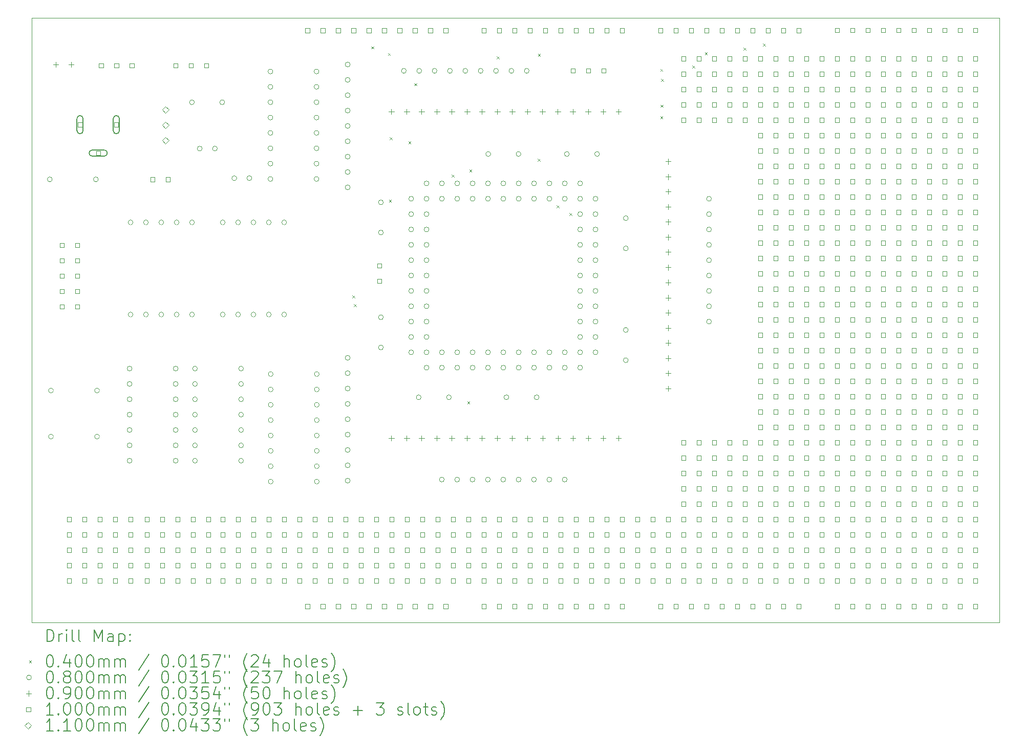
<source format=gbr>
%TF.GenerationSoftware,KiCad,Pcbnew,(6.0.11)*%
%TF.CreationDate,2023-10-14T11:58:51-04:00*%
%TF.ProjectId,EPM7128S-Dev-Board,45504d37-3132-4385-932d-4465762d426f,rev?*%
%TF.SameCoordinates,Original*%
%TF.FileFunction,Drillmap*%
%TF.FilePolarity,Positive*%
%FSLAX45Y45*%
G04 Gerber Fmt 4.5, Leading zero omitted, Abs format (unit mm)*
G04 Created by KiCad (PCBNEW (6.0.11)) date 2023-10-14 11:58:51*
%MOMM*%
%LPD*%
G01*
G04 APERTURE LIST*
%ADD10C,0.100000*%
%ADD11C,0.200000*%
%ADD12C,0.040000*%
%ADD13C,0.080000*%
%ADD14C,0.090000*%
%ADD15C,0.110000*%
G04 APERTURE END LIST*
D10*
X23000000Y-15000000D02*
X23000000Y-5000000D01*
X7000000Y-5000000D02*
X7000000Y-15000000D01*
X7000000Y-15000000D02*
X23000000Y-15000000D01*
X23000000Y-5000000D02*
X7000000Y-5000000D01*
D11*
D12*
X12303850Y-9587800D02*
X12343850Y-9627800D01*
X12343850Y-9587800D02*
X12303850Y-9627800D01*
X12328930Y-9732870D02*
X12368930Y-9772870D01*
X12368930Y-9732870D02*
X12328930Y-9772870D01*
X12614990Y-5470610D02*
X12654990Y-5510610D01*
X12654990Y-5470610D02*
X12614990Y-5510610D01*
X12892050Y-5580560D02*
X12932050Y-5620560D01*
X12932050Y-5580560D02*
X12892050Y-5620560D01*
X12908990Y-8007470D02*
X12948990Y-8047470D01*
X12948990Y-8007470D02*
X12908990Y-8047470D01*
X12923630Y-6970570D02*
X12963630Y-7010570D01*
X12963630Y-6970570D02*
X12923630Y-7010570D01*
X13229360Y-7043390D02*
X13269360Y-7083390D01*
X13269360Y-7043390D02*
X13229360Y-7083390D01*
X13324780Y-6079470D02*
X13364780Y-6119470D01*
X13364780Y-6079470D02*
X13324780Y-6119470D01*
X13943610Y-7593440D02*
X13983610Y-7633440D01*
X13983610Y-7593440D02*
X13943610Y-7633440D01*
X14203410Y-11341180D02*
X14243410Y-11381180D01*
X14243410Y-11341180D02*
X14203410Y-11381180D01*
X14237000Y-7509260D02*
X14277000Y-7549260D01*
X14277000Y-7509260D02*
X14237000Y-7549260D01*
X14692370Y-5634330D02*
X14732370Y-5674330D01*
X14732370Y-5634330D02*
X14692370Y-5674330D01*
X15367560Y-7328870D02*
X15407560Y-7368870D01*
X15407560Y-7328870D02*
X15367560Y-7368870D01*
X15370910Y-5594540D02*
X15410910Y-5634540D01*
X15410910Y-5594540D02*
X15370910Y-5634540D01*
X15682530Y-8098000D02*
X15722530Y-8138000D01*
X15722530Y-8098000D02*
X15682530Y-8138000D01*
X15894010Y-8224770D02*
X15934010Y-8264770D01*
X15934010Y-8224770D02*
X15894010Y-8264770D01*
X17394800Y-6626200D02*
X17434800Y-6666200D01*
X17434800Y-6626200D02*
X17394800Y-6666200D01*
X17394830Y-5843230D02*
X17434830Y-5883230D01*
X17434830Y-5843230D02*
X17394830Y-5883230D01*
X17396840Y-6435650D02*
X17436840Y-6475650D01*
X17436840Y-6435650D02*
X17396840Y-6475650D01*
X17409560Y-6005510D02*
X17449560Y-6045510D01*
X17449560Y-6005510D02*
X17409560Y-6045510D01*
X17923690Y-5788460D02*
X17963690Y-5828460D01*
X17963690Y-5788460D02*
X17923690Y-5828460D01*
X18132660Y-5565330D02*
X18172660Y-5605330D01*
X18172660Y-5565330D02*
X18132660Y-5605330D01*
X18771070Y-5492630D02*
X18811070Y-5532630D01*
X18811070Y-5492630D02*
X18771070Y-5532630D01*
X19091570Y-5426130D02*
X19131570Y-5466130D01*
X19131570Y-5426130D02*
X19091570Y-5466130D01*
D13*
X7340000Y-7669750D02*
G75*
G03*
X7340000Y-7669750I-40000J0D01*
G01*
X7359000Y-11162500D02*
G75*
G03*
X7359000Y-11162500I-40000J0D01*
G01*
X7359000Y-11924500D02*
G75*
G03*
X7359000Y-11924500I-40000J0D01*
G01*
X8102000Y-7669750D02*
G75*
G03*
X8102000Y-7669750I-40000J0D01*
G01*
X8121000Y-11162500D02*
G75*
G03*
X8121000Y-11162500I-40000J0D01*
G01*
X8121000Y-11924500D02*
G75*
G03*
X8121000Y-11924500I-40000J0D01*
G01*
X8660000Y-10800000D02*
G75*
G03*
X8660000Y-10800000I-40000J0D01*
G01*
X8660000Y-11054000D02*
G75*
G03*
X8660000Y-11054000I-40000J0D01*
G01*
X8660000Y-11308000D02*
G75*
G03*
X8660000Y-11308000I-40000J0D01*
G01*
X8660000Y-11562000D02*
G75*
G03*
X8660000Y-11562000I-40000J0D01*
G01*
X8660000Y-11816000D02*
G75*
G03*
X8660000Y-11816000I-40000J0D01*
G01*
X8660000Y-12070000D02*
G75*
G03*
X8660000Y-12070000I-40000J0D01*
G01*
X8660000Y-12324000D02*
G75*
G03*
X8660000Y-12324000I-40000J0D01*
G01*
X8676000Y-8382000D02*
G75*
G03*
X8676000Y-8382000I-40000J0D01*
G01*
X8676000Y-9906000D02*
G75*
G03*
X8676000Y-9906000I-40000J0D01*
G01*
X8930000Y-8382000D02*
G75*
G03*
X8930000Y-8382000I-40000J0D01*
G01*
X8930000Y-9906000D02*
G75*
G03*
X8930000Y-9906000I-40000J0D01*
G01*
X9184000Y-8382000D02*
G75*
G03*
X9184000Y-8382000I-40000J0D01*
G01*
X9184000Y-9906000D02*
G75*
G03*
X9184000Y-9906000I-40000J0D01*
G01*
X9422000Y-10800000D02*
G75*
G03*
X9422000Y-10800000I-40000J0D01*
G01*
X9422000Y-11054000D02*
G75*
G03*
X9422000Y-11054000I-40000J0D01*
G01*
X9422000Y-11308000D02*
G75*
G03*
X9422000Y-11308000I-40000J0D01*
G01*
X9422000Y-11562000D02*
G75*
G03*
X9422000Y-11562000I-40000J0D01*
G01*
X9422000Y-11816000D02*
G75*
G03*
X9422000Y-11816000I-40000J0D01*
G01*
X9422000Y-12070000D02*
G75*
G03*
X9422000Y-12070000I-40000J0D01*
G01*
X9422000Y-12324000D02*
G75*
G03*
X9422000Y-12324000I-40000J0D01*
G01*
X9438000Y-8382000D02*
G75*
G03*
X9438000Y-8382000I-40000J0D01*
G01*
X9438000Y-9906000D02*
G75*
G03*
X9438000Y-9906000I-40000J0D01*
G01*
X9690000Y-6394750D02*
G75*
G03*
X9690000Y-6394750I-40000J0D01*
G01*
X9692000Y-8382000D02*
G75*
G03*
X9692000Y-8382000I-40000J0D01*
G01*
X9692000Y-9906000D02*
G75*
G03*
X9692000Y-9906000I-40000J0D01*
G01*
X9740000Y-10800000D02*
G75*
G03*
X9740000Y-10800000I-40000J0D01*
G01*
X9740000Y-11054000D02*
G75*
G03*
X9740000Y-11054000I-40000J0D01*
G01*
X9740000Y-11308000D02*
G75*
G03*
X9740000Y-11308000I-40000J0D01*
G01*
X9740000Y-11562000D02*
G75*
G03*
X9740000Y-11562000I-40000J0D01*
G01*
X9740000Y-11816000D02*
G75*
G03*
X9740000Y-11816000I-40000J0D01*
G01*
X9740000Y-12070000D02*
G75*
G03*
X9740000Y-12070000I-40000J0D01*
G01*
X9740000Y-12324000D02*
G75*
G03*
X9740000Y-12324000I-40000J0D01*
G01*
X9819490Y-7161000D02*
G75*
G03*
X9819490Y-7161000I-40000J0D01*
G01*
X10069490Y-7161000D02*
G75*
G03*
X10069490Y-7161000I-40000J0D01*
G01*
X10190000Y-6394750D02*
G75*
G03*
X10190000Y-6394750I-40000J0D01*
G01*
X10200000Y-8382000D02*
G75*
G03*
X10200000Y-8382000I-40000J0D01*
G01*
X10200000Y-9906000D02*
G75*
G03*
X10200000Y-9906000I-40000J0D01*
G01*
X10390000Y-7650000D02*
G75*
G03*
X10390000Y-7650000I-40000J0D01*
G01*
X10454000Y-8382000D02*
G75*
G03*
X10454000Y-8382000I-40000J0D01*
G01*
X10454000Y-9906000D02*
G75*
G03*
X10454000Y-9906000I-40000J0D01*
G01*
X10502000Y-10800000D02*
G75*
G03*
X10502000Y-10800000I-40000J0D01*
G01*
X10502000Y-11054000D02*
G75*
G03*
X10502000Y-11054000I-40000J0D01*
G01*
X10502000Y-11308000D02*
G75*
G03*
X10502000Y-11308000I-40000J0D01*
G01*
X10502000Y-11562000D02*
G75*
G03*
X10502000Y-11562000I-40000J0D01*
G01*
X10502000Y-11816000D02*
G75*
G03*
X10502000Y-11816000I-40000J0D01*
G01*
X10502000Y-12070000D02*
G75*
G03*
X10502000Y-12070000I-40000J0D01*
G01*
X10502000Y-12324000D02*
G75*
G03*
X10502000Y-12324000I-40000J0D01*
G01*
X10640000Y-7650000D02*
G75*
G03*
X10640000Y-7650000I-40000J0D01*
G01*
X10708000Y-8382000D02*
G75*
G03*
X10708000Y-8382000I-40000J0D01*
G01*
X10708000Y-9906000D02*
G75*
G03*
X10708000Y-9906000I-40000J0D01*
G01*
X10962000Y-8382000D02*
G75*
G03*
X10962000Y-8382000I-40000J0D01*
G01*
X10962000Y-9906000D02*
G75*
G03*
X10962000Y-9906000I-40000J0D01*
G01*
X10988250Y-5885500D02*
G75*
G03*
X10988250Y-5885500I-40000J0D01*
G01*
X10988250Y-6139500D02*
G75*
G03*
X10988250Y-6139500I-40000J0D01*
G01*
X10988250Y-6393500D02*
G75*
G03*
X10988250Y-6393500I-40000J0D01*
G01*
X10988250Y-6647500D02*
G75*
G03*
X10988250Y-6647500I-40000J0D01*
G01*
X10988250Y-6901500D02*
G75*
G03*
X10988250Y-6901500I-40000J0D01*
G01*
X10988250Y-7155500D02*
G75*
G03*
X10988250Y-7155500I-40000J0D01*
G01*
X10988250Y-7409500D02*
G75*
G03*
X10988250Y-7409500I-40000J0D01*
G01*
X10988250Y-7663500D02*
G75*
G03*
X10988250Y-7663500I-40000J0D01*
G01*
X10992500Y-10890000D02*
G75*
G03*
X10992500Y-10890000I-40000J0D01*
G01*
X10992500Y-11144000D02*
G75*
G03*
X10992500Y-11144000I-40000J0D01*
G01*
X10992500Y-11398000D02*
G75*
G03*
X10992500Y-11398000I-40000J0D01*
G01*
X10992500Y-11652000D02*
G75*
G03*
X10992500Y-11652000I-40000J0D01*
G01*
X10992500Y-11906000D02*
G75*
G03*
X10992500Y-11906000I-40000J0D01*
G01*
X10992500Y-12160000D02*
G75*
G03*
X10992500Y-12160000I-40000J0D01*
G01*
X10992500Y-12414000D02*
G75*
G03*
X10992500Y-12414000I-40000J0D01*
G01*
X10992500Y-12668000D02*
G75*
G03*
X10992500Y-12668000I-40000J0D01*
G01*
X11216000Y-8382000D02*
G75*
G03*
X11216000Y-8382000I-40000J0D01*
G01*
X11216000Y-9906000D02*
G75*
G03*
X11216000Y-9906000I-40000J0D01*
G01*
X11750250Y-5885500D02*
G75*
G03*
X11750250Y-5885500I-40000J0D01*
G01*
X11750250Y-6139500D02*
G75*
G03*
X11750250Y-6139500I-40000J0D01*
G01*
X11750250Y-6393500D02*
G75*
G03*
X11750250Y-6393500I-40000J0D01*
G01*
X11750250Y-6647500D02*
G75*
G03*
X11750250Y-6647500I-40000J0D01*
G01*
X11750250Y-6901500D02*
G75*
G03*
X11750250Y-6901500I-40000J0D01*
G01*
X11750250Y-7155500D02*
G75*
G03*
X11750250Y-7155500I-40000J0D01*
G01*
X11750250Y-7409500D02*
G75*
G03*
X11750250Y-7409500I-40000J0D01*
G01*
X11750250Y-7663500D02*
G75*
G03*
X11750250Y-7663500I-40000J0D01*
G01*
X11754500Y-10890000D02*
G75*
G03*
X11754500Y-10890000I-40000J0D01*
G01*
X11754500Y-11144000D02*
G75*
G03*
X11754500Y-11144000I-40000J0D01*
G01*
X11754500Y-11398000D02*
G75*
G03*
X11754500Y-11398000I-40000J0D01*
G01*
X11754500Y-11652000D02*
G75*
G03*
X11754500Y-11652000I-40000J0D01*
G01*
X11754500Y-11906000D02*
G75*
G03*
X11754500Y-11906000I-40000J0D01*
G01*
X11754500Y-12160000D02*
G75*
G03*
X11754500Y-12160000I-40000J0D01*
G01*
X11754500Y-12414000D02*
G75*
G03*
X11754500Y-12414000I-40000J0D01*
G01*
X11754500Y-12668000D02*
G75*
G03*
X11754500Y-12668000I-40000J0D01*
G01*
X12265000Y-5770500D02*
G75*
G03*
X12265000Y-5770500I-40000J0D01*
G01*
X12265000Y-6024500D02*
G75*
G03*
X12265000Y-6024500I-40000J0D01*
G01*
X12265000Y-6278500D02*
G75*
G03*
X12265000Y-6278500I-40000J0D01*
G01*
X12265000Y-6532500D02*
G75*
G03*
X12265000Y-6532500I-40000J0D01*
G01*
X12265000Y-6786500D02*
G75*
G03*
X12265000Y-6786500I-40000J0D01*
G01*
X12265000Y-7040500D02*
G75*
G03*
X12265000Y-7040500I-40000J0D01*
G01*
X12265000Y-7294500D02*
G75*
G03*
X12265000Y-7294500I-40000J0D01*
G01*
X12265000Y-7548500D02*
G75*
G03*
X12265000Y-7548500I-40000J0D01*
G01*
X12265000Y-7802500D02*
G75*
G03*
X12265000Y-7802500I-40000J0D01*
G01*
X12265000Y-10620500D02*
G75*
G03*
X12265000Y-10620500I-40000J0D01*
G01*
X12265000Y-10874500D02*
G75*
G03*
X12265000Y-10874500I-40000J0D01*
G01*
X12265000Y-11128500D02*
G75*
G03*
X12265000Y-11128500I-40000J0D01*
G01*
X12265000Y-11382500D02*
G75*
G03*
X12265000Y-11382500I-40000J0D01*
G01*
X12265000Y-11636500D02*
G75*
G03*
X12265000Y-11636500I-40000J0D01*
G01*
X12265000Y-11890500D02*
G75*
G03*
X12265000Y-11890500I-40000J0D01*
G01*
X12265000Y-12144500D02*
G75*
G03*
X12265000Y-12144500I-40000J0D01*
G01*
X12265000Y-12398500D02*
G75*
G03*
X12265000Y-12398500I-40000J0D01*
G01*
X12265000Y-12652500D02*
G75*
G03*
X12265000Y-12652500I-40000J0D01*
G01*
X12815000Y-8050000D02*
G75*
G03*
X12815000Y-8050000I-40000J0D01*
G01*
X12815000Y-8550000D02*
G75*
G03*
X12815000Y-8550000I-40000J0D01*
G01*
X12815000Y-9950000D02*
G75*
G03*
X12815000Y-9950000I-40000J0D01*
G01*
X12815000Y-10450000D02*
G75*
G03*
X12815000Y-10450000I-40000J0D01*
G01*
X13194000Y-5875000D02*
G75*
G03*
X13194000Y-5875000I-40000J0D01*
G01*
X13316000Y-7991000D02*
G75*
G03*
X13316000Y-7991000I-40000J0D01*
G01*
X13316000Y-8245000D02*
G75*
G03*
X13316000Y-8245000I-40000J0D01*
G01*
X13316000Y-8499000D02*
G75*
G03*
X13316000Y-8499000I-40000J0D01*
G01*
X13316000Y-8753000D02*
G75*
G03*
X13316000Y-8753000I-40000J0D01*
G01*
X13316000Y-9007000D02*
G75*
G03*
X13316000Y-9007000I-40000J0D01*
G01*
X13316000Y-9261000D02*
G75*
G03*
X13316000Y-9261000I-40000J0D01*
G01*
X13316000Y-9515000D02*
G75*
G03*
X13316000Y-9515000I-40000J0D01*
G01*
X13316000Y-9769000D02*
G75*
G03*
X13316000Y-9769000I-40000J0D01*
G01*
X13316000Y-10023000D02*
G75*
G03*
X13316000Y-10023000I-40000J0D01*
G01*
X13316000Y-10277000D02*
G75*
G03*
X13316000Y-10277000I-40000J0D01*
G01*
X13316000Y-10531000D02*
G75*
G03*
X13316000Y-10531000I-40000J0D01*
G01*
X13440000Y-11275000D02*
G75*
G03*
X13440000Y-11275000I-40000J0D01*
G01*
X13448000Y-5875000D02*
G75*
G03*
X13448000Y-5875000I-40000J0D01*
G01*
X13570000Y-7737000D02*
G75*
G03*
X13570000Y-7737000I-40000J0D01*
G01*
X13570000Y-7991000D02*
G75*
G03*
X13570000Y-7991000I-40000J0D01*
G01*
X13570000Y-8245000D02*
G75*
G03*
X13570000Y-8245000I-40000J0D01*
G01*
X13570000Y-8499000D02*
G75*
G03*
X13570000Y-8499000I-40000J0D01*
G01*
X13570000Y-8753000D02*
G75*
G03*
X13570000Y-8753000I-40000J0D01*
G01*
X13570000Y-9007000D02*
G75*
G03*
X13570000Y-9007000I-40000J0D01*
G01*
X13570000Y-9261000D02*
G75*
G03*
X13570000Y-9261000I-40000J0D01*
G01*
X13570000Y-9515000D02*
G75*
G03*
X13570000Y-9515000I-40000J0D01*
G01*
X13570000Y-9769000D02*
G75*
G03*
X13570000Y-9769000I-40000J0D01*
G01*
X13570000Y-10023000D02*
G75*
G03*
X13570000Y-10023000I-40000J0D01*
G01*
X13570000Y-10277000D02*
G75*
G03*
X13570000Y-10277000I-40000J0D01*
G01*
X13570000Y-10531000D02*
G75*
G03*
X13570000Y-10531000I-40000J0D01*
G01*
X13570000Y-10785000D02*
G75*
G03*
X13570000Y-10785000I-40000J0D01*
G01*
X13702000Y-5875000D02*
G75*
G03*
X13702000Y-5875000I-40000J0D01*
G01*
X13822000Y-12634920D02*
G75*
G03*
X13822000Y-12634920I-40000J0D01*
G01*
X13824000Y-7737000D02*
G75*
G03*
X13824000Y-7737000I-40000J0D01*
G01*
X13824000Y-7991000D02*
G75*
G03*
X13824000Y-7991000I-40000J0D01*
G01*
X13824000Y-10531000D02*
G75*
G03*
X13824000Y-10531000I-40000J0D01*
G01*
X13824000Y-10785000D02*
G75*
G03*
X13824000Y-10785000I-40000J0D01*
G01*
X13940000Y-11275000D02*
G75*
G03*
X13940000Y-11275000I-40000J0D01*
G01*
X13956000Y-5875000D02*
G75*
G03*
X13956000Y-5875000I-40000J0D01*
G01*
X14076000Y-12634920D02*
G75*
G03*
X14076000Y-12634920I-40000J0D01*
G01*
X14078000Y-7737000D02*
G75*
G03*
X14078000Y-7737000I-40000J0D01*
G01*
X14078000Y-7991000D02*
G75*
G03*
X14078000Y-7991000I-40000J0D01*
G01*
X14078000Y-10531000D02*
G75*
G03*
X14078000Y-10531000I-40000J0D01*
G01*
X14078000Y-10785000D02*
G75*
G03*
X14078000Y-10785000I-40000J0D01*
G01*
X14210000Y-5875000D02*
G75*
G03*
X14210000Y-5875000I-40000J0D01*
G01*
X14330000Y-12634920D02*
G75*
G03*
X14330000Y-12634920I-40000J0D01*
G01*
X14332000Y-7737000D02*
G75*
G03*
X14332000Y-7737000I-40000J0D01*
G01*
X14332000Y-7991000D02*
G75*
G03*
X14332000Y-7991000I-40000J0D01*
G01*
X14332000Y-10531000D02*
G75*
G03*
X14332000Y-10531000I-40000J0D01*
G01*
X14332000Y-10785000D02*
G75*
G03*
X14332000Y-10785000I-40000J0D01*
G01*
X14464000Y-5875000D02*
G75*
G03*
X14464000Y-5875000I-40000J0D01*
G01*
X14584000Y-12634920D02*
G75*
G03*
X14584000Y-12634920I-40000J0D01*
G01*
X14586000Y-7737000D02*
G75*
G03*
X14586000Y-7737000I-40000J0D01*
G01*
X14586000Y-7991000D02*
G75*
G03*
X14586000Y-7991000I-40000J0D01*
G01*
X14586000Y-10531000D02*
G75*
G03*
X14586000Y-10531000I-40000J0D01*
G01*
X14586000Y-10785000D02*
G75*
G03*
X14586000Y-10785000I-40000J0D01*
G01*
X14590000Y-7250000D02*
G75*
G03*
X14590000Y-7250000I-40000J0D01*
G01*
X14718000Y-5875000D02*
G75*
G03*
X14718000Y-5875000I-40000J0D01*
G01*
X14838000Y-12634920D02*
G75*
G03*
X14838000Y-12634920I-40000J0D01*
G01*
X14840000Y-7737000D02*
G75*
G03*
X14840000Y-7737000I-40000J0D01*
G01*
X14840000Y-7991000D02*
G75*
G03*
X14840000Y-7991000I-40000J0D01*
G01*
X14840000Y-10531000D02*
G75*
G03*
X14840000Y-10531000I-40000J0D01*
G01*
X14840000Y-10785000D02*
G75*
G03*
X14840000Y-10785000I-40000J0D01*
G01*
X14890000Y-11275000D02*
G75*
G03*
X14890000Y-11275000I-40000J0D01*
G01*
X14972000Y-5875000D02*
G75*
G03*
X14972000Y-5875000I-40000J0D01*
G01*
X15090000Y-7250000D02*
G75*
G03*
X15090000Y-7250000I-40000J0D01*
G01*
X15092000Y-12634920D02*
G75*
G03*
X15092000Y-12634920I-40000J0D01*
G01*
X15094000Y-7737000D02*
G75*
G03*
X15094000Y-7737000I-40000J0D01*
G01*
X15094000Y-7991000D02*
G75*
G03*
X15094000Y-7991000I-40000J0D01*
G01*
X15094000Y-10531000D02*
G75*
G03*
X15094000Y-10531000I-40000J0D01*
G01*
X15094000Y-10785000D02*
G75*
G03*
X15094000Y-10785000I-40000J0D01*
G01*
X15226000Y-5875000D02*
G75*
G03*
X15226000Y-5875000I-40000J0D01*
G01*
X15346000Y-12634920D02*
G75*
G03*
X15346000Y-12634920I-40000J0D01*
G01*
X15348000Y-7737000D02*
G75*
G03*
X15348000Y-7737000I-40000J0D01*
G01*
X15348000Y-7991000D02*
G75*
G03*
X15348000Y-7991000I-40000J0D01*
G01*
X15348000Y-10531000D02*
G75*
G03*
X15348000Y-10531000I-40000J0D01*
G01*
X15348000Y-10785000D02*
G75*
G03*
X15348000Y-10785000I-40000J0D01*
G01*
X15390000Y-11275000D02*
G75*
G03*
X15390000Y-11275000I-40000J0D01*
G01*
X15600000Y-12634920D02*
G75*
G03*
X15600000Y-12634920I-40000J0D01*
G01*
X15602000Y-7737000D02*
G75*
G03*
X15602000Y-7737000I-40000J0D01*
G01*
X15602000Y-7991000D02*
G75*
G03*
X15602000Y-7991000I-40000J0D01*
G01*
X15602000Y-10531000D02*
G75*
G03*
X15602000Y-10531000I-40000J0D01*
G01*
X15602000Y-10785000D02*
G75*
G03*
X15602000Y-10785000I-40000J0D01*
G01*
X15854000Y-12634920D02*
G75*
G03*
X15854000Y-12634920I-40000J0D01*
G01*
X15856000Y-7737000D02*
G75*
G03*
X15856000Y-7737000I-40000J0D01*
G01*
X15856000Y-7991000D02*
G75*
G03*
X15856000Y-7991000I-40000J0D01*
G01*
X15856000Y-10531000D02*
G75*
G03*
X15856000Y-10531000I-40000J0D01*
G01*
X15856000Y-10785000D02*
G75*
G03*
X15856000Y-10785000I-40000J0D01*
G01*
X15890000Y-7250000D02*
G75*
G03*
X15890000Y-7250000I-40000J0D01*
G01*
X16110000Y-7737000D02*
G75*
G03*
X16110000Y-7737000I-40000J0D01*
G01*
X16110000Y-7991000D02*
G75*
G03*
X16110000Y-7991000I-40000J0D01*
G01*
X16110000Y-8245000D02*
G75*
G03*
X16110000Y-8245000I-40000J0D01*
G01*
X16110000Y-8499000D02*
G75*
G03*
X16110000Y-8499000I-40000J0D01*
G01*
X16110000Y-8753000D02*
G75*
G03*
X16110000Y-8753000I-40000J0D01*
G01*
X16110000Y-9007000D02*
G75*
G03*
X16110000Y-9007000I-40000J0D01*
G01*
X16110000Y-9261000D02*
G75*
G03*
X16110000Y-9261000I-40000J0D01*
G01*
X16110000Y-9515000D02*
G75*
G03*
X16110000Y-9515000I-40000J0D01*
G01*
X16110000Y-9769000D02*
G75*
G03*
X16110000Y-9769000I-40000J0D01*
G01*
X16110000Y-10023000D02*
G75*
G03*
X16110000Y-10023000I-40000J0D01*
G01*
X16110000Y-10277000D02*
G75*
G03*
X16110000Y-10277000I-40000J0D01*
G01*
X16110000Y-10531000D02*
G75*
G03*
X16110000Y-10531000I-40000J0D01*
G01*
X16110000Y-10785000D02*
G75*
G03*
X16110000Y-10785000I-40000J0D01*
G01*
X16364000Y-7991000D02*
G75*
G03*
X16364000Y-7991000I-40000J0D01*
G01*
X16364000Y-8245000D02*
G75*
G03*
X16364000Y-8245000I-40000J0D01*
G01*
X16364000Y-8499000D02*
G75*
G03*
X16364000Y-8499000I-40000J0D01*
G01*
X16364000Y-8753000D02*
G75*
G03*
X16364000Y-8753000I-40000J0D01*
G01*
X16364000Y-9007000D02*
G75*
G03*
X16364000Y-9007000I-40000J0D01*
G01*
X16364000Y-9261000D02*
G75*
G03*
X16364000Y-9261000I-40000J0D01*
G01*
X16364000Y-9515000D02*
G75*
G03*
X16364000Y-9515000I-40000J0D01*
G01*
X16364000Y-9769000D02*
G75*
G03*
X16364000Y-9769000I-40000J0D01*
G01*
X16364000Y-10023000D02*
G75*
G03*
X16364000Y-10023000I-40000J0D01*
G01*
X16364000Y-10277000D02*
G75*
G03*
X16364000Y-10277000I-40000J0D01*
G01*
X16364000Y-10531000D02*
G75*
G03*
X16364000Y-10531000I-40000J0D01*
G01*
X16390000Y-7250000D02*
G75*
G03*
X16390000Y-7250000I-40000J0D01*
G01*
X16865000Y-8311000D02*
G75*
G03*
X16865000Y-8311000I-40000J0D01*
G01*
X16865000Y-8811000D02*
G75*
G03*
X16865000Y-8811000I-40000J0D01*
G01*
X16865000Y-10161000D02*
G75*
G03*
X16865000Y-10161000I-40000J0D01*
G01*
X16865000Y-10661000D02*
G75*
G03*
X16865000Y-10661000I-40000J0D01*
G01*
X18240000Y-7991000D02*
G75*
G03*
X18240000Y-7991000I-40000J0D01*
G01*
X18240000Y-8245000D02*
G75*
G03*
X18240000Y-8245000I-40000J0D01*
G01*
X18240000Y-8499000D02*
G75*
G03*
X18240000Y-8499000I-40000J0D01*
G01*
X18240000Y-8753000D02*
G75*
G03*
X18240000Y-8753000I-40000J0D01*
G01*
X18240000Y-9007000D02*
G75*
G03*
X18240000Y-9007000I-40000J0D01*
G01*
X18240000Y-9261000D02*
G75*
G03*
X18240000Y-9261000I-40000J0D01*
G01*
X18240000Y-9515000D02*
G75*
G03*
X18240000Y-9515000I-40000J0D01*
G01*
X18240000Y-9769000D02*
G75*
G03*
X18240000Y-9769000I-40000J0D01*
G01*
X18240000Y-10023000D02*
G75*
G03*
X18240000Y-10023000I-40000J0D01*
G01*
D14*
X7400000Y-5724750D02*
X7400000Y-5814750D01*
X7355000Y-5769750D02*
X7445000Y-5769750D01*
X7654000Y-5724750D02*
X7654000Y-5814750D01*
X7609000Y-5769750D02*
X7699000Y-5769750D01*
X12946500Y-6505000D02*
X12946500Y-6595000D01*
X12901500Y-6550000D02*
X12991500Y-6550000D01*
X12947000Y-11905000D02*
X12947000Y-11995000D01*
X12902000Y-11950000D02*
X12992000Y-11950000D01*
X13200500Y-6505000D02*
X13200500Y-6595000D01*
X13155500Y-6550000D02*
X13245500Y-6550000D01*
X13201000Y-11905000D02*
X13201000Y-11995000D01*
X13156000Y-11950000D02*
X13246000Y-11950000D01*
X13446500Y-6505000D02*
X13446500Y-6595000D01*
X13401500Y-6550000D02*
X13491500Y-6550000D01*
X13447000Y-11905000D02*
X13447000Y-11995000D01*
X13402000Y-11950000D02*
X13492000Y-11950000D01*
X13700500Y-6505000D02*
X13700500Y-6595000D01*
X13655500Y-6550000D02*
X13745500Y-6550000D01*
X13701000Y-11905000D02*
X13701000Y-11995000D01*
X13656000Y-11950000D02*
X13746000Y-11950000D01*
X13946500Y-6505550D02*
X13946500Y-6595550D01*
X13901500Y-6550550D02*
X13991500Y-6550550D01*
X13947000Y-11905000D02*
X13947000Y-11995000D01*
X13902000Y-11950000D02*
X13992000Y-11950000D01*
X14200500Y-6505550D02*
X14200500Y-6595550D01*
X14155500Y-6550550D02*
X14245500Y-6550550D01*
X14201000Y-11905000D02*
X14201000Y-11995000D01*
X14156000Y-11950000D02*
X14246000Y-11950000D01*
X14446500Y-6505000D02*
X14446500Y-6595000D01*
X14401500Y-6550000D02*
X14491500Y-6550000D01*
X14446500Y-11905000D02*
X14446500Y-11995000D01*
X14401500Y-11950000D02*
X14491500Y-11950000D01*
X14700500Y-6505000D02*
X14700500Y-6595000D01*
X14655500Y-6550000D02*
X14745500Y-6550000D01*
X14700500Y-11905000D02*
X14700500Y-11995000D01*
X14655500Y-11950000D02*
X14745500Y-11950000D01*
X14946500Y-6505000D02*
X14946500Y-6595000D01*
X14901500Y-6550000D02*
X14991500Y-6550000D01*
X14947000Y-11905000D02*
X14947000Y-11995000D01*
X14902000Y-11950000D02*
X14992000Y-11950000D01*
X15200500Y-6505000D02*
X15200500Y-6595000D01*
X15155500Y-6550000D02*
X15245500Y-6550000D01*
X15201000Y-11905000D02*
X15201000Y-11995000D01*
X15156000Y-11950000D02*
X15246000Y-11950000D01*
X15446500Y-6505000D02*
X15446500Y-6595000D01*
X15401500Y-6550000D02*
X15491500Y-6550000D01*
X15449500Y-11905000D02*
X15449500Y-11995000D01*
X15404500Y-11950000D02*
X15494500Y-11950000D01*
X15700500Y-6505000D02*
X15700500Y-6595000D01*
X15655500Y-6550000D02*
X15745500Y-6550000D01*
X15703500Y-11905000D02*
X15703500Y-11995000D01*
X15658500Y-11950000D02*
X15748500Y-11950000D01*
X15946500Y-6505000D02*
X15946500Y-6595000D01*
X15901500Y-6550000D02*
X15991500Y-6550000D01*
X15949500Y-11905000D02*
X15949500Y-11995000D01*
X15904500Y-11950000D02*
X15994500Y-11950000D01*
X16200500Y-6505000D02*
X16200500Y-6595000D01*
X16155500Y-6550000D02*
X16245500Y-6550000D01*
X16203500Y-11905000D02*
X16203500Y-11995000D01*
X16158500Y-11950000D02*
X16248500Y-11950000D01*
X16449000Y-6505000D02*
X16449000Y-6595000D01*
X16404000Y-6550000D02*
X16494000Y-6550000D01*
X16449500Y-11905000D02*
X16449500Y-11995000D01*
X16404500Y-11950000D02*
X16494500Y-11950000D01*
X16703000Y-6505000D02*
X16703000Y-6595000D01*
X16658000Y-6550000D02*
X16748000Y-6550000D01*
X16703500Y-11905000D02*
X16703500Y-11995000D01*
X16658500Y-11950000D02*
X16748500Y-11950000D01*
X17525000Y-7327000D02*
X17525000Y-7417000D01*
X17480000Y-7372000D02*
X17570000Y-7372000D01*
X17525000Y-7581000D02*
X17525000Y-7671000D01*
X17480000Y-7626000D02*
X17570000Y-7626000D01*
X17525000Y-7825000D02*
X17525000Y-7915000D01*
X17480000Y-7870000D02*
X17570000Y-7870000D01*
X17525000Y-8079000D02*
X17525000Y-8169000D01*
X17480000Y-8124000D02*
X17570000Y-8124000D01*
X17525000Y-8327000D02*
X17525000Y-8417000D01*
X17480000Y-8372000D02*
X17570000Y-8372000D01*
X17525000Y-8581000D02*
X17525000Y-8671000D01*
X17480000Y-8626000D02*
X17570000Y-8626000D01*
X17525000Y-8827500D02*
X17525000Y-8917500D01*
X17480000Y-8872500D02*
X17570000Y-8872500D01*
X17525000Y-9081500D02*
X17525000Y-9171500D01*
X17480000Y-9126500D02*
X17570000Y-9126500D01*
X17525000Y-9329500D02*
X17525000Y-9419500D01*
X17480000Y-9374500D02*
X17570000Y-9374500D01*
X17525000Y-9583500D02*
X17525000Y-9673500D01*
X17480000Y-9628500D02*
X17570000Y-9628500D01*
X17525000Y-9829500D02*
X17525000Y-9919500D01*
X17480000Y-9874500D02*
X17570000Y-9874500D01*
X17525000Y-10083500D02*
X17525000Y-10173500D01*
X17480000Y-10128500D02*
X17570000Y-10128500D01*
X17525000Y-10327000D02*
X17525000Y-10417000D01*
X17480000Y-10372000D02*
X17570000Y-10372000D01*
X17525000Y-10581000D02*
X17525000Y-10671000D01*
X17480000Y-10626000D02*
X17570000Y-10626000D01*
X17525000Y-10829500D02*
X17525000Y-10919500D01*
X17480000Y-10874500D02*
X17570000Y-10874500D01*
X17525000Y-11083500D02*
X17525000Y-11173500D01*
X17480000Y-11128500D02*
X17570000Y-11128500D01*
D10*
X7535356Y-8796356D02*
X7535356Y-8725644D01*
X7464644Y-8725644D01*
X7464644Y-8796356D01*
X7535356Y-8796356D01*
X7535356Y-9050356D02*
X7535356Y-8979644D01*
X7464644Y-8979644D01*
X7464644Y-9050356D01*
X7535356Y-9050356D01*
X7535356Y-9304356D02*
X7535356Y-9233644D01*
X7464644Y-9233644D01*
X7464644Y-9304356D01*
X7535356Y-9304356D01*
X7535356Y-9558356D02*
X7535356Y-9487644D01*
X7464644Y-9487644D01*
X7464644Y-9558356D01*
X7535356Y-9558356D01*
X7535356Y-9812356D02*
X7535356Y-9741644D01*
X7464644Y-9741644D01*
X7464644Y-9812356D01*
X7535356Y-9812356D01*
X7655356Y-13327356D02*
X7655356Y-13256644D01*
X7584644Y-13256644D01*
X7584644Y-13327356D01*
X7655356Y-13327356D01*
X7655356Y-13581356D02*
X7655356Y-13510644D01*
X7584644Y-13510644D01*
X7584644Y-13581356D01*
X7655356Y-13581356D01*
X7655356Y-13835356D02*
X7655356Y-13764644D01*
X7584644Y-13764644D01*
X7584644Y-13835356D01*
X7655356Y-13835356D01*
X7655356Y-14089356D02*
X7655356Y-14018644D01*
X7584644Y-14018644D01*
X7584644Y-14089356D01*
X7655356Y-14089356D01*
X7655356Y-14343356D02*
X7655356Y-14272644D01*
X7584644Y-14272644D01*
X7584644Y-14343356D01*
X7655356Y-14343356D01*
X7789356Y-8796356D02*
X7789356Y-8725644D01*
X7718644Y-8725644D01*
X7718644Y-8796356D01*
X7789356Y-8796356D01*
X7789356Y-9050356D02*
X7789356Y-8979644D01*
X7718644Y-8979644D01*
X7718644Y-9050356D01*
X7789356Y-9050356D01*
X7789356Y-9304356D02*
X7789356Y-9233644D01*
X7718644Y-9233644D01*
X7718644Y-9304356D01*
X7789356Y-9304356D01*
X7789356Y-9558356D02*
X7789356Y-9487644D01*
X7718644Y-9487644D01*
X7718644Y-9558356D01*
X7789356Y-9558356D01*
X7789356Y-9812356D02*
X7789356Y-9741644D01*
X7718644Y-9741644D01*
X7718644Y-9812356D01*
X7789356Y-9812356D01*
X7835356Y-6800606D02*
X7835356Y-6729894D01*
X7764644Y-6729894D01*
X7764644Y-6800606D01*
X7835356Y-6800606D01*
D11*
X7750000Y-6665250D02*
X7750000Y-6865250D01*
X7850000Y-6665250D02*
X7850000Y-6865250D01*
X7750000Y-6865250D02*
G75*
G03*
X7850000Y-6865250I50000J0D01*
G01*
X7850000Y-6665250D02*
G75*
G03*
X7750000Y-6665250I-50000J0D01*
G01*
D10*
X7909356Y-13327356D02*
X7909356Y-13256644D01*
X7838644Y-13256644D01*
X7838644Y-13327356D01*
X7909356Y-13327356D01*
X7909356Y-13581356D02*
X7909356Y-13510644D01*
X7838644Y-13510644D01*
X7838644Y-13581356D01*
X7909356Y-13581356D01*
X7909356Y-13835356D02*
X7909356Y-13764644D01*
X7838644Y-13764644D01*
X7838644Y-13835356D01*
X7909356Y-13835356D01*
X7909356Y-14089356D02*
X7909356Y-14018644D01*
X7838644Y-14018644D01*
X7838644Y-14089356D01*
X7909356Y-14089356D01*
X7909356Y-14343356D02*
X7909356Y-14272644D01*
X7838644Y-14272644D01*
X7838644Y-14343356D01*
X7909356Y-14343356D01*
X8135356Y-7270606D02*
X8135356Y-7199894D01*
X8064644Y-7199894D01*
X8064644Y-7270606D01*
X8135356Y-7270606D01*
D11*
X8000000Y-7285250D02*
X8200000Y-7285250D01*
X8000000Y-7185250D02*
X8200000Y-7185250D01*
X8200000Y-7285250D02*
G75*
G03*
X8200000Y-7185250I0J50000D01*
G01*
X8000000Y-7185250D02*
G75*
G03*
X8000000Y-7285250I0J-50000D01*
G01*
D10*
X8163356Y-13327356D02*
X8163356Y-13256644D01*
X8092644Y-13256644D01*
X8092644Y-13327356D01*
X8163356Y-13327356D01*
X8163356Y-13581356D02*
X8163356Y-13510644D01*
X8092644Y-13510644D01*
X8092644Y-13581356D01*
X8163356Y-13581356D01*
X8163356Y-13835356D02*
X8163356Y-13764644D01*
X8092644Y-13764644D01*
X8092644Y-13835356D01*
X8163356Y-13835356D01*
X8163356Y-14089356D02*
X8163356Y-14018644D01*
X8092644Y-14018644D01*
X8092644Y-14089356D01*
X8163356Y-14089356D01*
X8163356Y-14343356D02*
X8163356Y-14272644D01*
X8092644Y-14272644D01*
X8092644Y-14343356D01*
X8163356Y-14343356D01*
X8182856Y-5823356D02*
X8182856Y-5752644D01*
X8112144Y-5752644D01*
X8112144Y-5823356D01*
X8182856Y-5823356D01*
X8417356Y-13327356D02*
X8417356Y-13256644D01*
X8346644Y-13256644D01*
X8346644Y-13327356D01*
X8417356Y-13327356D01*
X8417356Y-13581356D02*
X8417356Y-13510644D01*
X8346644Y-13510644D01*
X8346644Y-13581356D01*
X8417356Y-13581356D01*
X8417356Y-13835356D02*
X8417356Y-13764644D01*
X8346644Y-13764644D01*
X8346644Y-13835356D01*
X8417356Y-13835356D01*
X8417356Y-14089356D02*
X8417356Y-14018644D01*
X8346644Y-14018644D01*
X8346644Y-14089356D01*
X8417356Y-14089356D01*
X8417356Y-14343356D02*
X8417356Y-14272644D01*
X8346644Y-14272644D01*
X8346644Y-14343356D01*
X8417356Y-14343356D01*
X8435356Y-6800606D02*
X8435356Y-6729894D01*
X8364644Y-6729894D01*
X8364644Y-6800606D01*
X8435356Y-6800606D01*
D11*
X8350000Y-6665250D02*
X8350000Y-6865250D01*
X8450000Y-6665250D02*
X8450000Y-6865250D01*
X8350000Y-6865250D02*
G75*
G03*
X8450000Y-6865250I50000J0D01*
G01*
X8450000Y-6665250D02*
G75*
G03*
X8350000Y-6665250I-50000J0D01*
G01*
D10*
X8436856Y-5823356D02*
X8436856Y-5752644D01*
X8366144Y-5752644D01*
X8366144Y-5823356D01*
X8436856Y-5823356D01*
X8671356Y-13327356D02*
X8671356Y-13256644D01*
X8600644Y-13256644D01*
X8600644Y-13327356D01*
X8671356Y-13327356D01*
X8671356Y-13581356D02*
X8671356Y-13510644D01*
X8600644Y-13510644D01*
X8600644Y-13581356D01*
X8671356Y-13581356D01*
X8671356Y-13835356D02*
X8671356Y-13764644D01*
X8600644Y-13764644D01*
X8600644Y-13835356D01*
X8671356Y-13835356D01*
X8671356Y-14089356D02*
X8671356Y-14018644D01*
X8600644Y-14018644D01*
X8600644Y-14089356D01*
X8671356Y-14089356D01*
X8671356Y-14343356D02*
X8671356Y-14272644D01*
X8600644Y-14272644D01*
X8600644Y-14343356D01*
X8671356Y-14343356D01*
X8690856Y-5823356D02*
X8690856Y-5752644D01*
X8620144Y-5752644D01*
X8620144Y-5823356D01*
X8690856Y-5823356D01*
X8941356Y-13327356D02*
X8941356Y-13256644D01*
X8870644Y-13256644D01*
X8870644Y-13327356D01*
X8941356Y-13327356D01*
X8941356Y-13581356D02*
X8941356Y-13510644D01*
X8870644Y-13510644D01*
X8870644Y-13581356D01*
X8941356Y-13581356D01*
X8941356Y-13835356D02*
X8941356Y-13764644D01*
X8870644Y-13764644D01*
X8870644Y-13835356D01*
X8941356Y-13835356D01*
X8941356Y-14089356D02*
X8941356Y-14018644D01*
X8870644Y-14018644D01*
X8870644Y-14089356D01*
X8941356Y-14089356D01*
X8941356Y-14343356D02*
X8941356Y-14272644D01*
X8870644Y-14272644D01*
X8870644Y-14343356D01*
X8941356Y-14343356D01*
X9035356Y-7705106D02*
X9035356Y-7634394D01*
X8964644Y-7634394D01*
X8964644Y-7705106D01*
X9035356Y-7705106D01*
X9195356Y-13327356D02*
X9195356Y-13256644D01*
X9124644Y-13256644D01*
X9124644Y-13327356D01*
X9195356Y-13327356D01*
X9195356Y-13581356D02*
X9195356Y-13510644D01*
X9124644Y-13510644D01*
X9124644Y-13581356D01*
X9195356Y-13581356D01*
X9195356Y-13835356D02*
X9195356Y-13764644D01*
X9124644Y-13764644D01*
X9124644Y-13835356D01*
X9195356Y-13835356D01*
X9195356Y-14089356D02*
X9195356Y-14018644D01*
X9124644Y-14018644D01*
X9124644Y-14089356D01*
X9195356Y-14089356D01*
X9195356Y-14343356D02*
X9195356Y-14272644D01*
X9124644Y-14272644D01*
X9124644Y-14343356D01*
X9195356Y-14343356D01*
X9289356Y-7705106D02*
X9289356Y-7634394D01*
X9218644Y-7634394D01*
X9218644Y-7705106D01*
X9289356Y-7705106D01*
X9416106Y-5823356D02*
X9416106Y-5752644D01*
X9345394Y-5752644D01*
X9345394Y-5823356D01*
X9416106Y-5823356D01*
X9449356Y-13327356D02*
X9449356Y-13256644D01*
X9378644Y-13256644D01*
X9378644Y-13327356D01*
X9449356Y-13327356D01*
X9449356Y-13581356D02*
X9449356Y-13510644D01*
X9378644Y-13510644D01*
X9378644Y-13581356D01*
X9449356Y-13581356D01*
X9449356Y-13835356D02*
X9449356Y-13764644D01*
X9378644Y-13764644D01*
X9378644Y-13835356D01*
X9449356Y-13835356D01*
X9449356Y-14089356D02*
X9449356Y-14018644D01*
X9378644Y-14018644D01*
X9378644Y-14089356D01*
X9449356Y-14089356D01*
X9449356Y-14343356D02*
X9449356Y-14272644D01*
X9378644Y-14272644D01*
X9378644Y-14343356D01*
X9449356Y-14343356D01*
X9670106Y-5823356D02*
X9670106Y-5752644D01*
X9599394Y-5752644D01*
X9599394Y-5823356D01*
X9670106Y-5823356D01*
X9703356Y-13327356D02*
X9703356Y-13256644D01*
X9632644Y-13256644D01*
X9632644Y-13327356D01*
X9703356Y-13327356D01*
X9703356Y-13581356D02*
X9703356Y-13510644D01*
X9632644Y-13510644D01*
X9632644Y-13581356D01*
X9703356Y-13581356D01*
X9703356Y-13835356D02*
X9703356Y-13764644D01*
X9632644Y-13764644D01*
X9632644Y-13835356D01*
X9703356Y-13835356D01*
X9703356Y-14089356D02*
X9703356Y-14018644D01*
X9632644Y-14018644D01*
X9632644Y-14089356D01*
X9703356Y-14089356D01*
X9703356Y-14343356D02*
X9703356Y-14272644D01*
X9632644Y-14272644D01*
X9632644Y-14343356D01*
X9703356Y-14343356D01*
X9924106Y-5823356D02*
X9924106Y-5752644D01*
X9853394Y-5752644D01*
X9853394Y-5823356D01*
X9924106Y-5823356D01*
X9957356Y-13327356D02*
X9957356Y-13256644D01*
X9886644Y-13256644D01*
X9886644Y-13327356D01*
X9957356Y-13327356D01*
X9957356Y-13581356D02*
X9957356Y-13510644D01*
X9886644Y-13510644D01*
X9886644Y-13581356D01*
X9957356Y-13581356D01*
X9957356Y-13835356D02*
X9957356Y-13764644D01*
X9886644Y-13764644D01*
X9886644Y-13835356D01*
X9957356Y-13835356D01*
X9957356Y-14089356D02*
X9957356Y-14018644D01*
X9886644Y-14018644D01*
X9886644Y-14089356D01*
X9957356Y-14089356D01*
X9957356Y-14343356D02*
X9957356Y-14272644D01*
X9886644Y-14272644D01*
X9886644Y-14343356D01*
X9957356Y-14343356D01*
X10195356Y-13327356D02*
X10195356Y-13256644D01*
X10124644Y-13256644D01*
X10124644Y-13327356D01*
X10195356Y-13327356D01*
X10195356Y-13581356D02*
X10195356Y-13510644D01*
X10124644Y-13510644D01*
X10124644Y-13581356D01*
X10195356Y-13581356D01*
X10195356Y-13835356D02*
X10195356Y-13764644D01*
X10124644Y-13764644D01*
X10124644Y-13835356D01*
X10195356Y-13835356D01*
X10195356Y-14089356D02*
X10195356Y-14018644D01*
X10124644Y-14018644D01*
X10124644Y-14089356D01*
X10195356Y-14089356D01*
X10195356Y-14343356D02*
X10195356Y-14272644D01*
X10124644Y-14272644D01*
X10124644Y-14343356D01*
X10195356Y-14343356D01*
X10449356Y-13327356D02*
X10449356Y-13256644D01*
X10378644Y-13256644D01*
X10378644Y-13327356D01*
X10449356Y-13327356D01*
X10449356Y-13581356D02*
X10449356Y-13510644D01*
X10378644Y-13510644D01*
X10378644Y-13581356D01*
X10449356Y-13581356D01*
X10449356Y-13835356D02*
X10449356Y-13764644D01*
X10378644Y-13764644D01*
X10378644Y-13835356D01*
X10449356Y-13835356D01*
X10449356Y-14089356D02*
X10449356Y-14018644D01*
X10378644Y-14018644D01*
X10378644Y-14089356D01*
X10449356Y-14089356D01*
X10449356Y-14343356D02*
X10449356Y-14272644D01*
X10378644Y-14272644D01*
X10378644Y-14343356D01*
X10449356Y-14343356D01*
X10703356Y-13327356D02*
X10703356Y-13256644D01*
X10632644Y-13256644D01*
X10632644Y-13327356D01*
X10703356Y-13327356D01*
X10703356Y-13581356D02*
X10703356Y-13510644D01*
X10632644Y-13510644D01*
X10632644Y-13581356D01*
X10703356Y-13581356D01*
X10703356Y-13835356D02*
X10703356Y-13764644D01*
X10632644Y-13764644D01*
X10632644Y-13835356D01*
X10703356Y-13835356D01*
X10703356Y-14089356D02*
X10703356Y-14018644D01*
X10632644Y-14018644D01*
X10632644Y-14089356D01*
X10703356Y-14089356D01*
X10703356Y-14343356D02*
X10703356Y-14272644D01*
X10632644Y-14272644D01*
X10632644Y-14343356D01*
X10703356Y-14343356D01*
X10957356Y-13327356D02*
X10957356Y-13256644D01*
X10886644Y-13256644D01*
X10886644Y-13327356D01*
X10957356Y-13327356D01*
X10957356Y-13581356D02*
X10957356Y-13510644D01*
X10886644Y-13510644D01*
X10886644Y-13581356D01*
X10957356Y-13581356D01*
X10957356Y-13835356D02*
X10957356Y-13764644D01*
X10886644Y-13764644D01*
X10886644Y-13835356D01*
X10957356Y-13835356D01*
X10957356Y-14089356D02*
X10957356Y-14018644D01*
X10886644Y-14018644D01*
X10886644Y-14089356D01*
X10957356Y-14089356D01*
X10957356Y-14343356D02*
X10957356Y-14272644D01*
X10886644Y-14272644D01*
X10886644Y-14343356D01*
X10957356Y-14343356D01*
X11211356Y-13327356D02*
X11211356Y-13256644D01*
X11140644Y-13256644D01*
X11140644Y-13327356D01*
X11211356Y-13327356D01*
X11211356Y-13581356D02*
X11211356Y-13510644D01*
X11140644Y-13510644D01*
X11140644Y-13581356D01*
X11211356Y-13581356D01*
X11211356Y-13835356D02*
X11211356Y-13764644D01*
X11140644Y-13764644D01*
X11140644Y-13835356D01*
X11211356Y-13835356D01*
X11211356Y-14089356D02*
X11211356Y-14018644D01*
X11140644Y-14018644D01*
X11140644Y-14089356D01*
X11211356Y-14089356D01*
X11211356Y-14343356D02*
X11211356Y-14272644D01*
X11140644Y-14272644D01*
X11140644Y-14343356D01*
X11211356Y-14343356D01*
X11465356Y-13327356D02*
X11465356Y-13256644D01*
X11394644Y-13256644D01*
X11394644Y-13327356D01*
X11465356Y-13327356D01*
X11465356Y-13581356D02*
X11465356Y-13510644D01*
X11394644Y-13510644D01*
X11394644Y-13581356D01*
X11465356Y-13581356D01*
X11465356Y-13835356D02*
X11465356Y-13764644D01*
X11394644Y-13764644D01*
X11394644Y-13835356D01*
X11465356Y-13835356D01*
X11465356Y-14089356D02*
X11465356Y-14018644D01*
X11394644Y-14018644D01*
X11394644Y-14089356D01*
X11465356Y-14089356D01*
X11465356Y-14343356D02*
X11465356Y-14272644D01*
X11394644Y-14272644D01*
X11394644Y-14343356D01*
X11465356Y-14343356D01*
X11596356Y-5242356D02*
X11596356Y-5171644D01*
X11525644Y-5171644D01*
X11525644Y-5242356D01*
X11596356Y-5242356D01*
X11596356Y-14767356D02*
X11596356Y-14696644D01*
X11525644Y-14696644D01*
X11525644Y-14767356D01*
X11596356Y-14767356D01*
X11719356Y-13327356D02*
X11719356Y-13256644D01*
X11648644Y-13256644D01*
X11648644Y-13327356D01*
X11719356Y-13327356D01*
X11719356Y-13581356D02*
X11719356Y-13510644D01*
X11648644Y-13510644D01*
X11648644Y-13581356D01*
X11719356Y-13581356D01*
X11719356Y-13835356D02*
X11719356Y-13764644D01*
X11648644Y-13764644D01*
X11648644Y-13835356D01*
X11719356Y-13835356D01*
X11719356Y-14089356D02*
X11719356Y-14018644D01*
X11648644Y-14018644D01*
X11648644Y-14089356D01*
X11719356Y-14089356D01*
X11719356Y-14343356D02*
X11719356Y-14272644D01*
X11648644Y-14272644D01*
X11648644Y-14343356D01*
X11719356Y-14343356D01*
X11850356Y-5242356D02*
X11850356Y-5171644D01*
X11779644Y-5171644D01*
X11779644Y-5242356D01*
X11850356Y-5242356D01*
X11850356Y-14767356D02*
X11850356Y-14696644D01*
X11779644Y-14696644D01*
X11779644Y-14767356D01*
X11850356Y-14767356D01*
X11973356Y-13327356D02*
X11973356Y-13256644D01*
X11902644Y-13256644D01*
X11902644Y-13327356D01*
X11973356Y-13327356D01*
X11973356Y-13581356D02*
X11973356Y-13510644D01*
X11902644Y-13510644D01*
X11902644Y-13581356D01*
X11973356Y-13581356D01*
X11973356Y-13835356D02*
X11973356Y-13764644D01*
X11902644Y-13764644D01*
X11902644Y-13835356D01*
X11973356Y-13835356D01*
X11973356Y-14089356D02*
X11973356Y-14018644D01*
X11902644Y-14018644D01*
X11902644Y-14089356D01*
X11973356Y-14089356D01*
X11973356Y-14343356D02*
X11973356Y-14272644D01*
X11902644Y-14272644D01*
X11902644Y-14343356D01*
X11973356Y-14343356D01*
X12104356Y-5242356D02*
X12104356Y-5171644D01*
X12033644Y-5171644D01*
X12033644Y-5242356D01*
X12104356Y-5242356D01*
X12104356Y-14767356D02*
X12104356Y-14696644D01*
X12033644Y-14696644D01*
X12033644Y-14767356D01*
X12104356Y-14767356D01*
X12227356Y-13327356D02*
X12227356Y-13256644D01*
X12156644Y-13256644D01*
X12156644Y-13327356D01*
X12227356Y-13327356D01*
X12227356Y-13581356D02*
X12227356Y-13510644D01*
X12156644Y-13510644D01*
X12156644Y-13581356D01*
X12227356Y-13581356D01*
X12227356Y-13835356D02*
X12227356Y-13764644D01*
X12156644Y-13764644D01*
X12156644Y-13835356D01*
X12227356Y-13835356D01*
X12227356Y-14089356D02*
X12227356Y-14018644D01*
X12156644Y-14018644D01*
X12156644Y-14089356D01*
X12227356Y-14089356D01*
X12227356Y-14343356D02*
X12227356Y-14272644D01*
X12156644Y-14272644D01*
X12156644Y-14343356D01*
X12227356Y-14343356D01*
X12358356Y-5242356D02*
X12358356Y-5171644D01*
X12287644Y-5171644D01*
X12287644Y-5242356D01*
X12358356Y-5242356D01*
X12358356Y-14767356D02*
X12358356Y-14696644D01*
X12287644Y-14696644D01*
X12287644Y-14767356D01*
X12358356Y-14767356D01*
X12481356Y-13327356D02*
X12481356Y-13256644D01*
X12410644Y-13256644D01*
X12410644Y-13327356D01*
X12481356Y-13327356D01*
X12481356Y-13581356D02*
X12481356Y-13510644D01*
X12410644Y-13510644D01*
X12410644Y-13581356D01*
X12481356Y-13581356D01*
X12481356Y-13835356D02*
X12481356Y-13764644D01*
X12410644Y-13764644D01*
X12410644Y-13835356D01*
X12481356Y-13835356D01*
X12481356Y-14089356D02*
X12481356Y-14018644D01*
X12410644Y-14018644D01*
X12410644Y-14089356D01*
X12481356Y-14089356D01*
X12481356Y-14343356D02*
X12481356Y-14272644D01*
X12410644Y-14272644D01*
X12410644Y-14343356D01*
X12481356Y-14343356D01*
X12612356Y-5242356D02*
X12612356Y-5171644D01*
X12541644Y-5171644D01*
X12541644Y-5242356D01*
X12612356Y-5242356D01*
X12612356Y-14767356D02*
X12612356Y-14696644D01*
X12541644Y-14696644D01*
X12541644Y-14767356D01*
X12612356Y-14767356D01*
X12735356Y-13327356D02*
X12735356Y-13256644D01*
X12664644Y-13256644D01*
X12664644Y-13327356D01*
X12735356Y-13327356D01*
X12735356Y-13581356D02*
X12735356Y-13510644D01*
X12664644Y-13510644D01*
X12664644Y-13581356D01*
X12735356Y-13581356D01*
X12735356Y-13835356D02*
X12735356Y-13764644D01*
X12664644Y-13764644D01*
X12664644Y-13835356D01*
X12735356Y-13835356D01*
X12735356Y-14089356D02*
X12735356Y-14018644D01*
X12664644Y-14018644D01*
X12664644Y-14089356D01*
X12735356Y-14089356D01*
X12735356Y-14343356D02*
X12735356Y-14272644D01*
X12664644Y-14272644D01*
X12664644Y-14343356D01*
X12735356Y-14343356D01*
X12785356Y-9134856D02*
X12785356Y-9064144D01*
X12714644Y-9064144D01*
X12714644Y-9134856D01*
X12785356Y-9134856D01*
X12785356Y-9388856D02*
X12785356Y-9318144D01*
X12714644Y-9318144D01*
X12714644Y-9388856D01*
X12785356Y-9388856D01*
X12866356Y-5242356D02*
X12866356Y-5171644D01*
X12795644Y-5171644D01*
X12795644Y-5242356D01*
X12866356Y-5242356D01*
X12866356Y-14767356D02*
X12866356Y-14696644D01*
X12795644Y-14696644D01*
X12795644Y-14767356D01*
X12866356Y-14767356D01*
X12989356Y-13327356D02*
X12989356Y-13256644D01*
X12918644Y-13256644D01*
X12918644Y-13327356D01*
X12989356Y-13327356D01*
X12989356Y-13581356D02*
X12989356Y-13510644D01*
X12918644Y-13510644D01*
X12918644Y-13581356D01*
X12989356Y-13581356D01*
X12989356Y-13835356D02*
X12989356Y-13764644D01*
X12918644Y-13764644D01*
X12918644Y-13835356D01*
X12989356Y-13835356D01*
X12989356Y-14089356D02*
X12989356Y-14018644D01*
X12918644Y-14018644D01*
X12918644Y-14089356D01*
X12989356Y-14089356D01*
X12989356Y-14343356D02*
X12989356Y-14272644D01*
X12918644Y-14272644D01*
X12918644Y-14343356D01*
X12989356Y-14343356D01*
X13120356Y-5242356D02*
X13120356Y-5171644D01*
X13049644Y-5171644D01*
X13049644Y-5242356D01*
X13120356Y-5242356D01*
X13120356Y-14767356D02*
X13120356Y-14696644D01*
X13049644Y-14696644D01*
X13049644Y-14767356D01*
X13120356Y-14767356D01*
X13243356Y-13327356D02*
X13243356Y-13256644D01*
X13172644Y-13256644D01*
X13172644Y-13327356D01*
X13243356Y-13327356D01*
X13243356Y-13581356D02*
X13243356Y-13510644D01*
X13172644Y-13510644D01*
X13172644Y-13581356D01*
X13243356Y-13581356D01*
X13243356Y-13835356D02*
X13243356Y-13764644D01*
X13172644Y-13764644D01*
X13172644Y-13835356D01*
X13243356Y-13835356D01*
X13243356Y-14089356D02*
X13243356Y-14018644D01*
X13172644Y-14018644D01*
X13172644Y-14089356D01*
X13243356Y-14089356D01*
X13243356Y-14343356D02*
X13243356Y-14272644D01*
X13172644Y-14272644D01*
X13172644Y-14343356D01*
X13243356Y-14343356D01*
X13374356Y-5242356D02*
X13374356Y-5171644D01*
X13303644Y-5171644D01*
X13303644Y-5242356D01*
X13374356Y-5242356D01*
X13374356Y-14767356D02*
X13374356Y-14696644D01*
X13303644Y-14696644D01*
X13303644Y-14767356D01*
X13374356Y-14767356D01*
X13497356Y-13327356D02*
X13497356Y-13256644D01*
X13426644Y-13256644D01*
X13426644Y-13327356D01*
X13497356Y-13327356D01*
X13497356Y-13581356D02*
X13497356Y-13510644D01*
X13426644Y-13510644D01*
X13426644Y-13581356D01*
X13497356Y-13581356D01*
X13497356Y-13835356D02*
X13497356Y-13764644D01*
X13426644Y-13764644D01*
X13426644Y-13835356D01*
X13497356Y-13835356D01*
X13497356Y-14089356D02*
X13497356Y-14018644D01*
X13426644Y-14018644D01*
X13426644Y-14089356D01*
X13497356Y-14089356D01*
X13497356Y-14343356D02*
X13497356Y-14272644D01*
X13426644Y-14272644D01*
X13426644Y-14343356D01*
X13497356Y-14343356D01*
X13628356Y-5242356D02*
X13628356Y-5171644D01*
X13557644Y-5171644D01*
X13557644Y-5242356D01*
X13628356Y-5242356D01*
X13628356Y-14767356D02*
X13628356Y-14696644D01*
X13557644Y-14696644D01*
X13557644Y-14767356D01*
X13628356Y-14767356D01*
X13751356Y-13327356D02*
X13751356Y-13256644D01*
X13680644Y-13256644D01*
X13680644Y-13327356D01*
X13751356Y-13327356D01*
X13751356Y-13581356D02*
X13751356Y-13510644D01*
X13680644Y-13510644D01*
X13680644Y-13581356D01*
X13751356Y-13581356D01*
X13751356Y-13835356D02*
X13751356Y-13764644D01*
X13680644Y-13764644D01*
X13680644Y-13835356D01*
X13751356Y-13835356D01*
X13751356Y-14089356D02*
X13751356Y-14018644D01*
X13680644Y-14018644D01*
X13680644Y-14089356D01*
X13751356Y-14089356D01*
X13751356Y-14343356D02*
X13751356Y-14272644D01*
X13680644Y-14272644D01*
X13680644Y-14343356D01*
X13751356Y-14343356D01*
X13882356Y-5242356D02*
X13882356Y-5171644D01*
X13811644Y-5171644D01*
X13811644Y-5242356D01*
X13882356Y-5242356D01*
X13882356Y-14767356D02*
X13882356Y-14696644D01*
X13811644Y-14696644D01*
X13811644Y-14767356D01*
X13882356Y-14767356D01*
X14005356Y-13327356D02*
X14005356Y-13256644D01*
X13934644Y-13256644D01*
X13934644Y-13327356D01*
X14005356Y-13327356D01*
X14005356Y-13581356D02*
X14005356Y-13510644D01*
X13934644Y-13510644D01*
X13934644Y-13581356D01*
X14005356Y-13581356D01*
X14005356Y-13835356D02*
X14005356Y-13764644D01*
X13934644Y-13764644D01*
X13934644Y-13835356D01*
X14005356Y-13835356D01*
X14005356Y-14089356D02*
X14005356Y-14018644D01*
X13934644Y-14018644D01*
X13934644Y-14089356D01*
X14005356Y-14089356D01*
X14005356Y-14343356D02*
X14005356Y-14272644D01*
X13934644Y-14272644D01*
X13934644Y-14343356D01*
X14005356Y-14343356D01*
X14259356Y-13327356D02*
X14259356Y-13256644D01*
X14188644Y-13256644D01*
X14188644Y-13327356D01*
X14259356Y-13327356D01*
X14259356Y-13581356D02*
X14259356Y-13510644D01*
X14188644Y-13510644D01*
X14188644Y-13581356D01*
X14259356Y-13581356D01*
X14259356Y-13835356D02*
X14259356Y-13764644D01*
X14188644Y-13764644D01*
X14188644Y-13835356D01*
X14259356Y-13835356D01*
X14259356Y-14089356D02*
X14259356Y-14018644D01*
X14188644Y-14018644D01*
X14188644Y-14089356D01*
X14259356Y-14089356D01*
X14259356Y-14343356D02*
X14259356Y-14272644D01*
X14188644Y-14272644D01*
X14188644Y-14343356D01*
X14259356Y-14343356D01*
X14513356Y-13327356D02*
X14513356Y-13256644D01*
X14442644Y-13256644D01*
X14442644Y-13327356D01*
X14513356Y-13327356D01*
X14513356Y-13581356D02*
X14513356Y-13510644D01*
X14442644Y-13510644D01*
X14442644Y-13581356D01*
X14513356Y-13581356D01*
X14513356Y-13835356D02*
X14513356Y-13764644D01*
X14442644Y-13764644D01*
X14442644Y-13835356D01*
X14513356Y-13835356D01*
X14513356Y-14089356D02*
X14513356Y-14018644D01*
X14442644Y-14018644D01*
X14442644Y-14089356D01*
X14513356Y-14089356D01*
X14513356Y-14343356D02*
X14513356Y-14272644D01*
X14442644Y-14272644D01*
X14442644Y-14343356D01*
X14513356Y-14343356D01*
X14513856Y-5242356D02*
X14513856Y-5171644D01*
X14443144Y-5171644D01*
X14443144Y-5242356D01*
X14513856Y-5242356D01*
X14513856Y-14767356D02*
X14513856Y-14696644D01*
X14443144Y-14696644D01*
X14443144Y-14767356D01*
X14513856Y-14767356D01*
X14767356Y-13327356D02*
X14767356Y-13256644D01*
X14696644Y-13256644D01*
X14696644Y-13327356D01*
X14767356Y-13327356D01*
X14767356Y-13581356D02*
X14767356Y-13510644D01*
X14696644Y-13510644D01*
X14696644Y-13581356D01*
X14767356Y-13581356D01*
X14767356Y-13835356D02*
X14767356Y-13764644D01*
X14696644Y-13764644D01*
X14696644Y-13835356D01*
X14767356Y-13835356D01*
X14767356Y-14089356D02*
X14767356Y-14018644D01*
X14696644Y-14018644D01*
X14696644Y-14089356D01*
X14767356Y-14089356D01*
X14767356Y-14343356D02*
X14767356Y-14272644D01*
X14696644Y-14272644D01*
X14696644Y-14343356D01*
X14767356Y-14343356D01*
X14767856Y-5242356D02*
X14767856Y-5171644D01*
X14697144Y-5171644D01*
X14697144Y-5242356D01*
X14767856Y-5242356D01*
X14767856Y-14767356D02*
X14767856Y-14696644D01*
X14697144Y-14696644D01*
X14697144Y-14767356D01*
X14767856Y-14767356D01*
X15021356Y-13327356D02*
X15021356Y-13256644D01*
X14950644Y-13256644D01*
X14950644Y-13327356D01*
X15021356Y-13327356D01*
X15021356Y-13581356D02*
X15021356Y-13510644D01*
X14950644Y-13510644D01*
X14950644Y-13581356D01*
X15021356Y-13581356D01*
X15021356Y-13835356D02*
X15021356Y-13764644D01*
X14950644Y-13764644D01*
X14950644Y-13835356D01*
X15021356Y-13835356D01*
X15021356Y-14089356D02*
X15021356Y-14018644D01*
X14950644Y-14018644D01*
X14950644Y-14089356D01*
X15021356Y-14089356D01*
X15021356Y-14343356D02*
X15021356Y-14272644D01*
X14950644Y-14272644D01*
X14950644Y-14343356D01*
X15021356Y-14343356D01*
X15021856Y-5242356D02*
X15021856Y-5171644D01*
X14951144Y-5171644D01*
X14951144Y-5242356D01*
X15021856Y-5242356D01*
X15021856Y-14767356D02*
X15021856Y-14696644D01*
X14951144Y-14696644D01*
X14951144Y-14767356D01*
X15021856Y-14767356D01*
X15275356Y-13327356D02*
X15275356Y-13256644D01*
X15204644Y-13256644D01*
X15204644Y-13327356D01*
X15275356Y-13327356D01*
X15275356Y-13581356D02*
X15275356Y-13510644D01*
X15204644Y-13510644D01*
X15204644Y-13581356D01*
X15275356Y-13581356D01*
X15275356Y-13835356D02*
X15275356Y-13764644D01*
X15204644Y-13764644D01*
X15204644Y-13835356D01*
X15275356Y-13835356D01*
X15275356Y-14089356D02*
X15275356Y-14018644D01*
X15204644Y-14018644D01*
X15204644Y-14089356D01*
X15275356Y-14089356D01*
X15275356Y-14343356D02*
X15275356Y-14272644D01*
X15204644Y-14272644D01*
X15204644Y-14343356D01*
X15275356Y-14343356D01*
X15275856Y-5242356D02*
X15275856Y-5171644D01*
X15205144Y-5171644D01*
X15205144Y-5242356D01*
X15275856Y-5242356D01*
X15275856Y-14767356D02*
X15275856Y-14696644D01*
X15205144Y-14696644D01*
X15205144Y-14767356D01*
X15275856Y-14767356D01*
X15529356Y-13327356D02*
X15529356Y-13256644D01*
X15458644Y-13256644D01*
X15458644Y-13327356D01*
X15529356Y-13327356D01*
X15529356Y-13581356D02*
X15529356Y-13510644D01*
X15458644Y-13510644D01*
X15458644Y-13581356D01*
X15529356Y-13581356D01*
X15529356Y-13835356D02*
X15529356Y-13764644D01*
X15458644Y-13764644D01*
X15458644Y-13835356D01*
X15529356Y-13835356D01*
X15529356Y-14089356D02*
X15529356Y-14018644D01*
X15458644Y-14018644D01*
X15458644Y-14089356D01*
X15529356Y-14089356D01*
X15529356Y-14343356D02*
X15529356Y-14272644D01*
X15458644Y-14272644D01*
X15458644Y-14343356D01*
X15529356Y-14343356D01*
X15529856Y-5242356D02*
X15529856Y-5171644D01*
X15459144Y-5171644D01*
X15459144Y-5242356D01*
X15529856Y-5242356D01*
X15529856Y-14767356D02*
X15529856Y-14696644D01*
X15459144Y-14696644D01*
X15459144Y-14767356D01*
X15529856Y-14767356D01*
X15783356Y-13327356D02*
X15783356Y-13256644D01*
X15712644Y-13256644D01*
X15712644Y-13327356D01*
X15783356Y-13327356D01*
X15783356Y-13581356D02*
X15783356Y-13510644D01*
X15712644Y-13510644D01*
X15712644Y-13581356D01*
X15783356Y-13581356D01*
X15783356Y-13835356D02*
X15783356Y-13764644D01*
X15712644Y-13764644D01*
X15712644Y-13835356D01*
X15783356Y-13835356D01*
X15783356Y-14089356D02*
X15783356Y-14018644D01*
X15712644Y-14018644D01*
X15712644Y-14089356D01*
X15783356Y-14089356D01*
X15783356Y-14343356D02*
X15783356Y-14272644D01*
X15712644Y-14272644D01*
X15712644Y-14343356D01*
X15783356Y-14343356D01*
X15783856Y-5242356D02*
X15783856Y-5171644D01*
X15713144Y-5171644D01*
X15713144Y-5242356D01*
X15783856Y-5242356D01*
X15783856Y-14767356D02*
X15783856Y-14696644D01*
X15713144Y-14696644D01*
X15713144Y-14767356D01*
X15783856Y-14767356D01*
X15985356Y-5906606D02*
X15985356Y-5835894D01*
X15914644Y-5835894D01*
X15914644Y-5906606D01*
X15985356Y-5906606D01*
X16037356Y-13327356D02*
X16037356Y-13256644D01*
X15966644Y-13256644D01*
X15966644Y-13327356D01*
X16037356Y-13327356D01*
X16037356Y-13581356D02*
X16037356Y-13510644D01*
X15966644Y-13510644D01*
X15966644Y-13581356D01*
X16037356Y-13581356D01*
X16037356Y-13835356D02*
X16037356Y-13764644D01*
X15966644Y-13764644D01*
X15966644Y-13835356D01*
X16037356Y-13835356D01*
X16037356Y-14089356D02*
X16037356Y-14018644D01*
X15966644Y-14018644D01*
X15966644Y-14089356D01*
X16037356Y-14089356D01*
X16037356Y-14343356D02*
X16037356Y-14272644D01*
X15966644Y-14272644D01*
X15966644Y-14343356D01*
X16037356Y-14343356D01*
X16037856Y-5242356D02*
X16037856Y-5171644D01*
X15967144Y-5171644D01*
X15967144Y-5242356D01*
X16037856Y-5242356D01*
X16037856Y-14767356D02*
X16037856Y-14696644D01*
X15967144Y-14696644D01*
X15967144Y-14767356D01*
X16037856Y-14767356D01*
X16239356Y-5906606D02*
X16239356Y-5835894D01*
X16168644Y-5835894D01*
X16168644Y-5906606D01*
X16239356Y-5906606D01*
X16291356Y-13327356D02*
X16291356Y-13256644D01*
X16220644Y-13256644D01*
X16220644Y-13327356D01*
X16291356Y-13327356D01*
X16291356Y-13581356D02*
X16291356Y-13510644D01*
X16220644Y-13510644D01*
X16220644Y-13581356D01*
X16291356Y-13581356D01*
X16291356Y-13835356D02*
X16291356Y-13764644D01*
X16220644Y-13764644D01*
X16220644Y-13835356D01*
X16291356Y-13835356D01*
X16291356Y-14089356D02*
X16291356Y-14018644D01*
X16220644Y-14018644D01*
X16220644Y-14089356D01*
X16291356Y-14089356D01*
X16291356Y-14343356D02*
X16291356Y-14272644D01*
X16220644Y-14272644D01*
X16220644Y-14343356D01*
X16291356Y-14343356D01*
X16291856Y-5242356D02*
X16291856Y-5171644D01*
X16221144Y-5171644D01*
X16221144Y-5242356D01*
X16291856Y-5242356D01*
X16291856Y-14767356D02*
X16291856Y-14696644D01*
X16221144Y-14696644D01*
X16221144Y-14767356D01*
X16291856Y-14767356D01*
X16493356Y-5906606D02*
X16493356Y-5835894D01*
X16422644Y-5835894D01*
X16422644Y-5906606D01*
X16493356Y-5906606D01*
X16545356Y-13327356D02*
X16545356Y-13256644D01*
X16474644Y-13256644D01*
X16474644Y-13327356D01*
X16545356Y-13327356D01*
X16545356Y-13581356D02*
X16545356Y-13510644D01*
X16474644Y-13510644D01*
X16474644Y-13581356D01*
X16545356Y-13581356D01*
X16545356Y-13835356D02*
X16545356Y-13764644D01*
X16474644Y-13764644D01*
X16474644Y-13835356D01*
X16545356Y-13835356D01*
X16545356Y-14089356D02*
X16545356Y-14018644D01*
X16474644Y-14018644D01*
X16474644Y-14089356D01*
X16545356Y-14089356D01*
X16545356Y-14343356D02*
X16545356Y-14272644D01*
X16474644Y-14272644D01*
X16474644Y-14343356D01*
X16545356Y-14343356D01*
X16545856Y-5242356D02*
X16545856Y-5171644D01*
X16475144Y-5171644D01*
X16475144Y-5242356D01*
X16545856Y-5242356D01*
X16545856Y-14767356D02*
X16545856Y-14696644D01*
X16475144Y-14696644D01*
X16475144Y-14767356D01*
X16545856Y-14767356D01*
X16799356Y-13327356D02*
X16799356Y-13256644D01*
X16728644Y-13256644D01*
X16728644Y-13327356D01*
X16799356Y-13327356D01*
X16799356Y-13581356D02*
X16799356Y-13510644D01*
X16728644Y-13510644D01*
X16728644Y-13581356D01*
X16799356Y-13581356D01*
X16799356Y-13835356D02*
X16799356Y-13764644D01*
X16728644Y-13764644D01*
X16728644Y-13835356D01*
X16799356Y-13835356D01*
X16799356Y-14089356D02*
X16799356Y-14018644D01*
X16728644Y-14018644D01*
X16728644Y-14089356D01*
X16799356Y-14089356D01*
X16799356Y-14343356D02*
X16799356Y-14272644D01*
X16728644Y-14272644D01*
X16728644Y-14343356D01*
X16799356Y-14343356D01*
X16799856Y-5242356D02*
X16799856Y-5171644D01*
X16729144Y-5171644D01*
X16729144Y-5242356D01*
X16799856Y-5242356D01*
X16799856Y-14767356D02*
X16799856Y-14696644D01*
X16729144Y-14696644D01*
X16729144Y-14767356D01*
X16799856Y-14767356D01*
X17053356Y-13327356D02*
X17053356Y-13256644D01*
X16982644Y-13256644D01*
X16982644Y-13327356D01*
X17053356Y-13327356D01*
X17053356Y-13581356D02*
X17053356Y-13510644D01*
X16982644Y-13510644D01*
X16982644Y-13581356D01*
X17053356Y-13581356D01*
X17053356Y-13835356D02*
X17053356Y-13764644D01*
X16982644Y-13764644D01*
X16982644Y-13835356D01*
X17053356Y-13835356D01*
X17053356Y-14089356D02*
X17053356Y-14018644D01*
X16982644Y-14018644D01*
X16982644Y-14089356D01*
X17053356Y-14089356D01*
X17053356Y-14343356D02*
X17053356Y-14272644D01*
X16982644Y-14272644D01*
X16982644Y-14343356D01*
X17053356Y-14343356D01*
X17307356Y-13327356D02*
X17307356Y-13256644D01*
X17236644Y-13256644D01*
X17236644Y-13327356D01*
X17307356Y-13327356D01*
X17307356Y-13581356D02*
X17307356Y-13510644D01*
X17236644Y-13510644D01*
X17236644Y-13581356D01*
X17307356Y-13581356D01*
X17307356Y-13835356D02*
X17307356Y-13764644D01*
X17236644Y-13764644D01*
X17236644Y-13835356D01*
X17307356Y-13835356D01*
X17307356Y-14089356D02*
X17307356Y-14018644D01*
X17236644Y-14018644D01*
X17236644Y-14089356D01*
X17307356Y-14089356D01*
X17307356Y-14343356D02*
X17307356Y-14272644D01*
X17236644Y-14272644D01*
X17236644Y-14343356D01*
X17307356Y-14343356D01*
X17434356Y-14767356D02*
X17434356Y-14696644D01*
X17363644Y-14696644D01*
X17363644Y-14767356D01*
X17434356Y-14767356D01*
X17434856Y-5242356D02*
X17434856Y-5171644D01*
X17364144Y-5171644D01*
X17364144Y-5242356D01*
X17434856Y-5242356D01*
X17561356Y-13327356D02*
X17561356Y-13256644D01*
X17490644Y-13256644D01*
X17490644Y-13327356D01*
X17561356Y-13327356D01*
X17561356Y-13581356D02*
X17561356Y-13510644D01*
X17490644Y-13510644D01*
X17490644Y-13581356D01*
X17561356Y-13581356D01*
X17561356Y-13835356D02*
X17561356Y-13764644D01*
X17490644Y-13764644D01*
X17490644Y-13835356D01*
X17561356Y-13835356D01*
X17561356Y-14089356D02*
X17561356Y-14018644D01*
X17490644Y-14018644D01*
X17490644Y-14089356D01*
X17561356Y-14089356D01*
X17561356Y-14343356D02*
X17561356Y-14272644D01*
X17490644Y-14272644D01*
X17490644Y-14343356D01*
X17561356Y-14343356D01*
X17688356Y-14767356D02*
X17688356Y-14696644D01*
X17617644Y-14696644D01*
X17617644Y-14767356D01*
X17688356Y-14767356D01*
X17688856Y-5242356D02*
X17688856Y-5171644D01*
X17618144Y-5171644D01*
X17618144Y-5242356D01*
X17688856Y-5242356D01*
X17815356Y-5707356D02*
X17815356Y-5636644D01*
X17744644Y-5636644D01*
X17744644Y-5707356D01*
X17815356Y-5707356D01*
X17815356Y-5961356D02*
X17815356Y-5890644D01*
X17744644Y-5890644D01*
X17744644Y-5961356D01*
X17815356Y-5961356D01*
X17815356Y-6215356D02*
X17815356Y-6144644D01*
X17744644Y-6144644D01*
X17744644Y-6215356D01*
X17815356Y-6215356D01*
X17815356Y-6469356D02*
X17815356Y-6398644D01*
X17744644Y-6398644D01*
X17744644Y-6469356D01*
X17815356Y-6469356D01*
X17815356Y-6723356D02*
X17815356Y-6652644D01*
X17744644Y-6652644D01*
X17744644Y-6723356D01*
X17815356Y-6723356D01*
X17815356Y-12057356D02*
X17815356Y-11986644D01*
X17744644Y-11986644D01*
X17744644Y-12057356D01*
X17815356Y-12057356D01*
X17815356Y-12311356D02*
X17815356Y-12240644D01*
X17744644Y-12240644D01*
X17744644Y-12311356D01*
X17815356Y-12311356D01*
X17815356Y-12565356D02*
X17815356Y-12494644D01*
X17744644Y-12494644D01*
X17744644Y-12565356D01*
X17815356Y-12565356D01*
X17815356Y-12819356D02*
X17815356Y-12748644D01*
X17744644Y-12748644D01*
X17744644Y-12819356D01*
X17815356Y-12819356D01*
X17815356Y-13073356D02*
X17815356Y-13002644D01*
X17744644Y-13002644D01*
X17744644Y-13073356D01*
X17815356Y-13073356D01*
X17815356Y-13327356D02*
X17815356Y-13256644D01*
X17744644Y-13256644D01*
X17744644Y-13327356D01*
X17815356Y-13327356D01*
X17815356Y-13581356D02*
X17815356Y-13510644D01*
X17744644Y-13510644D01*
X17744644Y-13581356D01*
X17815356Y-13581356D01*
X17815356Y-13835356D02*
X17815356Y-13764644D01*
X17744644Y-13764644D01*
X17744644Y-13835356D01*
X17815356Y-13835356D01*
X17815356Y-14089356D02*
X17815356Y-14018644D01*
X17744644Y-14018644D01*
X17744644Y-14089356D01*
X17815356Y-14089356D01*
X17815356Y-14343356D02*
X17815356Y-14272644D01*
X17744644Y-14272644D01*
X17744644Y-14343356D01*
X17815356Y-14343356D01*
X17942356Y-14767356D02*
X17942356Y-14696644D01*
X17871644Y-14696644D01*
X17871644Y-14767356D01*
X17942356Y-14767356D01*
X17942856Y-5242356D02*
X17942856Y-5171644D01*
X17872144Y-5171644D01*
X17872144Y-5242356D01*
X17942856Y-5242356D01*
X18069356Y-5707356D02*
X18069356Y-5636644D01*
X17998644Y-5636644D01*
X17998644Y-5707356D01*
X18069356Y-5707356D01*
X18069356Y-5961356D02*
X18069356Y-5890644D01*
X17998644Y-5890644D01*
X17998644Y-5961356D01*
X18069356Y-5961356D01*
X18069356Y-6215356D02*
X18069356Y-6144644D01*
X17998644Y-6144644D01*
X17998644Y-6215356D01*
X18069356Y-6215356D01*
X18069356Y-6469356D02*
X18069356Y-6398644D01*
X17998644Y-6398644D01*
X17998644Y-6469356D01*
X18069356Y-6469356D01*
X18069356Y-6723356D02*
X18069356Y-6652644D01*
X17998644Y-6652644D01*
X17998644Y-6723356D01*
X18069356Y-6723356D01*
X18069356Y-12057356D02*
X18069356Y-11986644D01*
X17998644Y-11986644D01*
X17998644Y-12057356D01*
X18069356Y-12057356D01*
X18069356Y-12311356D02*
X18069356Y-12240644D01*
X17998644Y-12240644D01*
X17998644Y-12311356D01*
X18069356Y-12311356D01*
X18069356Y-12565356D02*
X18069356Y-12494644D01*
X17998644Y-12494644D01*
X17998644Y-12565356D01*
X18069356Y-12565356D01*
X18069356Y-12819356D02*
X18069356Y-12748644D01*
X17998644Y-12748644D01*
X17998644Y-12819356D01*
X18069356Y-12819356D01*
X18069356Y-13073356D02*
X18069356Y-13002644D01*
X17998644Y-13002644D01*
X17998644Y-13073356D01*
X18069356Y-13073356D01*
X18069356Y-13327356D02*
X18069356Y-13256644D01*
X17998644Y-13256644D01*
X17998644Y-13327356D01*
X18069356Y-13327356D01*
X18069356Y-13581356D02*
X18069356Y-13510644D01*
X17998644Y-13510644D01*
X17998644Y-13581356D01*
X18069356Y-13581356D01*
X18069356Y-13835356D02*
X18069356Y-13764644D01*
X17998644Y-13764644D01*
X17998644Y-13835356D01*
X18069356Y-13835356D01*
X18069356Y-14089356D02*
X18069356Y-14018644D01*
X17998644Y-14018644D01*
X17998644Y-14089356D01*
X18069356Y-14089356D01*
X18069356Y-14343356D02*
X18069356Y-14272644D01*
X17998644Y-14272644D01*
X17998644Y-14343356D01*
X18069356Y-14343356D01*
X18196356Y-14767356D02*
X18196356Y-14696644D01*
X18125644Y-14696644D01*
X18125644Y-14767356D01*
X18196356Y-14767356D01*
X18196856Y-5242356D02*
X18196856Y-5171644D01*
X18126144Y-5171644D01*
X18126144Y-5242356D01*
X18196856Y-5242356D01*
X18323356Y-5707356D02*
X18323356Y-5636644D01*
X18252644Y-5636644D01*
X18252644Y-5707356D01*
X18323356Y-5707356D01*
X18323356Y-5961356D02*
X18323356Y-5890644D01*
X18252644Y-5890644D01*
X18252644Y-5961356D01*
X18323356Y-5961356D01*
X18323356Y-6215356D02*
X18323356Y-6144644D01*
X18252644Y-6144644D01*
X18252644Y-6215356D01*
X18323356Y-6215356D01*
X18323356Y-6469356D02*
X18323356Y-6398644D01*
X18252644Y-6398644D01*
X18252644Y-6469356D01*
X18323356Y-6469356D01*
X18323356Y-6723356D02*
X18323356Y-6652644D01*
X18252644Y-6652644D01*
X18252644Y-6723356D01*
X18323356Y-6723356D01*
X18323356Y-12057356D02*
X18323356Y-11986644D01*
X18252644Y-11986644D01*
X18252644Y-12057356D01*
X18323356Y-12057356D01*
X18323356Y-12311356D02*
X18323356Y-12240644D01*
X18252644Y-12240644D01*
X18252644Y-12311356D01*
X18323356Y-12311356D01*
X18323356Y-12565356D02*
X18323356Y-12494644D01*
X18252644Y-12494644D01*
X18252644Y-12565356D01*
X18323356Y-12565356D01*
X18323356Y-12819356D02*
X18323356Y-12748644D01*
X18252644Y-12748644D01*
X18252644Y-12819356D01*
X18323356Y-12819356D01*
X18323356Y-13073356D02*
X18323356Y-13002644D01*
X18252644Y-13002644D01*
X18252644Y-13073356D01*
X18323356Y-13073356D01*
X18323356Y-13327356D02*
X18323356Y-13256644D01*
X18252644Y-13256644D01*
X18252644Y-13327356D01*
X18323356Y-13327356D01*
X18323356Y-13581356D02*
X18323356Y-13510644D01*
X18252644Y-13510644D01*
X18252644Y-13581356D01*
X18323356Y-13581356D01*
X18323356Y-13835356D02*
X18323356Y-13764644D01*
X18252644Y-13764644D01*
X18252644Y-13835356D01*
X18323356Y-13835356D01*
X18323356Y-14089356D02*
X18323356Y-14018644D01*
X18252644Y-14018644D01*
X18252644Y-14089356D01*
X18323356Y-14089356D01*
X18323356Y-14343356D02*
X18323356Y-14272644D01*
X18252644Y-14272644D01*
X18252644Y-14343356D01*
X18323356Y-14343356D01*
X18450356Y-14767356D02*
X18450356Y-14696644D01*
X18379644Y-14696644D01*
X18379644Y-14767356D01*
X18450356Y-14767356D01*
X18450856Y-5242356D02*
X18450856Y-5171644D01*
X18380144Y-5171644D01*
X18380144Y-5242356D01*
X18450856Y-5242356D01*
X18577356Y-5707356D02*
X18577356Y-5636644D01*
X18506644Y-5636644D01*
X18506644Y-5707356D01*
X18577356Y-5707356D01*
X18577356Y-5961356D02*
X18577356Y-5890644D01*
X18506644Y-5890644D01*
X18506644Y-5961356D01*
X18577356Y-5961356D01*
X18577356Y-6215356D02*
X18577356Y-6144644D01*
X18506644Y-6144644D01*
X18506644Y-6215356D01*
X18577356Y-6215356D01*
X18577356Y-6469356D02*
X18577356Y-6398644D01*
X18506644Y-6398644D01*
X18506644Y-6469356D01*
X18577356Y-6469356D01*
X18577356Y-6723356D02*
X18577356Y-6652644D01*
X18506644Y-6652644D01*
X18506644Y-6723356D01*
X18577356Y-6723356D01*
X18577356Y-12057356D02*
X18577356Y-11986644D01*
X18506644Y-11986644D01*
X18506644Y-12057356D01*
X18577356Y-12057356D01*
X18577356Y-12311356D02*
X18577356Y-12240644D01*
X18506644Y-12240644D01*
X18506644Y-12311356D01*
X18577356Y-12311356D01*
X18577356Y-12565356D02*
X18577356Y-12494644D01*
X18506644Y-12494644D01*
X18506644Y-12565356D01*
X18577356Y-12565356D01*
X18577356Y-12819356D02*
X18577356Y-12748644D01*
X18506644Y-12748644D01*
X18506644Y-12819356D01*
X18577356Y-12819356D01*
X18577356Y-13073356D02*
X18577356Y-13002644D01*
X18506644Y-13002644D01*
X18506644Y-13073356D01*
X18577356Y-13073356D01*
X18577356Y-13327356D02*
X18577356Y-13256644D01*
X18506644Y-13256644D01*
X18506644Y-13327356D01*
X18577356Y-13327356D01*
X18577356Y-13581356D02*
X18577356Y-13510644D01*
X18506644Y-13510644D01*
X18506644Y-13581356D01*
X18577356Y-13581356D01*
X18577356Y-13835356D02*
X18577356Y-13764644D01*
X18506644Y-13764644D01*
X18506644Y-13835356D01*
X18577356Y-13835356D01*
X18577356Y-14089356D02*
X18577356Y-14018644D01*
X18506644Y-14018644D01*
X18506644Y-14089356D01*
X18577356Y-14089356D01*
X18577356Y-14343356D02*
X18577356Y-14272644D01*
X18506644Y-14272644D01*
X18506644Y-14343356D01*
X18577356Y-14343356D01*
X18704356Y-14767356D02*
X18704356Y-14696644D01*
X18633644Y-14696644D01*
X18633644Y-14767356D01*
X18704356Y-14767356D01*
X18704856Y-5242356D02*
X18704856Y-5171644D01*
X18634144Y-5171644D01*
X18634144Y-5242356D01*
X18704856Y-5242356D01*
X18831356Y-5707356D02*
X18831356Y-5636644D01*
X18760644Y-5636644D01*
X18760644Y-5707356D01*
X18831356Y-5707356D01*
X18831356Y-5961356D02*
X18831356Y-5890644D01*
X18760644Y-5890644D01*
X18760644Y-5961356D01*
X18831356Y-5961356D01*
X18831356Y-6215356D02*
X18831356Y-6144644D01*
X18760644Y-6144644D01*
X18760644Y-6215356D01*
X18831356Y-6215356D01*
X18831356Y-6469356D02*
X18831356Y-6398644D01*
X18760644Y-6398644D01*
X18760644Y-6469356D01*
X18831356Y-6469356D01*
X18831356Y-6723356D02*
X18831356Y-6652644D01*
X18760644Y-6652644D01*
X18760644Y-6723356D01*
X18831356Y-6723356D01*
X18831356Y-12057356D02*
X18831356Y-11986644D01*
X18760644Y-11986644D01*
X18760644Y-12057356D01*
X18831356Y-12057356D01*
X18831356Y-12311356D02*
X18831356Y-12240644D01*
X18760644Y-12240644D01*
X18760644Y-12311356D01*
X18831356Y-12311356D01*
X18831356Y-12565356D02*
X18831356Y-12494644D01*
X18760644Y-12494644D01*
X18760644Y-12565356D01*
X18831356Y-12565356D01*
X18831356Y-12819356D02*
X18831356Y-12748644D01*
X18760644Y-12748644D01*
X18760644Y-12819356D01*
X18831356Y-12819356D01*
X18831356Y-13073356D02*
X18831356Y-13002644D01*
X18760644Y-13002644D01*
X18760644Y-13073356D01*
X18831356Y-13073356D01*
X18831356Y-13327356D02*
X18831356Y-13256644D01*
X18760644Y-13256644D01*
X18760644Y-13327356D01*
X18831356Y-13327356D01*
X18831356Y-13581356D02*
X18831356Y-13510644D01*
X18760644Y-13510644D01*
X18760644Y-13581356D01*
X18831356Y-13581356D01*
X18831356Y-13835356D02*
X18831356Y-13764644D01*
X18760644Y-13764644D01*
X18760644Y-13835356D01*
X18831356Y-13835356D01*
X18831356Y-14089356D02*
X18831356Y-14018644D01*
X18760644Y-14018644D01*
X18760644Y-14089356D01*
X18831356Y-14089356D01*
X18831356Y-14343356D02*
X18831356Y-14272644D01*
X18760644Y-14272644D01*
X18760644Y-14343356D01*
X18831356Y-14343356D01*
X18958356Y-14767356D02*
X18958356Y-14696644D01*
X18887644Y-14696644D01*
X18887644Y-14767356D01*
X18958356Y-14767356D01*
X18958856Y-5242356D02*
X18958856Y-5171644D01*
X18888144Y-5171644D01*
X18888144Y-5242356D01*
X18958856Y-5242356D01*
X19085356Y-5707356D02*
X19085356Y-5636644D01*
X19014644Y-5636644D01*
X19014644Y-5707356D01*
X19085356Y-5707356D01*
X19085356Y-5961356D02*
X19085356Y-5890644D01*
X19014644Y-5890644D01*
X19014644Y-5961356D01*
X19085356Y-5961356D01*
X19085356Y-6215356D02*
X19085356Y-6144644D01*
X19014644Y-6144644D01*
X19014644Y-6215356D01*
X19085356Y-6215356D01*
X19085356Y-6469356D02*
X19085356Y-6398644D01*
X19014644Y-6398644D01*
X19014644Y-6469356D01*
X19085356Y-6469356D01*
X19085356Y-6723356D02*
X19085356Y-6652644D01*
X19014644Y-6652644D01*
X19014644Y-6723356D01*
X19085356Y-6723356D01*
X19085356Y-6977356D02*
X19085356Y-6906644D01*
X19014644Y-6906644D01*
X19014644Y-6977356D01*
X19085356Y-6977356D01*
X19085356Y-7231356D02*
X19085356Y-7160644D01*
X19014644Y-7160644D01*
X19014644Y-7231356D01*
X19085356Y-7231356D01*
X19085356Y-7485356D02*
X19085356Y-7414644D01*
X19014644Y-7414644D01*
X19014644Y-7485356D01*
X19085356Y-7485356D01*
X19085356Y-7739356D02*
X19085356Y-7668644D01*
X19014644Y-7668644D01*
X19014644Y-7739356D01*
X19085356Y-7739356D01*
X19085356Y-7993356D02*
X19085356Y-7922644D01*
X19014644Y-7922644D01*
X19014644Y-7993356D01*
X19085356Y-7993356D01*
X19085356Y-8247356D02*
X19085356Y-8176644D01*
X19014644Y-8176644D01*
X19014644Y-8247356D01*
X19085356Y-8247356D01*
X19085356Y-8501356D02*
X19085356Y-8430644D01*
X19014644Y-8430644D01*
X19014644Y-8501356D01*
X19085356Y-8501356D01*
X19085356Y-8755356D02*
X19085356Y-8684644D01*
X19014644Y-8684644D01*
X19014644Y-8755356D01*
X19085356Y-8755356D01*
X19085356Y-9009356D02*
X19085356Y-8938644D01*
X19014644Y-8938644D01*
X19014644Y-9009356D01*
X19085356Y-9009356D01*
X19085356Y-9263356D02*
X19085356Y-9192644D01*
X19014644Y-9192644D01*
X19014644Y-9263356D01*
X19085356Y-9263356D01*
X19085356Y-9517356D02*
X19085356Y-9446644D01*
X19014644Y-9446644D01*
X19014644Y-9517356D01*
X19085356Y-9517356D01*
X19085356Y-9771356D02*
X19085356Y-9700644D01*
X19014644Y-9700644D01*
X19014644Y-9771356D01*
X19085356Y-9771356D01*
X19085356Y-10025356D02*
X19085356Y-9954644D01*
X19014644Y-9954644D01*
X19014644Y-10025356D01*
X19085356Y-10025356D01*
X19085356Y-10279356D02*
X19085356Y-10208644D01*
X19014644Y-10208644D01*
X19014644Y-10279356D01*
X19085356Y-10279356D01*
X19085356Y-10533356D02*
X19085356Y-10462644D01*
X19014644Y-10462644D01*
X19014644Y-10533356D01*
X19085356Y-10533356D01*
X19085356Y-10787356D02*
X19085356Y-10716644D01*
X19014644Y-10716644D01*
X19014644Y-10787356D01*
X19085356Y-10787356D01*
X19085356Y-11041356D02*
X19085356Y-10970644D01*
X19014644Y-10970644D01*
X19014644Y-11041356D01*
X19085356Y-11041356D01*
X19085356Y-11295356D02*
X19085356Y-11224644D01*
X19014644Y-11224644D01*
X19014644Y-11295356D01*
X19085356Y-11295356D01*
X19085356Y-11549356D02*
X19085356Y-11478644D01*
X19014644Y-11478644D01*
X19014644Y-11549356D01*
X19085356Y-11549356D01*
X19085356Y-11803356D02*
X19085356Y-11732644D01*
X19014644Y-11732644D01*
X19014644Y-11803356D01*
X19085356Y-11803356D01*
X19085356Y-12057356D02*
X19085356Y-11986644D01*
X19014644Y-11986644D01*
X19014644Y-12057356D01*
X19085356Y-12057356D01*
X19085356Y-12311356D02*
X19085356Y-12240644D01*
X19014644Y-12240644D01*
X19014644Y-12311356D01*
X19085356Y-12311356D01*
X19085356Y-12565356D02*
X19085356Y-12494644D01*
X19014644Y-12494644D01*
X19014644Y-12565356D01*
X19085356Y-12565356D01*
X19085356Y-12819356D02*
X19085356Y-12748644D01*
X19014644Y-12748644D01*
X19014644Y-12819356D01*
X19085356Y-12819356D01*
X19085356Y-13073356D02*
X19085356Y-13002644D01*
X19014644Y-13002644D01*
X19014644Y-13073356D01*
X19085356Y-13073356D01*
X19085356Y-13327356D02*
X19085356Y-13256644D01*
X19014644Y-13256644D01*
X19014644Y-13327356D01*
X19085356Y-13327356D01*
X19085356Y-13581356D02*
X19085356Y-13510644D01*
X19014644Y-13510644D01*
X19014644Y-13581356D01*
X19085356Y-13581356D01*
X19085356Y-13835356D02*
X19085356Y-13764644D01*
X19014644Y-13764644D01*
X19014644Y-13835356D01*
X19085356Y-13835356D01*
X19085356Y-14089356D02*
X19085356Y-14018644D01*
X19014644Y-14018644D01*
X19014644Y-14089356D01*
X19085356Y-14089356D01*
X19085356Y-14343356D02*
X19085356Y-14272644D01*
X19014644Y-14272644D01*
X19014644Y-14343356D01*
X19085356Y-14343356D01*
X19212356Y-14767356D02*
X19212356Y-14696644D01*
X19141644Y-14696644D01*
X19141644Y-14767356D01*
X19212356Y-14767356D01*
X19212856Y-5242356D02*
X19212856Y-5171644D01*
X19142144Y-5171644D01*
X19142144Y-5242356D01*
X19212856Y-5242356D01*
X19339356Y-5707356D02*
X19339356Y-5636644D01*
X19268644Y-5636644D01*
X19268644Y-5707356D01*
X19339356Y-5707356D01*
X19339356Y-5961356D02*
X19339356Y-5890644D01*
X19268644Y-5890644D01*
X19268644Y-5961356D01*
X19339356Y-5961356D01*
X19339356Y-6215356D02*
X19339356Y-6144644D01*
X19268644Y-6144644D01*
X19268644Y-6215356D01*
X19339356Y-6215356D01*
X19339356Y-6469356D02*
X19339356Y-6398644D01*
X19268644Y-6398644D01*
X19268644Y-6469356D01*
X19339356Y-6469356D01*
X19339356Y-6723356D02*
X19339356Y-6652644D01*
X19268644Y-6652644D01*
X19268644Y-6723356D01*
X19339356Y-6723356D01*
X19339356Y-6977356D02*
X19339356Y-6906644D01*
X19268644Y-6906644D01*
X19268644Y-6977356D01*
X19339356Y-6977356D01*
X19339356Y-7231356D02*
X19339356Y-7160644D01*
X19268644Y-7160644D01*
X19268644Y-7231356D01*
X19339356Y-7231356D01*
X19339356Y-7485356D02*
X19339356Y-7414644D01*
X19268644Y-7414644D01*
X19268644Y-7485356D01*
X19339356Y-7485356D01*
X19339356Y-7739356D02*
X19339356Y-7668644D01*
X19268644Y-7668644D01*
X19268644Y-7739356D01*
X19339356Y-7739356D01*
X19339356Y-7993356D02*
X19339356Y-7922644D01*
X19268644Y-7922644D01*
X19268644Y-7993356D01*
X19339356Y-7993356D01*
X19339356Y-8247356D02*
X19339356Y-8176644D01*
X19268644Y-8176644D01*
X19268644Y-8247356D01*
X19339356Y-8247356D01*
X19339356Y-8501356D02*
X19339356Y-8430644D01*
X19268644Y-8430644D01*
X19268644Y-8501356D01*
X19339356Y-8501356D01*
X19339356Y-8755356D02*
X19339356Y-8684644D01*
X19268644Y-8684644D01*
X19268644Y-8755356D01*
X19339356Y-8755356D01*
X19339356Y-9009356D02*
X19339356Y-8938644D01*
X19268644Y-8938644D01*
X19268644Y-9009356D01*
X19339356Y-9009356D01*
X19339356Y-9263356D02*
X19339356Y-9192644D01*
X19268644Y-9192644D01*
X19268644Y-9263356D01*
X19339356Y-9263356D01*
X19339356Y-9517356D02*
X19339356Y-9446644D01*
X19268644Y-9446644D01*
X19268644Y-9517356D01*
X19339356Y-9517356D01*
X19339356Y-9771356D02*
X19339356Y-9700644D01*
X19268644Y-9700644D01*
X19268644Y-9771356D01*
X19339356Y-9771356D01*
X19339356Y-10025356D02*
X19339356Y-9954644D01*
X19268644Y-9954644D01*
X19268644Y-10025356D01*
X19339356Y-10025356D01*
X19339356Y-10279356D02*
X19339356Y-10208644D01*
X19268644Y-10208644D01*
X19268644Y-10279356D01*
X19339356Y-10279356D01*
X19339356Y-10533356D02*
X19339356Y-10462644D01*
X19268644Y-10462644D01*
X19268644Y-10533356D01*
X19339356Y-10533356D01*
X19339356Y-10787356D02*
X19339356Y-10716644D01*
X19268644Y-10716644D01*
X19268644Y-10787356D01*
X19339356Y-10787356D01*
X19339356Y-11041356D02*
X19339356Y-10970644D01*
X19268644Y-10970644D01*
X19268644Y-11041356D01*
X19339356Y-11041356D01*
X19339356Y-11295356D02*
X19339356Y-11224644D01*
X19268644Y-11224644D01*
X19268644Y-11295356D01*
X19339356Y-11295356D01*
X19339356Y-11549356D02*
X19339356Y-11478644D01*
X19268644Y-11478644D01*
X19268644Y-11549356D01*
X19339356Y-11549356D01*
X19339356Y-11803356D02*
X19339356Y-11732644D01*
X19268644Y-11732644D01*
X19268644Y-11803356D01*
X19339356Y-11803356D01*
X19339356Y-12057356D02*
X19339356Y-11986644D01*
X19268644Y-11986644D01*
X19268644Y-12057356D01*
X19339356Y-12057356D01*
X19339356Y-12311356D02*
X19339356Y-12240644D01*
X19268644Y-12240644D01*
X19268644Y-12311356D01*
X19339356Y-12311356D01*
X19339356Y-12565356D02*
X19339356Y-12494644D01*
X19268644Y-12494644D01*
X19268644Y-12565356D01*
X19339356Y-12565356D01*
X19339356Y-12819356D02*
X19339356Y-12748644D01*
X19268644Y-12748644D01*
X19268644Y-12819356D01*
X19339356Y-12819356D01*
X19339356Y-13073356D02*
X19339356Y-13002644D01*
X19268644Y-13002644D01*
X19268644Y-13073356D01*
X19339356Y-13073356D01*
X19339356Y-13327356D02*
X19339356Y-13256644D01*
X19268644Y-13256644D01*
X19268644Y-13327356D01*
X19339356Y-13327356D01*
X19339356Y-13581356D02*
X19339356Y-13510644D01*
X19268644Y-13510644D01*
X19268644Y-13581356D01*
X19339356Y-13581356D01*
X19339356Y-13835356D02*
X19339356Y-13764644D01*
X19268644Y-13764644D01*
X19268644Y-13835356D01*
X19339356Y-13835356D01*
X19339356Y-14089356D02*
X19339356Y-14018644D01*
X19268644Y-14018644D01*
X19268644Y-14089356D01*
X19339356Y-14089356D01*
X19339356Y-14343356D02*
X19339356Y-14272644D01*
X19268644Y-14272644D01*
X19268644Y-14343356D01*
X19339356Y-14343356D01*
X19466356Y-14767356D02*
X19466356Y-14696644D01*
X19395644Y-14696644D01*
X19395644Y-14767356D01*
X19466356Y-14767356D01*
X19466856Y-5242356D02*
X19466856Y-5171644D01*
X19396144Y-5171644D01*
X19396144Y-5242356D01*
X19466856Y-5242356D01*
X19593356Y-5707356D02*
X19593356Y-5636644D01*
X19522644Y-5636644D01*
X19522644Y-5707356D01*
X19593356Y-5707356D01*
X19593356Y-5961356D02*
X19593356Y-5890644D01*
X19522644Y-5890644D01*
X19522644Y-5961356D01*
X19593356Y-5961356D01*
X19593356Y-6215356D02*
X19593356Y-6144644D01*
X19522644Y-6144644D01*
X19522644Y-6215356D01*
X19593356Y-6215356D01*
X19593356Y-6469356D02*
X19593356Y-6398644D01*
X19522644Y-6398644D01*
X19522644Y-6469356D01*
X19593356Y-6469356D01*
X19593356Y-6723356D02*
X19593356Y-6652644D01*
X19522644Y-6652644D01*
X19522644Y-6723356D01*
X19593356Y-6723356D01*
X19593356Y-6977356D02*
X19593356Y-6906644D01*
X19522644Y-6906644D01*
X19522644Y-6977356D01*
X19593356Y-6977356D01*
X19593356Y-7231356D02*
X19593356Y-7160644D01*
X19522644Y-7160644D01*
X19522644Y-7231356D01*
X19593356Y-7231356D01*
X19593356Y-7485356D02*
X19593356Y-7414644D01*
X19522644Y-7414644D01*
X19522644Y-7485356D01*
X19593356Y-7485356D01*
X19593356Y-7739356D02*
X19593356Y-7668644D01*
X19522644Y-7668644D01*
X19522644Y-7739356D01*
X19593356Y-7739356D01*
X19593356Y-7993356D02*
X19593356Y-7922644D01*
X19522644Y-7922644D01*
X19522644Y-7993356D01*
X19593356Y-7993356D01*
X19593356Y-8247356D02*
X19593356Y-8176644D01*
X19522644Y-8176644D01*
X19522644Y-8247356D01*
X19593356Y-8247356D01*
X19593356Y-8501356D02*
X19593356Y-8430644D01*
X19522644Y-8430644D01*
X19522644Y-8501356D01*
X19593356Y-8501356D01*
X19593356Y-8755356D02*
X19593356Y-8684644D01*
X19522644Y-8684644D01*
X19522644Y-8755356D01*
X19593356Y-8755356D01*
X19593356Y-9009356D02*
X19593356Y-8938644D01*
X19522644Y-8938644D01*
X19522644Y-9009356D01*
X19593356Y-9009356D01*
X19593356Y-9263356D02*
X19593356Y-9192644D01*
X19522644Y-9192644D01*
X19522644Y-9263356D01*
X19593356Y-9263356D01*
X19593356Y-9517356D02*
X19593356Y-9446644D01*
X19522644Y-9446644D01*
X19522644Y-9517356D01*
X19593356Y-9517356D01*
X19593356Y-9771356D02*
X19593356Y-9700644D01*
X19522644Y-9700644D01*
X19522644Y-9771356D01*
X19593356Y-9771356D01*
X19593356Y-10025356D02*
X19593356Y-9954644D01*
X19522644Y-9954644D01*
X19522644Y-10025356D01*
X19593356Y-10025356D01*
X19593356Y-10279356D02*
X19593356Y-10208644D01*
X19522644Y-10208644D01*
X19522644Y-10279356D01*
X19593356Y-10279356D01*
X19593356Y-10533356D02*
X19593356Y-10462644D01*
X19522644Y-10462644D01*
X19522644Y-10533356D01*
X19593356Y-10533356D01*
X19593356Y-10787356D02*
X19593356Y-10716644D01*
X19522644Y-10716644D01*
X19522644Y-10787356D01*
X19593356Y-10787356D01*
X19593356Y-11041356D02*
X19593356Y-10970644D01*
X19522644Y-10970644D01*
X19522644Y-11041356D01*
X19593356Y-11041356D01*
X19593356Y-11295356D02*
X19593356Y-11224644D01*
X19522644Y-11224644D01*
X19522644Y-11295356D01*
X19593356Y-11295356D01*
X19593356Y-11549356D02*
X19593356Y-11478644D01*
X19522644Y-11478644D01*
X19522644Y-11549356D01*
X19593356Y-11549356D01*
X19593356Y-11803356D02*
X19593356Y-11732644D01*
X19522644Y-11732644D01*
X19522644Y-11803356D01*
X19593356Y-11803356D01*
X19593356Y-12057356D02*
X19593356Y-11986644D01*
X19522644Y-11986644D01*
X19522644Y-12057356D01*
X19593356Y-12057356D01*
X19593356Y-12311356D02*
X19593356Y-12240644D01*
X19522644Y-12240644D01*
X19522644Y-12311356D01*
X19593356Y-12311356D01*
X19593356Y-12565356D02*
X19593356Y-12494644D01*
X19522644Y-12494644D01*
X19522644Y-12565356D01*
X19593356Y-12565356D01*
X19593356Y-12819356D02*
X19593356Y-12748644D01*
X19522644Y-12748644D01*
X19522644Y-12819356D01*
X19593356Y-12819356D01*
X19593356Y-13073356D02*
X19593356Y-13002644D01*
X19522644Y-13002644D01*
X19522644Y-13073356D01*
X19593356Y-13073356D01*
X19593356Y-13327356D02*
X19593356Y-13256644D01*
X19522644Y-13256644D01*
X19522644Y-13327356D01*
X19593356Y-13327356D01*
X19593356Y-13581356D02*
X19593356Y-13510644D01*
X19522644Y-13510644D01*
X19522644Y-13581356D01*
X19593356Y-13581356D01*
X19593356Y-13835356D02*
X19593356Y-13764644D01*
X19522644Y-13764644D01*
X19522644Y-13835356D01*
X19593356Y-13835356D01*
X19593356Y-14089356D02*
X19593356Y-14018644D01*
X19522644Y-14018644D01*
X19522644Y-14089356D01*
X19593356Y-14089356D01*
X19593356Y-14343356D02*
X19593356Y-14272644D01*
X19522644Y-14272644D01*
X19522644Y-14343356D01*
X19593356Y-14343356D01*
X19720356Y-14767356D02*
X19720356Y-14696644D01*
X19649644Y-14696644D01*
X19649644Y-14767356D01*
X19720356Y-14767356D01*
X19720856Y-5242356D02*
X19720856Y-5171644D01*
X19650144Y-5171644D01*
X19650144Y-5242356D01*
X19720856Y-5242356D01*
X19847356Y-5707356D02*
X19847356Y-5636644D01*
X19776644Y-5636644D01*
X19776644Y-5707356D01*
X19847356Y-5707356D01*
X19847356Y-5961356D02*
X19847356Y-5890644D01*
X19776644Y-5890644D01*
X19776644Y-5961356D01*
X19847356Y-5961356D01*
X19847356Y-6215356D02*
X19847356Y-6144644D01*
X19776644Y-6144644D01*
X19776644Y-6215356D01*
X19847356Y-6215356D01*
X19847356Y-6469356D02*
X19847356Y-6398644D01*
X19776644Y-6398644D01*
X19776644Y-6469356D01*
X19847356Y-6469356D01*
X19847356Y-6723356D02*
X19847356Y-6652644D01*
X19776644Y-6652644D01*
X19776644Y-6723356D01*
X19847356Y-6723356D01*
X19847356Y-6977356D02*
X19847356Y-6906644D01*
X19776644Y-6906644D01*
X19776644Y-6977356D01*
X19847356Y-6977356D01*
X19847356Y-7231356D02*
X19847356Y-7160644D01*
X19776644Y-7160644D01*
X19776644Y-7231356D01*
X19847356Y-7231356D01*
X19847356Y-7485356D02*
X19847356Y-7414644D01*
X19776644Y-7414644D01*
X19776644Y-7485356D01*
X19847356Y-7485356D01*
X19847356Y-7739356D02*
X19847356Y-7668644D01*
X19776644Y-7668644D01*
X19776644Y-7739356D01*
X19847356Y-7739356D01*
X19847356Y-7993356D02*
X19847356Y-7922644D01*
X19776644Y-7922644D01*
X19776644Y-7993356D01*
X19847356Y-7993356D01*
X19847356Y-8247356D02*
X19847356Y-8176644D01*
X19776644Y-8176644D01*
X19776644Y-8247356D01*
X19847356Y-8247356D01*
X19847356Y-8501356D02*
X19847356Y-8430644D01*
X19776644Y-8430644D01*
X19776644Y-8501356D01*
X19847356Y-8501356D01*
X19847356Y-8755356D02*
X19847356Y-8684644D01*
X19776644Y-8684644D01*
X19776644Y-8755356D01*
X19847356Y-8755356D01*
X19847356Y-9009356D02*
X19847356Y-8938644D01*
X19776644Y-8938644D01*
X19776644Y-9009356D01*
X19847356Y-9009356D01*
X19847356Y-9263356D02*
X19847356Y-9192644D01*
X19776644Y-9192644D01*
X19776644Y-9263356D01*
X19847356Y-9263356D01*
X19847356Y-9517356D02*
X19847356Y-9446644D01*
X19776644Y-9446644D01*
X19776644Y-9517356D01*
X19847356Y-9517356D01*
X19847356Y-9771356D02*
X19847356Y-9700644D01*
X19776644Y-9700644D01*
X19776644Y-9771356D01*
X19847356Y-9771356D01*
X19847356Y-10025356D02*
X19847356Y-9954644D01*
X19776644Y-9954644D01*
X19776644Y-10025356D01*
X19847356Y-10025356D01*
X19847356Y-10279356D02*
X19847356Y-10208644D01*
X19776644Y-10208644D01*
X19776644Y-10279356D01*
X19847356Y-10279356D01*
X19847356Y-10533356D02*
X19847356Y-10462644D01*
X19776644Y-10462644D01*
X19776644Y-10533356D01*
X19847356Y-10533356D01*
X19847356Y-10787356D02*
X19847356Y-10716644D01*
X19776644Y-10716644D01*
X19776644Y-10787356D01*
X19847356Y-10787356D01*
X19847356Y-11041356D02*
X19847356Y-10970644D01*
X19776644Y-10970644D01*
X19776644Y-11041356D01*
X19847356Y-11041356D01*
X19847356Y-11295356D02*
X19847356Y-11224644D01*
X19776644Y-11224644D01*
X19776644Y-11295356D01*
X19847356Y-11295356D01*
X19847356Y-11549356D02*
X19847356Y-11478644D01*
X19776644Y-11478644D01*
X19776644Y-11549356D01*
X19847356Y-11549356D01*
X19847356Y-11803356D02*
X19847356Y-11732644D01*
X19776644Y-11732644D01*
X19776644Y-11803356D01*
X19847356Y-11803356D01*
X19847356Y-12057356D02*
X19847356Y-11986644D01*
X19776644Y-11986644D01*
X19776644Y-12057356D01*
X19847356Y-12057356D01*
X19847356Y-12311356D02*
X19847356Y-12240644D01*
X19776644Y-12240644D01*
X19776644Y-12311356D01*
X19847356Y-12311356D01*
X19847356Y-12565356D02*
X19847356Y-12494644D01*
X19776644Y-12494644D01*
X19776644Y-12565356D01*
X19847356Y-12565356D01*
X19847356Y-12819356D02*
X19847356Y-12748644D01*
X19776644Y-12748644D01*
X19776644Y-12819356D01*
X19847356Y-12819356D01*
X19847356Y-13073356D02*
X19847356Y-13002644D01*
X19776644Y-13002644D01*
X19776644Y-13073356D01*
X19847356Y-13073356D01*
X19847356Y-13327356D02*
X19847356Y-13256644D01*
X19776644Y-13256644D01*
X19776644Y-13327356D01*
X19847356Y-13327356D01*
X19847356Y-13581356D02*
X19847356Y-13510644D01*
X19776644Y-13510644D01*
X19776644Y-13581356D01*
X19847356Y-13581356D01*
X19847356Y-13835356D02*
X19847356Y-13764644D01*
X19776644Y-13764644D01*
X19776644Y-13835356D01*
X19847356Y-13835356D01*
X19847356Y-14089356D02*
X19847356Y-14018644D01*
X19776644Y-14018644D01*
X19776644Y-14089356D01*
X19847356Y-14089356D01*
X19847356Y-14343356D02*
X19847356Y-14272644D01*
X19776644Y-14272644D01*
X19776644Y-14343356D01*
X19847356Y-14343356D01*
X20101356Y-5707356D02*
X20101356Y-5636644D01*
X20030644Y-5636644D01*
X20030644Y-5707356D01*
X20101356Y-5707356D01*
X20101356Y-5961356D02*
X20101356Y-5890644D01*
X20030644Y-5890644D01*
X20030644Y-5961356D01*
X20101356Y-5961356D01*
X20101356Y-6215356D02*
X20101356Y-6144644D01*
X20030644Y-6144644D01*
X20030644Y-6215356D01*
X20101356Y-6215356D01*
X20101356Y-6469356D02*
X20101356Y-6398644D01*
X20030644Y-6398644D01*
X20030644Y-6469356D01*
X20101356Y-6469356D01*
X20101356Y-6723356D02*
X20101356Y-6652644D01*
X20030644Y-6652644D01*
X20030644Y-6723356D01*
X20101356Y-6723356D01*
X20101356Y-6977356D02*
X20101356Y-6906644D01*
X20030644Y-6906644D01*
X20030644Y-6977356D01*
X20101356Y-6977356D01*
X20101356Y-7231356D02*
X20101356Y-7160644D01*
X20030644Y-7160644D01*
X20030644Y-7231356D01*
X20101356Y-7231356D01*
X20101356Y-7485356D02*
X20101356Y-7414644D01*
X20030644Y-7414644D01*
X20030644Y-7485356D01*
X20101356Y-7485356D01*
X20101356Y-7739356D02*
X20101356Y-7668644D01*
X20030644Y-7668644D01*
X20030644Y-7739356D01*
X20101356Y-7739356D01*
X20101356Y-7993356D02*
X20101356Y-7922644D01*
X20030644Y-7922644D01*
X20030644Y-7993356D01*
X20101356Y-7993356D01*
X20101356Y-8247356D02*
X20101356Y-8176644D01*
X20030644Y-8176644D01*
X20030644Y-8247356D01*
X20101356Y-8247356D01*
X20101356Y-8501356D02*
X20101356Y-8430644D01*
X20030644Y-8430644D01*
X20030644Y-8501356D01*
X20101356Y-8501356D01*
X20101356Y-8755356D02*
X20101356Y-8684644D01*
X20030644Y-8684644D01*
X20030644Y-8755356D01*
X20101356Y-8755356D01*
X20101356Y-9009356D02*
X20101356Y-8938644D01*
X20030644Y-8938644D01*
X20030644Y-9009356D01*
X20101356Y-9009356D01*
X20101356Y-9263356D02*
X20101356Y-9192644D01*
X20030644Y-9192644D01*
X20030644Y-9263356D01*
X20101356Y-9263356D01*
X20101356Y-9517356D02*
X20101356Y-9446644D01*
X20030644Y-9446644D01*
X20030644Y-9517356D01*
X20101356Y-9517356D01*
X20101356Y-9771356D02*
X20101356Y-9700644D01*
X20030644Y-9700644D01*
X20030644Y-9771356D01*
X20101356Y-9771356D01*
X20101356Y-10025356D02*
X20101356Y-9954644D01*
X20030644Y-9954644D01*
X20030644Y-10025356D01*
X20101356Y-10025356D01*
X20101356Y-10279356D02*
X20101356Y-10208644D01*
X20030644Y-10208644D01*
X20030644Y-10279356D01*
X20101356Y-10279356D01*
X20101356Y-10533356D02*
X20101356Y-10462644D01*
X20030644Y-10462644D01*
X20030644Y-10533356D01*
X20101356Y-10533356D01*
X20101356Y-10787356D02*
X20101356Y-10716644D01*
X20030644Y-10716644D01*
X20030644Y-10787356D01*
X20101356Y-10787356D01*
X20101356Y-11041356D02*
X20101356Y-10970644D01*
X20030644Y-10970644D01*
X20030644Y-11041356D01*
X20101356Y-11041356D01*
X20101356Y-11295356D02*
X20101356Y-11224644D01*
X20030644Y-11224644D01*
X20030644Y-11295356D01*
X20101356Y-11295356D01*
X20101356Y-11549356D02*
X20101356Y-11478644D01*
X20030644Y-11478644D01*
X20030644Y-11549356D01*
X20101356Y-11549356D01*
X20101356Y-11803356D02*
X20101356Y-11732644D01*
X20030644Y-11732644D01*
X20030644Y-11803356D01*
X20101356Y-11803356D01*
X20101356Y-12057356D02*
X20101356Y-11986644D01*
X20030644Y-11986644D01*
X20030644Y-12057356D01*
X20101356Y-12057356D01*
X20101356Y-12311356D02*
X20101356Y-12240644D01*
X20030644Y-12240644D01*
X20030644Y-12311356D01*
X20101356Y-12311356D01*
X20101356Y-12565356D02*
X20101356Y-12494644D01*
X20030644Y-12494644D01*
X20030644Y-12565356D01*
X20101356Y-12565356D01*
X20101356Y-12819356D02*
X20101356Y-12748644D01*
X20030644Y-12748644D01*
X20030644Y-12819356D01*
X20101356Y-12819356D01*
X20101356Y-13073356D02*
X20101356Y-13002644D01*
X20030644Y-13002644D01*
X20030644Y-13073356D01*
X20101356Y-13073356D01*
X20101356Y-13327356D02*
X20101356Y-13256644D01*
X20030644Y-13256644D01*
X20030644Y-13327356D01*
X20101356Y-13327356D01*
X20101356Y-13581356D02*
X20101356Y-13510644D01*
X20030644Y-13510644D01*
X20030644Y-13581356D01*
X20101356Y-13581356D01*
X20101356Y-13835356D02*
X20101356Y-13764644D01*
X20030644Y-13764644D01*
X20030644Y-13835356D01*
X20101356Y-13835356D01*
X20101356Y-14089356D02*
X20101356Y-14018644D01*
X20030644Y-14018644D01*
X20030644Y-14089356D01*
X20101356Y-14089356D01*
X20101356Y-14343356D02*
X20101356Y-14272644D01*
X20030644Y-14272644D01*
X20030644Y-14343356D01*
X20101356Y-14343356D01*
X20355356Y-5239856D02*
X20355356Y-5169144D01*
X20284644Y-5169144D01*
X20284644Y-5239856D01*
X20355356Y-5239856D01*
X20355356Y-5707356D02*
X20355356Y-5636644D01*
X20284644Y-5636644D01*
X20284644Y-5707356D01*
X20355356Y-5707356D01*
X20355356Y-5961356D02*
X20355356Y-5890644D01*
X20284644Y-5890644D01*
X20284644Y-5961356D01*
X20355356Y-5961356D01*
X20355356Y-6215356D02*
X20355356Y-6144644D01*
X20284644Y-6144644D01*
X20284644Y-6215356D01*
X20355356Y-6215356D01*
X20355356Y-6469356D02*
X20355356Y-6398644D01*
X20284644Y-6398644D01*
X20284644Y-6469356D01*
X20355356Y-6469356D01*
X20355356Y-6723356D02*
X20355356Y-6652644D01*
X20284644Y-6652644D01*
X20284644Y-6723356D01*
X20355356Y-6723356D01*
X20355356Y-6977356D02*
X20355356Y-6906644D01*
X20284644Y-6906644D01*
X20284644Y-6977356D01*
X20355356Y-6977356D01*
X20355356Y-7231356D02*
X20355356Y-7160644D01*
X20284644Y-7160644D01*
X20284644Y-7231356D01*
X20355356Y-7231356D01*
X20355356Y-7485356D02*
X20355356Y-7414644D01*
X20284644Y-7414644D01*
X20284644Y-7485356D01*
X20355356Y-7485356D01*
X20355356Y-7739356D02*
X20355356Y-7668644D01*
X20284644Y-7668644D01*
X20284644Y-7739356D01*
X20355356Y-7739356D01*
X20355356Y-7993356D02*
X20355356Y-7922644D01*
X20284644Y-7922644D01*
X20284644Y-7993356D01*
X20355356Y-7993356D01*
X20355356Y-8247356D02*
X20355356Y-8176644D01*
X20284644Y-8176644D01*
X20284644Y-8247356D01*
X20355356Y-8247356D01*
X20355356Y-8501356D02*
X20355356Y-8430644D01*
X20284644Y-8430644D01*
X20284644Y-8501356D01*
X20355356Y-8501356D01*
X20355356Y-8755356D02*
X20355356Y-8684644D01*
X20284644Y-8684644D01*
X20284644Y-8755356D01*
X20355356Y-8755356D01*
X20355356Y-9009356D02*
X20355356Y-8938644D01*
X20284644Y-8938644D01*
X20284644Y-9009356D01*
X20355356Y-9009356D01*
X20355356Y-9263356D02*
X20355356Y-9192644D01*
X20284644Y-9192644D01*
X20284644Y-9263356D01*
X20355356Y-9263356D01*
X20355356Y-9517356D02*
X20355356Y-9446644D01*
X20284644Y-9446644D01*
X20284644Y-9517356D01*
X20355356Y-9517356D01*
X20355356Y-9771356D02*
X20355356Y-9700644D01*
X20284644Y-9700644D01*
X20284644Y-9771356D01*
X20355356Y-9771356D01*
X20355356Y-10025356D02*
X20355356Y-9954644D01*
X20284644Y-9954644D01*
X20284644Y-10025356D01*
X20355356Y-10025356D01*
X20355356Y-10279356D02*
X20355356Y-10208644D01*
X20284644Y-10208644D01*
X20284644Y-10279356D01*
X20355356Y-10279356D01*
X20355356Y-10533356D02*
X20355356Y-10462644D01*
X20284644Y-10462644D01*
X20284644Y-10533356D01*
X20355356Y-10533356D01*
X20355356Y-10787356D02*
X20355356Y-10716644D01*
X20284644Y-10716644D01*
X20284644Y-10787356D01*
X20355356Y-10787356D01*
X20355356Y-11041356D02*
X20355356Y-10970644D01*
X20284644Y-10970644D01*
X20284644Y-11041356D01*
X20355356Y-11041356D01*
X20355356Y-11295356D02*
X20355356Y-11224644D01*
X20284644Y-11224644D01*
X20284644Y-11295356D01*
X20355356Y-11295356D01*
X20355356Y-11549356D02*
X20355356Y-11478644D01*
X20284644Y-11478644D01*
X20284644Y-11549356D01*
X20355356Y-11549356D01*
X20355356Y-11803356D02*
X20355356Y-11732644D01*
X20284644Y-11732644D01*
X20284644Y-11803356D01*
X20355356Y-11803356D01*
X20355356Y-12057356D02*
X20355356Y-11986644D01*
X20284644Y-11986644D01*
X20284644Y-12057356D01*
X20355356Y-12057356D01*
X20355356Y-12311356D02*
X20355356Y-12240644D01*
X20284644Y-12240644D01*
X20284644Y-12311356D01*
X20355356Y-12311356D01*
X20355356Y-12565356D02*
X20355356Y-12494644D01*
X20284644Y-12494644D01*
X20284644Y-12565356D01*
X20355356Y-12565356D01*
X20355356Y-12819356D02*
X20355356Y-12748644D01*
X20284644Y-12748644D01*
X20284644Y-12819356D01*
X20355356Y-12819356D01*
X20355356Y-13073356D02*
X20355356Y-13002644D01*
X20284644Y-13002644D01*
X20284644Y-13073356D01*
X20355356Y-13073356D01*
X20355356Y-13327356D02*
X20355356Y-13256644D01*
X20284644Y-13256644D01*
X20284644Y-13327356D01*
X20355356Y-13327356D01*
X20355356Y-13581356D02*
X20355356Y-13510644D01*
X20284644Y-13510644D01*
X20284644Y-13581356D01*
X20355356Y-13581356D01*
X20355356Y-13835356D02*
X20355356Y-13764644D01*
X20284644Y-13764644D01*
X20284644Y-13835356D01*
X20355356Y-13835356D01*
X20355356Y-14089356D02*
X20355356Y-14018644D01*
X20284644Y-14018644D01*
X20284644Y-14089356D01*
X20355356Y-14089356D01*
X20355356Y-14343356D02*
X20355356Y-14272644D01*
X20284644Y-14272644D01*
X20284644Y-14343356D01*
X20355356Y-14343356D01*
X20355356Y-14767356D02*
X20355356Y-14696644D01*
X20284644Y-14696644D01*
X20284644Y-14767356D01*
X20355356Y-14767356D01*
X20609356Y-5239856D02*
X20609356Y-5169144D01*
X20538644Y-5169144D01*
X20538644Y-5239856D01*
X20609356Y-5239856D01*
X20609356Y-5707356D02*
X20609356Y-5636644D01*
X20538644Y-5636644D01*
X20538644Y-5707356D01*
X20609356Y-5707356D01*
X20609356Y-5961356D02*
X20609356Y-5890644D01*
X20538644Y-5890644D01*
X20538644Y-5961356D01*
X20609356Y-5961356D01*
X20609356Y-6215356D02*
X20609356Y-6144644D01*
X20538644Y-6144644D01*
X20538644Y-6215356D01*
X20609356Y-6215356D01*
X20609356Y-6469356D02*
X20609356Y-6398644D01*
X20538644Y-6398644D01*
X20538644Y-6469356D01*
X20609356Y-6469356D01*
X20609356Y-6723356D02*
X20609356Y-6652644D01*
X20538644Y-6652644D01*
X20538644Y-6723356D01*
X20609356Y-6723356D01*
X20609356Y-6977356D02*
X20609356Y-6906644D01*
X20538644Y-6906644D01*
X20538644Y-6977356D01*
X20609356Y-6977356D01*
X20609356Y-7231356D02*
X20609356Y-7160644D01*
X20538644Y-7160644D01*
X20538644Y-7231356D01*
X20609356Y-7231356D01*
X20609356Y-7485356D02*
X20609356Y-7414644D01*
X20538644Y-7414644D01*
X20538644Y-7485356D01*
X20609356Y-7485356D01*
X20609356Y-7739356D02*
X20609356Y-7668644D01*
X20538644Y-7668644D01*
X20538644Y-7739356D01*
X20609356Y-7739356D01*
X20609356Y-7993356D02*
X20609356Y-7922644D01*
X20538644Y-7922644D01*
X20538644Y-7993356D01*
X20609356Y-7993356D01*
X20609356Y-8247356D02*
X20609356Y-8176644D01*
X20538644Y-8176644D01*
X20538644Y-8247356D01*
X20609356Y-8247356D01*
X20609356Y-8501356D02*
X20609356Y-8430644D01*
X20538644Y-8430644D01*
X20538644Y-8501356D01*
X20609356Y-8501356D01*
X20609356Y-8755356D02*
X20609356Y-8684644D01*
X20538644Y-8684644D01*
X20538644Y-8755356D01*
X20609356Y-8755356D01*
X20609356Y-9009356D02*
X20609356Y-8938644D01*
X20538644Y-8938644D01*
X20538644Y-9009356D01*
X20609356Y-9009356D01*
X20609356Y-9263356D02*
X20609356Y-9192644D01*
X20538644Y-9192644D01*
X20538644Y-9263356D01*
X20609356Y-9263356D01*
X20609356Y-9517356D02*
X20609356Y-9446644D01*
X20538644Y-9446644D01*
X20538644Y-9517356D01*
X20609356Y-9517356D01*
X20609356Y-9771356D02*
X20609356Y-9700644D01*
X20538644Y-9700644D01*
X20538644Y-9771356D01*
X20609356Y-9771356D01*
X20609356Y-10025356D02*
X20609356Y-9954644D01*
X20538644Y-9954644D01*
X20538644Y-10025356D01*
X20609356Y-10025356D01*
X20609356Y-10279356D02*
X20609356Y-10208644D01*
X20538644Y-10208644D01*
X20538644Y-10279356D01*
X20609356Y-10279356D01*
X20609356Y-10533356D02*
X20609356Y-10462644D01*
X20538644Y-10462644D01*
X20538644Y-10533356D01*
X20609356Y-10533356D01*
X20609356Y-10787356D02*
X20609356Y-10716644D01*
X20538644Y-10716644D01*
X20538644Y-10787356D01*
X20609356Y-10787356D01*
X20609356Y-11041356D02*
X20609356Y-10970644D01*
X20538644Y-10970644D01*
X20538644Y-11041356D01*
X20609356Y-11041356D01*
X20609356Y-11295356D02*
X20609356Y-11224644D01*
X20538644Y-11224644D01*
X20538644Y-11295356D01*
X20609356Y-11295356D01*
X20609356Y-11549356D02*
X20609356Y-11478644D01*
X20538644Y-11478644D01*
X20538644Y-11549356D01*
X20609356Y-11549356D01*
X20609356Y-11803356D02*
X20609356Y-11732644D01*
X20538644Y-11732644D01*
X20538644Y-11803356D01*
X20609356Y-11803356D01*
X20609356Y-12057356D02*
X20609356Y-11986644D01*
X20538644Y-11986644D01*
X20538644Y-12057356D01*
X20609356Y-12057356D01*
X20609356Y-12311356D02*
X20609356Y-12240644D01*
X20538644Y-12240644D01*
X20538644Y-12311356D01*
X20609356Y-12311356D01*
X20609356Y-12565356D02*
X20609356Y-12494644D01*
X20538644Y-12494644D01*
X20538644Y-12565356D01*
X20609356Y-12565356D01*
X20609356Y-12819356D02*
X20609356Y-12748644D01*
X20538644Y-12748644D01*
X20538644Y-12819356D01*
X20609356Y-12819356D01*
X20609356Y-13073356D02*
X20609356Y-13002644D01*
X20538644Y-13002644D01*
X20538644Y-13073356D01*
X20609356Y-13073356D01*
X20609356Y-13327356D02*
X20609356Y-13256644D01*
X20538644Y-13256644D01*
X20538644Y-13327356D01*
X20609356Y-13327356D01*
X20609356Y-13581356D02*
X20609356Y-13510644D01*
X20538644Y-13510644D01*
X20538644Y-13581356D01*
X20609356Y-13581356D01*
X20609356Y-13835356D02*
X20609356Y-13764644D01*
X20538644Y-13764644D01*
X20538644Y-13835356D01*
X20609356Y-13835356D01*
X20609356Y-14089356D02*
X20609356Y-14018644D01*
X20538644Y-14018644D01*
X20538644Y-14089356D01*
X20609356Y-14089356D01*
X20609356Y-14343356D02*
X20609356Y-14272644D01*
X20538644Y-14272644D01*
X20538644Y-14343356D01*
X20609356Y-14343356D01*
X20609356Y-14767356D02*
X20609356Y-14696644D01*
X20538644Y-14696644D01*
X20538644Y-14767356D01*
X20609356Y-14767356D01*
X20863356Y-5239856D02*
X20863356Y-5169144D01*
X20792644Y-5169144D01*
X20792644Y-5239856D01*
X20863356Y-5239856D01*
X20863356Y-5707356D02*
X20863356Y-5636644D01*
X20792644Y-5636644D01*
X20792644Y-5707356D01*
X20863356Y-5707356D01*
X20863356Y-5961356D02*
X20863356Y-5890644D01*
X20792644Y-5890644D01*
X20792644Y-5961356D01*
X20863356Y-5961356D01*
X20863356Y-6215356D02*
X20863356Y-6144644D01*
X20792644Y-6144644D01*
X20792644Y-6215356D01*
X20863356Y-6215356D01*
X20863356Y-6469356D02*
X20863356Y-6398644D01*
X20792644Y-6398644D01*
X20792644Y-6469356D01*
X20863356Y-6469356D01*
X20863356Y-6723356D02*
X20863356Y-6652644D01*
X20792644Y-6652644D01*
X20792644Y-6723356D01*
X20863356Y-6723356D01*
X20863356Y-6977356D02*
X20863356Y-6906644D01*
X20792644Y-6906644D01*
X20792644Y-6977356D01*
X20863356Y-6977356D01*
X20863356Y-7231356D02*
X20863356Y-7160644D01*
X20792644Y-7160644D01*
X20792644Y-7231356D01*
X20863356Y-7231356D01*
X20863356Y-7485356D02*
X20863356Y-7414644D01*
X20792644Y-7414644D01*
X20792644Y-7485356D01*
X20863356Y-7485356D01*
X20863356Y-7739356D02*
X20863356Y-7668644D01*
X20792644Y-7668644D01*
X20792644Y-7739356D01*
X20863356Y-7739356D01*
X20863356Y-7993356D02*
X20863356Y-7922644D01*
X20792644Y-7922644D01*
X20792644Y-7993356D01*
X20863356Y-7993356D01*
X20863356Y-8247356D02*
X20863356Y-8176644D01*
X20792644Y-8176644D01*
X20792644Y-8247356D01*
X20863356Y-8247356D01*
X20863356Y-8501356D02*
X20863356Y-8430644D01*
X20792644Y-8430644D01*
X20792644Y-8501356D01*
X20863356Y-8501356D01*
X20863356Y-8755356D02*
X20863356Y-8684644D01*
X20792644Y-8684644D01*
X20792644Y-8755356D01*
X20863356Y-8755356D01*
X20863356Y-9009356D02*
X20863356Y-8938644D01*
X20792644Y-8938644D01*
X20792644Y-9009356D01*
X20863356Y-9009356D01*
X20863356Y-9263356D02*
X20863356Y-9192644D01*
X20792644Y-9192644D01*
X20792644Y-9263356D01*
X20863356Y-9263356D01*
X20863356Y-9517356D02*
X20863356Y-9446644D01*
X20792644Y-9446644D01*
X20792644Y-9517356D01*
X20863356Y-9517356D01*
X20863356Y-9771356D02*
X20863356Y-9700644D01*
X20792644Y-9700644D01*
X20792644Y-9771356D01*
X20863356Y-9771356D01*
X20863356Y-10025356D02*
X20863356Y-9954644D01*
X20792644Y-9954644D01*
X20792644Y-10025356D01*
X20863356Y-10025356D01*
X20863356Y-10279356D02*
X20863356Y-10208644D01*
X20792644Y-10208644D01*
X20792644Y-10279356D01*
X20863356Y-10279356D01*
X20863356Y-10533356D02*
X20863356Y-10462644D01*
X20792644Y-10462644D01*
X20792644Y-10533356D01*
X20863356Y-10533356D01*
X20863356Y-10787356D02*
X20863356Y-10716644D01*
X20792644Y-10716644D01*
X20792644Y-10787356D01*
X20863356Y-10787356D01*
X20863356Y-11041356D02*
X20863356Y-10970644D01*
X20792644Y-10970644D01*
X20792644Y-11041356D01*
X20863356Y-11041356D01*
X20863356Y-11295356D02*
X20863356Y-11224644D01*
X20792644Y-11224644D01*
X20792644Y-11295356D01*
X20863356Y-11295356D01*
X20863356Y-11549356D02*
X20863356Y-11478644D01*
X20792644Y-11478644D01*
X20792644Y-11549356D01*
X20863356Y-11549356D01*
X20863356Y-11803356D02*
X20863356Y-11732644D01*
X20792644Y-11732644D01*
X20792644Y-11803356D01*
X20863356Y-11803356D01*
X20863356Y-12057356D02*
X20863356Y-11986644D01*
X20792644Y-11986644D01*
X20792644Y-12057356D01*
X20863356Y-12057356D01*
X20863356Y-12311356D02*
X20863356Y-12240644D01*
X20792644Y-12240644D01*
X20792644Y-12311356D01*
X20863356Y-12311356D01*
X20863356Y-12565356D02*
X20863356Y-12494644D01*
X20792644Y-12494644D01*
X20792644Y-12565356D01*
X20863356Y-12565356D01*
X20863356Y-12819356D02*
X20863356Y-12748644D01*
X20792644Y-12748644D01*
X20792644Y-12819356D01*
X20863356Y-12819356D01*
X20863356Y-13073356D02*
X20863356Y-13002644D01*
X20792644Y-13002644D01*
X20792644Y-13073356D01*
X20863356Y-13073356D01*
X20863356Y-13327356D02*
X20863356Y-13256644D01*
X20792644Y-13256644D01*
X20792644Y-13327356D01*
X20863356Y-13327356D01*
X20863356Y-13581356D02*
X20863356Y-13510644D01*
X20792644Y-13510644D01*
X20792644Y-13581356D01*
X20863356Y-13581356D01*
X20863356Y-13835356D02*
X20863356Y-13764644D01*
X20792644Y-13764644D01*
X20792644Y-13835356D01*
X20863356Y-13835356D01*
X20863356Y-14089356D02*
X20863356Y-14018644D01*
X20792644Y-14018644D01*
X20792644Y-14089356D01*
X20863356Y-14089356D01*
X20863356Y-14343356D02*
X20863356Y-14272644D01*
X20792644Y-14272644D01*
X20792644Y-14343356D01*
X20863356Y-14343356D01*
X20863356Y-14767356D02*
X20863356Y-14696644D01*
X20792644Y-14696644D01*
X20792644Y-14767356D01*
X20863356Y-14767356D01*
X21117356Y-5239856D02*
X21117356Y-5169144D01*
X21046644Y-5169144D01*
X21046644Y-5239856D01*
X21117356Y-5239856D01*
X21117356Y-5707356D02*
X21117356Y-5636644D01*
X21046644Y-5636644D01*
X21046644Y-5707356D01*
X21117356Y-5707356D01*
X21117356Y-5961356D02*
X21117356Y-5890644D01*
X21046644Y-5890644D01*
X21046644Y-5961356D01*
X21117356Y-5961356D01*
X21117356Y-6215356D02*
X21117356Y-6144644D01*
X21046644Y-6144644D01*
X21046644Y-6215356D01*
X21117356Y-6215356D01*
X21117356Y-6469356D02*
X21117356Y-6398644D01*
X21046644Y-6398644D01*
X21046644Y-6469356D01*
X21117356Y-6469356D01*
X21117356Y-6723356D02*
X21117356Y-6652644D01*
X21046644Y-6652644D01*
X21046644Y-6723356D01*
X21117356Y-6723356D01*
X21117356Y-6977356D02*
X21117356Y-6906644D01*
X21046644Y-6906644D01*
X21046644Y-6977356D01*
X21117356Y-6977356D01*
X21117356Y-7231356D02*
X21117356Y-7160644D01*
X21046644Y-7160644D01*
X21046644Y-7231356D01*
X21117356Y-7231356D01*
X21117356Y-7485356D02*
X21117356Y-7414644D01*
X21046644Y-7414644D01*
X21046644Y-7485356D01*
X21117356Y-7485356D01*
X21117356Y-7739356D02*
X21117356Y-7668644D01*
X21046644Y-7668644D01*
X21046644Y-7739356D01*
X21117356Y-7739356D01*
X21117356Y-7993356D02*
X21117356Y-7922644D01*
X21046644Y-7922644D01*
X21046644Y-7993356D01*
X21117356Y-7993356D01*
X21117356Y-8247356D02*
X21117356Y-8176644D01*
X21046644Y-8176644D01*
X21046644Y-8247356D01*
X21117356Y-8247356D01*
X21117356Y-8501356D02*
X21117356Y-8430644D01*
X21046644Y-8430644D01*
X21046644Y-8501356D01*
X21117356Y-8501356D01*
X21117356Y-8755356D02*
X21117356Y-8684644D01*
X21046644Y-8684644D01*
X21046644Y-8755356D01*
X21117356Y-8755356D01*
X21117356Y-9009356D02*
X21117356Y-8938644D01*
X21046644Y-8938644D01*
X21046644Y-9009356D01*
X21117356Y-9009356D01*
X21117356Y-9263356D02*
X21117356Y-9192644D01*
X21046644Y-9192644D01*
X21046644Y-9263356D01*
X21117356Y-9263356D01*
X21117356Y-9517356D02*
X21117356Y-9446644D01*
X21046644Y-9446644D01*
X21046644Y-9517356D01*
X21117356Y-9517356D01*
X21117356Y-9771356D02*
X21117356Y-9700644D01*
X21046644Y-9700644D01*
X21046644Y-9771356D01*
X21117356Y-9771356D01*
X21117356Y-10025356D02*
X21117356Y-9954644D01*
X21046644Y-9954644D01*
X21046644Y-10025356D01*
X21117356Y-10025356D01*
X21117356Y-10279356D02*
X21117356Y-10208644D01*
X21046644Y-10208644D01*
X21046644Y-10279356D01*
X21117356Y-10279356D01*
X21117356Y-10533356D02*
X21117356Y-10462644D01*
X21046644Y-10462644D01*
X21046644Y-10533356D01*
X21117356Y-10533356D01*
X21117356Y-10787356D02*
X21117356Y-10716644D01*
X21046644Y-10716644D01*
X21046644Y-10787356D01*
X21117356Y-10787356D01*
X21117356Y-11041356D02*
X21117356Y-10970644D01*
X21046644Y-10970644D01*
X21046644Y-11041356D01*
X21117356Y-11041356D01*
X21117356Y-11295356D02*
X21117356Y-11224644D01*
X21046644Y-11224644D01*
X21046644Y-11295356D01*
X21117356Y-11295356D01*
X21117356Y-11549356D02*
X21117356Y-11478644D01*
X21046644Y-11478644D01*
X21046644Y-11549356D01*
X21117356Y-11549356D01*
X21117356Y-11803356D02*
X21117356Y-11732644D01*
X21046644Y-11732644D01*
X21046644Y-11803356D01*
X21117356Y-11803356D01*
X21117356Y-12057356D02*
X21117356Y-11986644D01*
X21046644Y-11986644D01*
X21046644Y-12057356D01*
X21117356Y-12057356D01*
X21117356Y-12311356D02*
X21117356Y-12240644D01*
X21046644Y-12240644D01*
X21046644Y-12311356D01*
X21117356Y-12311356D01*
X21117356Y-12565356D02*
X21117356Y-12494644D01*
X21046644Y-12494644D01*
X21046644Y-12565356D01*
X21117356Y-12565356D01*
X21117356Y-12819356D02*
X21117356Y-12748644D01*
X21046644Y-12748644D01*
X21046644Y-12819356D01*
X21117356Y-12819356D01*
X21117356Y-13073356D02*
X21117356Y-13002644D01*
X21046644Y-13002644D01*
X21046644Y-13073356D01*
X21117356Y-13073356D01*
X21117356Y-13327356D02*
X21117356Y-13256644D01*
X21046644Y-13256644D01*
X21046644Y-13327356D01*
X21117356Y-13327356D01*
X21117356Y-13581356D02*
X21117356Y-13510644D01*
X21046644Y-13510644D01*
X21046644Y-13581356D01*
X21117356Y-13581356D01*
X21117356Y-13835356D02*
X21117356Y-13764644D01*
X21046644Y-13764644D01*
X21046644Y-13835356D01*
X21117356Y-13835356D01*
X21117356Y-14089356D02*
X21117356Y-14018644D01*
X21046644Y-14018644D01*
X21046644Y-14089356D01*
X21117356Y-14089356D01*
X21117356Y-14343356D02*
X21117356Y-14272644D01*
X21046644Y-14272644D01*
X21046644Y-14343356D01*
X21117356Y-14343356D01*
X21117356Y-14767356D02*
X21117356Y-14696644D01*
X21046644Y-14696644D01*
X21046644Y-14767356D01*
X21117356Y-14767356D01*
X21371356Y-5239856D02*
X21371356Y-5169144D01*
X21300644Y-5169144D01*
X21300644Y-5239856D01*
X21371356Y-5239856D01*
X21371356Y-5707356D02*
X21371356Y-5636644D01*
X21300644Y-5636644D01*
X21300644Y-5707356D01*
X21371356Y-5707356D01*
X21371356Y-5961356D02*
X21371356Y-5890644D01*
X21300644Y-5890644D01*
X21300644Y-5961356D01*
X21371356Y-5961356D01*
X21371356Y-6215356D02*
X21371356Y-6144644D01*
X21300644Y-6144644D01*
X21300644Y-6215356D01*
X21371356Y-6215356D01*
X21371356Y-6469356D02*
X21371356Y-6398644D01*
X21300644Y-6398644D01*
X21300644Y-6469356D01*
X21371356Y-6469356D01*
X21371356Y-6723356D02*
X21371356Y-6652644D01*
X21300644Y-6652644D01*
X21300644Y-6723356D01*
X21371356Y-6723356D01*
X21371356Y-6977356D02*
X21371356Y-6906644D01*
X21300644Y-6906644D01*
X21300644Y-6977356D01*
X21371356Y-6977356D01*
X21371356Y-7231356D02*
X21371356Y-7160644D01*
X21300644Y-7160644D01*
X21300644Y-7231356D01*
X21371356Y-7231356D01*
X21371356Y-7485356D02*
X21371356Y-7414644D01*
X21300644Y-7414644D01*
X21300644Y-7485356D01*
X21371356Y-7485356D01*
X21371356Y-7739356D02*
X21371356Y-7668644D01*
X21300644Y-7668644D01*
X21300644Y-7739356D01*
X21371356Y-7739356D01*
X21371356Y-7993356D02*
X21371356Y-7922644D01*
X21300644Y-7922644D01*
X21300644Y-7993356D01*
X21371356Y-7993356D01*
X21371356Y-8247356D02*
X21371356Y-8176644D01*
X21300644Y-8176644D01*
X21300644Y-8247356D01*
X21371356Y-8247356D01*
X21371356Y-8501356D02*
X21371356Y-8430644D01*
X21300644Y-8430644D01*
X21300644Y-8501356D01*
X21371356Y-8501356D01*
X21371356Y-8755356D02*
X21371356Y-8684644D01*
X21300644Y-8684644D01*
X21300644Y-8755356D01*
X21371356Y-8755356D01*
X21371356Y-9009356D02*
X21371356Y-8938644D01*
X21300644Y-8938644D01*
X21300644Y-9009356D01*
X21371356Y-9009356D01*
X21371356Y-9263356D02*
X21371356Y-9192644D01*
X21300644Y-9192644D01*
X21300644Y-9263356D01*
X21371356Y-9263356D01*
X21371356Y-9517356D02*
X21371356Y-9446644D01*
X21300644Y-9446644D01*
X21300644Y-9517356D01*
X21371356Y-9517356D01*
X21371356Y-9771356D02*
X21371356Y-9700644D01*
X21300644Y-9700644D01*
X21300644Y-9771356D01*
X21371356Y-9771356D01*
X21371356Y-10025356D02*
X21371356Y-9954644D01*
X21300644Y-9954644D01*
X21300644Y-10025356D01*
X21371356Y-10025356D01*
X21371356Y-10279356D02*
X21371356Y-10208644D01*
X21300644Y-10208644D01*
X21300644Y-10279356D01*
X21371356Y-10279356D01*
X21371356Y-10533356D02*
X21371356Y-10462644D01*
X21300644Y-10462644D01*
X21300644Y-10533356D01*
X21371356Y-10533356D01*
X21371356Y-10787356D02*
X21371356Y-10716644D01*
X21300644Y-10716644D01*
X21300644Y-10787356D01*
X21371356Y-10787356D01*
X21371356Y-11041356D02*
X21371356Y-10970644D01*
X21300644Y-10970644D01*
X21300644Y-11041356D01*
X21371356Y-11041356D01*
X21371356Y-11295356D02*
X21371356Y-11224644D01*
X21300644Y-11224644D01*
X21300644Y-11295356D01*
X21371356Y-11295356D01*
X21371356Y-11549356D02*
X21371356Y-11478644D01*
X21300644Y-11478644D01*
X21300644Y-11549356D01*
X21371356Y-11549356D01*
X21371356Y-11803356D02*
X21371356Y-11732644D01*
X21300644Y-11732644D01*
X21300644Y-11803356D01*
X21371356Y-11803356D01*
X21371356Y-12057356D02*
X21371356Y-11986644D01*
X21300644Y-11986644D01*
X21300644Y-12057356D01*
X21371356Y-12057356D01*
X21371356Y-12311356D02*
X21371356Y-12240644D01*
X21300644Y-12240644D01*
X21300644Y-12311356D01*
X21371356Y-12311356D01*
X21371356Y-12565356D02*
X21371356Y-12494644D01*
X21300644Y-12494644D01*
X21300644Y-12565356D01*
X21371356Y-12565356D01*
X21371356Y-12819356D02*
X21371356Y-12748644D01*
X21300644Y-12748644D01*
X21300644Y-12819356D01*
X21371356Y-12819356D01*
X21371356Y-13073356D02*
X21371356Y-13002644D01*
X21300644Y-13002644D01*
X21300644Y-13073356D01*
X21371356Y-13073356D01*
X21371356Y-13327356D02*
X21371356Y-13256644D01*
X21300644Y-13256644D01*
X21300644Y-13327356D01*
X21371356Y-13327356D01*
X21371356Y-13581356D02*
X21371356Y-13510644D01*
X21300644Y-13510644D01*
X21300644Y-13581356D01*
X21371356Y-13581356D01*
X21371356Y-13835356D02*
X21371356Y-13764644D01*
X21300644Y-13764644D01*
X21300644Y-13835356D01*
X21371356Y-13835356D01*
X21371356Y-14089356D02*
X21371356Y-14018644D01*
X21300644Y-14018644D01*
X21300644Y-14089356D01*
X21371356Y-14089356D01*
X21371356Y-14343356D02*
X21371356Y-14272644D01*
X21300644Y-14272644D01*
X21300644Y-14343356D01*
X21371356Y-14343356D01*
X21371356Y-14767356D02*
X21371356Y-14696644D01*
X21300644Y-14696644D01*
X21300644Y-14767356D01*
X21371356Y-14767356D01*
X21625356Y-5239856D02*
X21625356Y-5169144D01*
X21554644Y-5169144D01*
X21554644Y-5239856D01*
X21625356Y-5239856D01*
X21625356Y-5707356D02*
X21625356Y-5636644D01*
X21554644Y-5636644D01*
X21554644Y-5707356D01*
X21625356Y-5707356D01*
X21625356Y-5961356D02*
X21625356Y-5890644D01*
X21554644Y-5890644D01*
X21554644Y-5961356D01*
X21625356Y-5961356D01*
X21625356Y-6215356D02*
X21625356Y-6144644D01*
X21554644Y-6144644D01*
X21554644Y-6215356D01*
X21625356Y-6215356D01*
X21625356Y-6469356D02*
X21625356Y-6398644D01*
X21554644Y-6398644D01*
X21554644Y-6469356D01*
X21625356Y-6469356D01*
X21625356Y-6723356D02*
X21625356Y-6652644D01*
X21554644Y-6652644D01*
X21554644Y-6723356D01*
X21625356Y-6723356D01*
X21625356Y-6977356D02*
X21625356Y-6906644D01*
X21554644Y-6906644D01*
X21554644Y-6977356D01*
X21625356Y-6977356D01*
X21625356Y-7231356D02*
X21625356Y-7160644D01*
X21554644Y-7160644D01*
X21554644Y-7231356D01*
X21625356Y-7231356D01*
X21625356Y-7485356D02*
X21625356Y-7414644D01*
X21554644Y-7414644D01*
X21554644Y-7485356D01*
X21625356Y-7485356D01*
X21625356Y-7739356D02*
X21625356Y-7668644D01*
X21554644Y-7668644D01*
X21554644Y-7739356D01*
X21625356Y-7739356D01*
X21625356Y-7993356D02*
X21625356Y-7922644D01*
X21554644Y-7922644D01*
X21554644Y-7993356D01*
X21625356Y-7993356D01*
X21625356Y-8247356D02*
X21625356Y-8176644D01*
X21554644Y-8176644D01*
X21554644Y-8247356D01*
X21625356Y-8247356D01*
X21625356Y-8501356D02*
X21625356Y-8430644D01*
X21554644Y-8430644D01*
X21554644Y-8501356D01*
X21625356Y-8501356D01*
X21625356Y-8755356D02*
X21625356Y-8684644D01*
X21554644Y-8684644D01*
X21554644Y-8755356D01*
X21625356Y-8755356D01*
X21625356Y-9009356D02*
X21625356Y-8938644D01*
X21554644Y-8938644D01*
X21554644Y-9009356D01*
X21625356Y-9009356D01*
X21625356Y-9263356D02*
X21625356Y-9192644D01*
X21554644Y-9192644D01*
X21554644Y-9263356D01*
X21625356Y-9263356D01*
X21625356Y-9517356D02*
X21625356Y-9446644D01*
X21554644Y-9446644D01*
X21554644Y-9517356D01*
X21625356Y-9517356D01*
X21625356Y-9771356D02*
X21625356Y-9700644D01*
X21554644Y-9700644D01*
X21554644Y-9771356D01*
X21625356Y-9771356D01*
X21625356Y-10025356D02*
X21625356Y-9954644D01*
X21554644Y-9954644D01*
X21554644Y-10025356D01*
X21625356Y-10025356D01*
X21625356Y-10279356D02*
X21625356Y-10208644D01*
X21554644Y-10208644D01*
X21554644Y-10279356D01*
X21625356Y-10279356D01*
X21625356Y-10533356D02*
X21625356Y-10462644D01*
X21554644Y-10462644D01*
X21554644Y-10533356D01*
X21625356Y-10533356D01*
X21625356Y-10787356D02*
X21625356Y-10716644D01*
X21554644Y-10716644D01*
X21554644Y-10787356D01*
X21625356Y-10787356D01*
X21625356Y-11041356D02*
X21625356Y-10970644D01*
X21554644Y-10970644D01*
X21554644Y-11041356D01*
X21625356Y-11041356D01*
X21625356Y-11295356D02*
X21625356Y-11224644D01*
X21554644Y-11224644D01*
X21554644Y-11295356D01*
X21625356Y-11295356D01*
X21625356Y-11549356D02*
X21625356Y-11478644D01*
X21554644Y-11478644D01*
X21554644Y-11549356D01*
X21625356Y-11549356D01*
X21625356Y-11803356D02*
X21625356Y-11732644D01*
X21554644Y-11732644D01*
X21554644Y-11803356D01*
X21625356Y-11803356D01*
X21625356Y-12057356D02*
X21625356Y-11986644D01*
X21554644Y-11986644D01*
X21554644Y-12057356D01*
X21625356Y-12057356D01*
X21625356Y-12311356D02*
X21625356Y-12240644D01*
X21554644Y-12240644D01*
X21554644Y-12311356D01*
X21625356Y-12311356D01*
X21625356Y-12565356D02*
X21625356Y-12494644D01*
X21554644Y-12494644D01*
X21554644Y-12565356D01*
X21625356Y-12565356D01*
X21625356Y-12819356D02*
X21625356Y-12748644D01*
X21554644Y-12748644D01*
X21554644Y-12819356D01*
X21625356Y-12819356D01*
X21625356Y-13073356D02*
X21625356Y-13002644D01*
X21554644Y-13002644D01*
X21554644Y-13073356D01*
X21625356Y-13073356D01*
X21625356Y-13327356D02*
X21625356Y-13256644D01*
X21554644Y-13256644D01*
X21554644Y-13327356D01*
X21625356Y-13327356D01*
X21625356Y-13581356D02*
X21625356Y-13510644D01*
X21554644Y-13510644D01*
X21554644Y-13581356D01*
X21625356Y-13581356D01*
X21625356Y-13835356D02*
X21625356Y-13764644D01*
X21554644Y-13764644D01*
X21554644Y-13835356D01*
X21625356Y-13835356D01*
X21625356Y-14089356D02*
X21625356Y-14018644D01*
X21554644Y-14018644D01*
X21554644Y-14089356D01*
X21625356Y-14089356D01*
X21625356Y-14343356D02*
X21625356Y-14272644D01*
X21554644Y-14272644D01*
X21554644Y-14343356D01*
X21625356Y-14343356D01*
X21625356Y-14767356D02*
X21625356Y-14696644D01*
X21554644Y-14696644D01*
X21554644Y-14767356D01*
X21625356Y-14767356D01*
X21879356Y-5239856D02*
X21879356Y-5169144D01*
X21808644Y-5169144D01*
X21808644Y-5239856D01*
X21879356Y-5239856D01*
X21879356Y-5707356D02*
X21879356Y-5636644D01*
X21808644Y-5636644D01*
X21808644Y-5707356D01*
X21879356Y-5707356D01*
X21879356Y-5961356D02*
X21879356Y-5890644D01*
X21808644Y-5890644D01*
X21808644Y-5961356D01*
X21879356Y-5961356D01*
X21879356Y-6215356D02*
X21879356Y-6144644D01*
X21808644Y-6144644D01*
X21808644Y-6215356D01*
X21879356Y-6215356D01*
X21879356Y-6469356D02*
X21879356Y-6398644D01*
X21808644Y-6398644D01*
X21808644Y-6469356D01*
X21879356Y-6469356D01*
X21879356Y-6723356D02*
X21879356Y-6652644D01*
X21808644Y-6652644D01*
X21808644Y-6723356D01*
X21879356Y-6723356D01*
X21879356Y-6977356D02*
X21879356Y-6906644D01*
X21808644Y-6906644D01*
X21808644Y-6977356D01*
X21879356Y-6977356D01*
X21879356Y-7231356D02*
X21879356Y-7160644D01*
X21808644Y-7160644D01*
X21808644Y-7231356D01*
X21879356Y-7231356D01*
X21879356Y-7485356D02*
X21879356Y-7414644D01*
X21808644Y-7414644D01*
X21808644Y-7485356D01*
X21879356Y-7485356D01*
X21879356Y-7739356D02*
X21879356Y-7668644D01*
X21808644Y-7668644D01*
X21808644Y-7739356D01*
X21879356Y-7739356D01*
X21879356Y-7993356D02*
X21879356Y-7922644D01*
X21808644Y-7922644D01*
X21808644Y-7993356D01*
X21879356Y-7993356D01*
X21879356Y-8247356D02*
X21879356Y-8176644D01*
X21808644Y-8176644D01*
X21808644Y-8247356D01*
X21879356Y-8247356D01*
X21879356Y-8501356D02*
X21879356Y-8430644D01*
X21808644Y-8430644D01*
X21808644Y-8501356D01*
X21879356Y-8501356D01*
X21879356Y-8755356D02*
X21879356Y-8684644D01*
X21808644Y-8684644D01*
X21808644Y-8755356D01*
X21879356Y-8755356D01*
X21879356Y-9009356D02*
X21879356Y-8938644D01*
X21808644Y-8938644D01*
X21808644Y-9009356D01*
X21879356Y-9009356D01*
X21879356Y-9263356D02*
X21879356Y-9192644D01*
X21808644Y-9192644D01*
X21808644Y-9263356D01*
X21879356Y-9263356D01*
X21879356Y-9517356D02*
X21879356Y-9446644D01*
X21808644Y-9446644D01*
X21808644Y-9517356D01*
X21879356Y-9517356D01*
X21879356Y-9771356D02*
X21879356Y-9700644D01*
X21808644Y-9700644D01*
X21808644Y-9771356D01*
X21879356Y-9771356D01*
X21879356Y-10025356D02*
X21879356Y-9954644D01*
X21808644Y-9954644D01*
X21808644Y-10025356D01*
X21879356Y-10025356D01*
X21879356Y-10279356D02*
X21879356Y-10208644D01*
X21808644Y-10208644D01*
X21808644Y-10279356D01*
X21879356Y-10279356D01*
X21879356Y-10533356D02*
X21879356Y-10462644D01*
X21808644Y-10462644D01*
X21808644Y-10533356D01*
X21879356Y-10533356D01*
X21879356Y-10787356D02*
X21879356Y-10716644D01*
X21808644Y-10716644D01*
X21808644Y-10787356D01*
X21879356Y-10787356D01*
X21879356Y-11041356D02*
X21879356Y-10970644D01*
X21808644Y-10970644D01*
X21808644Y-11041356D01*
X21879356Y-11041356D01*
X21879356Y-11295356D02*
X21879356Y-11224644D01*
X21808644Y-11224644D01*
X21808644Y-11295356D01*
X21879356Y-11295356D01*
X21879356Y-11549356D02*
X21879356Y-11478644D01*
X21808644Y-11478644D01*
X21808644Y-11549356D01*
X21879356Y-11549356D01*
X21879356Y-11803356D02*
X21879356Y-11732644D01*
X21808644Y-11732644D01*
X21808644Y-11803356D01*
X21879356Y-11803356D01*
X21879356Y-12057356D02*
X21879356Y-11986644D01*
X21808644Y-11986644D01*
X21808644Y-12057356D01*
X21879356Y-12057356D01*
X21879356Y-12311356D02*
X21879356Y-12240644D01*
X21808644Y-12240644D01*
X21808644Y-12311356D01*
X21879356Y-12311356D01*
X21879356Y-12565356D02*
X21879356Y-12494644D01*
X21808644Y-12494644D01*
X21808644Y-12565356D01*
X21879356Y-12565356D01*
X21879356Y-12819356D02*
X21879356Y-12748644D01*
X21808644Y-12748644D01*
X21808644Y-12819356D01*
X21879356Y-12819356D01*
X21879356Y-13073356D02*
X21879356Y-13002644D01*
X21808644Y-13002644D01*
X21808644Y-13073356D01*
X21879356Y-13073356D01*
X21879356Y-13327356D02*
X21879356Y-13256644D01*
X21808644Y-13256644D01*
X21808644Y-13327356D01*
X21879356Y-13327356D01*
X21879356Y-13581356D02*
X21879356Y-13510644D01*
X21808644Y-13510644D01*
X21808644Y-13581356D01*
X21879356Y-13581356D01*
X21879356Y-13835356D02*
X21879356Y-13764644D01*
X21808644Y-13764644D01*
X21808644Y-13835356D01*
X21879356Y-13835356D01*
X21879356Y-14089356D02*
X21879356Y-14018644D01*
X21808644Y-14018644D01*
X21808644Y-14089356D01*
X21879356Y-14089356D01*
X21879356Y-14343356D02*
X21879356Y-14272644D01*
X21808644Y-14272644D01*
X21808644Y-14343356D01*
X21879356Y-14343356D01*
X21879356Y-14767356D02*
X21879356Y-14696644D01*
X21808644Y-14696644D01*
X21808644Y-14767356D01*
X21879356Y-14767356D01*
X22133356Y-5239856D02*
X22133356Y-5169144D01*
X22062644Y-5169144D01*
X22062644Y-5239856D01*
X22133356Y-5239856D01*
X22133356Y-5707356D02*
X22133356Y-5636644D01*
X22062644Y-5636644D01*
X22062644Y-5707356D01*
X22133356Y-5707356D01*
X22133356Y-5961356D02*
X22133356Y-5890644D01*
X22062644Y-5890644D01*
X22062644Y-5961356D01*
X22133356Y-5961356D01*
X22133356Y-6215356D02*
X22133356Y-6144644D01*
X22062644Y-6144644D01*
X22062644Y-6215356D01*
X22133356Y-6215356D01*
X22133356Y-6469356D02*
X22133356Y-6398644D01*
X22062644Y-6398644D01*
X22062644Y-6469356D01*
X22133356Y-6469356D01*
X22133356Y-6723356D02*
X22133356Y-6652644D01*
X22062644Y-6652644D01*
X22062644Y-6723356D01*
X22133356Y-6723356D01*
X22133356Y-6977356D02*
X22133356Y-6906644D01*
X22062644Y-6906644D01*
X22062644Y-6977356D01*
X22133356Y-6977356D01*
X22133356Y-7231356D02*
X22133356Y-7160644D01*
X22062644Y-7160644D01*
X22062644Y-7231356D01*
X22133356Y-7231356D01*
X22133356Y-7485356D02*
X22133356Y-7414644D01*
X22062644Y-7414644D01*
X22062644Y-7485356D01*
X22133356Y-7485356D01*
X22133356Y-7739356D02*
X22133356Y-7668644D01*
X22062644Y-7668644D01*
X22062644Y-7739356D01*
X22133356Y-7739356D01*
X22133356Y-7993356D02*
X22133356Y-7922644D01*
X22062644Y-7922644D01*
X22062644Y-7993356D01*
X22133356Y-7993356D01*
X22133356Y-8247356D02*
X22133356Y-8176644D01*
X22062644Y-8176644D01*
X22062644Y-8247356D01*
X22133356Y-8247356D01*
X22133356Y-8501356D02*
X22133356Y-8430644D01*
X22062644Y-8430644D01*
X22062644Y-8501356D01*
X22133356Y-8501356D01*
X22133356Y-8755356D02*
X22133356Y-8684644D01*
X22062644Y-8684644D01*
X22062644Y-8755356D01*
X22133356Y-8755356D01*
X22133356Y-9009356D02*
X22133356Y-8938644D01*
X22062644Y-8938644D01*
X22062644Y-9009356D01*
X22133356Y-9009356D01*
X22133356Y-9263356D02*
X22133356Y-9192644D01*
X22062644Y-9192644D01*
X22062644Y-9263356D01*
X22133356Y-9263356D01*
X22133356Y-9517356D02*
X22133356Y-9446644D01*
X22062644Y-9446644D01*
X22062644Y-9517356D01*
X22133356Y-9517356D01*
X22133356Y-9771356D02*
X22133356Y-9700644D01*
X22062644Y-9700644D01*
X22062644Y-9771356D01*
X22133356Y-9771356D01*
X22133356Y-10025356D02*
X22133356Y-9954644D01*
X22062644Y-9954644D01*
X22062644Y-10025356D01*
X22133356Y-10025356D01*
X22133356Y-10279356D02*
X22133356Y-10208644D01*
X22062644Y-10208644D01*
X22062644Y-10279356D01*
X22133356Y-10279356D01*
X22133356Y-10533356D02*
X22133356Y-10462644D01*
X22062644Y-10462644D01*
X22062644Y-10533356D01*
X22133356Y-10533356D01*
X22133356Y-10787356D02*
X22133356Y-10716644D01*
X22062644Y-10716644D01*
X22062644Y-10787356D01*
X22133356Y-10787356D01*
X22133356Y-11041356D02*
X22133356Y-10970644D01*
X22062644Y-10970644D01*
X22062644Y-11041356D01*
X22133356Y-11041356D01*
X22133356Y-11295356D02*
X22133356Y-11224644D01*
X22062644Y-11224644D01*
X22062644Y-11295356D01*
X22133356Y-11295356D01*
X22133356Y-11549356D02*
X22133356Y-11478644D01*
X22062644Y-11478644D01*
X22062644Y-11549356D01*
X22133356Y-11549356D01*
X22133356Y-11803356D02*
X22133356Y-11732644D01*
X22062644Y-11732644D01*
X22062644Y-11803356D01*
X22133356Y-11803356D01*
X22133356Y-12057356D02*
X22133356Y-11986644D01*
X22062644Y-11986644D01*
X22062644Y-12057356D01*
X22133356Y-12057356D01*
X22133356Y-12311356D02*
X22133356Y-12240644D01*
X22062644Y-12240644D01*
X22062644Y-12311356D01*
X22133356Y-12311356D01*
X22133356Y-12565356D02*
X22133356Y-12494644D01*
X22062644Y-12494644D01*
X22062644Y-12565356D01*
X22133356Y-12565356D01*
X22133356Y-12819356D02*
X22133356Y-12748644D01*
X22062644Y-12748644D01*
X22062644Y-12819356D01*
X22133356Y-12819356D01*
X22133356Y-13073356D02*
X22133356Y-13002644D01*
X22062644Y-13002644D01*
X22062644Y-13073356D01*
X22133356Y-13073356D01*
X22133356Y-13327356D02*
X22133356Y-13256644D01*
X22062644Y-13256644D01*
X22062644Y-13327356D01*
X22133356Y-13327356D01*
X22133356Y-13581356D02*
X22133356Y-13510644D01*
X22062644Y-13510644D01*
X22062644Y-13581356D01*
X22133356Y-13581356D01*
X22133356Y-13835356D02*
X22133356Y-13764644D01*
X22062644Y-13764644D01*
X22062644Y-13835356D01*
X22133356Y-13835356D01*
X22133356Y-14089356D02*
X22133356Y-14018644D01*
X22062644Y-14018644D01*
X22062644Y-14089356D01*
X22133356Y-14089356D01*
X22133356Y-14343356D02*
X22133356Y-14272644D01*
X22062644Y-14272644D01*
X22062644Y-14343356D01*
X22133356Y-14343356D01*
X22133356Y-14767356D02*
X22133356Y-14696644D01*
X22062644Y-14696644D01*
X22062644Y-14767356D01*
X22133356Y-14767356D01*
X22387356Y-5239856D02*
X22387356Y-5169144D01*
X22316644Y-5169144D01*
X22316644Y-5239856D01*
X22387356Y-5239856D01*
X22387356Y-5707356D02*
X22387356Y-5636644D01*
X22316644Y-5636644D01*
X22316644Y-5707356D01*
X22387356Y-5707356D01*
X22387356Y-5961356D02*
X22387356Y-5890644D01*
X22316644Y-5890644D01*
X22316644Y-5961356D01*
X22387356Y-5961356D01*
X22387356Y-6215356D02*
X22387356Y-6144644D01*
X22316644Y-6144644D01*
X22316644Y-6215356D01*
X22387356Y-6215356D01*
X22387356Y-6469356D02*
X22387356Y-6398644D01*
X22316644Y-6398644D01*
X22316644Y-6469356D01*
X22387356Y-6469356D01*
X22387356Y-6723356D02*
X22387356Y-6652644D01*
X22316644Y-6652644D01*
X22316644Y-6723356D01*
X22387356Y-6723356D01*
X22387356Y-6977356D02*
X22387356Y-6906644D01*
X22316644Y-6906644D01*
X22316644Y-6977356D01*
X22387356Y-6977356D01*
X22387356Y-7231356D02*
X22387356Y-7160644D01*
X22316644Y-7160644D01*
X22316644Y-7231356D01*
X22387356Y-7231356D01*
X22387356Y-7485356D02*
X22387356Y-7414644D01*
X22316644Y-7414644D01*
X22316644Y-7485356D01*
X22387356Y-7485356D01*
X22387356Y-7739356D02*
X22387356Y-7668644D01*
X22316644Y-7668644D01*
X22316644Y-7739356D01*
X22387356Y-7739356D01*
X22387356Y-7993356D02*
X22387356Y-7922644D01*
X22316644Y-7922644D01*
X22316644Y-7993356D01*
X22387356Y-7993356D01*
X22387356Y-8247356D02*
X22387356Y-8176644D01*
X22316644Y-8176644D01*
X22316644Y-8247356D01*
X22387356Y-8247356D01*
X22387356Y-8501356D02*
X22387356Y-8430644D01*
X22316644Y-8430644D01*
X22316644Y-8501356D01*
X22387356Y-8501356D01*
X22387356Y-8755356D02*
X22387356Y-8684644D01*
X22316644Y-8684644D01*
X22316644Y-8755356D01*
X22387356Y-8755356D01*
X22387356Y-9009356D02*
X22387356Y-8938644D01*
X22316644Y-8938644D01*
X22316644Y-9009356D01*
X22387356Y-9009356D01*
X22387356Y-9263356D02*
X22387356Y-9192644D01*
X22316644Y-9192644D01*
X22316644Y-9263356D01*
X22387356Y-9263356D01*
X22387356Y-9517356D02*
X22387356Y-9446644D01*
X22316644Y-9446644D01*
X22316644Y-9517356D01*
X22387356Y-9517356D01*
X22387356Y-9771356D02*
X22387356Y-9700644D01*
X22316644Y-9700644D01*
X22316644Y-9771356D01*
X22387356Y-9771356D01*
X22387356Y-10025356D02*
X22387356Y-9954644D01*
X22316644Y-9954644D01*
X22316644Y-10025356D01*
X22387356Y-10025356D01*
X22387356Y-10279356D02*
X22387356Y-10208644D01*
X22316644Y-10208644D01*
X22316644Y-10279356D01*
X22387356Y-10279356D01*
X22387356Y-10533356D02*
X22387356Y-10462644D01*
X22316644Y-10462644D01*
X22316644Y-10533356D01*
X22387356Y-10533356D01*
X22387356Y-10787356D02*
X22387356Y-10716644D01*
X22316644Y-10716644D01*
X22316644Y-10787356D01*
X22387356Y-10787356D01*
X22387356Y-11041356D02*
X22387356Y-10970644D01*
X22316644Y-10970644D01*
X22316644Y-11041356D01*
X22387356Y-11041356D01*
X22387356Y-11295356D02*
X22387356Y-11224644D01*
X22316644Y-11224644D01*
X22316644Y-11295356D01*
X22387356Y-11295356D01*
X22387356Y-11549356D02*
X22387356Y-11478644D01*
X22316644Y-11478644D01*
X22316644Y-11549356D01*
X22387356Y-11549356D01*
X22387356Y-11803356D02*
X22387356Y-11732644D01*
X22316644Y-11732644D01*
X22316644Y-11803356D01*
X22387356Y-11803356D01*
X22387356Y-12057356D02*
X22387356Y-11986644D01*
X22316644Y-11986644D01*
X22316644Y-12057356D01*
X22387356Y-12057356D01*
X22387356Y-12311356D02*
X22387356Y-12240644D01*
X22316644Y-12240644D01*
X22316644Y-12311356D01*
X22387356Y-12311356D01*
X22387356Y-12565356D02*
X22387356Y-12494644D01*
X22316644Y-12494644D01*
X22316644Y-12565356D01*
X22387356Y-12565356D01*
X22387356Y-12819356D02*
X22387356Y-12748644D01*
X22316644Y-12748644D01*
X22316644Y-12819356D01*
X22387356Y-12819356D01*
X22387356Y-13073356D02*
X22387356Y-13002644D01*
X22316644Y-13002644D01*
X22316644Y-13073356D01*
X22387356Y-13073356D01*
X22387356Y-13327356D02*
X22387356Y-13256644D01*
X22316644Y-13256644D01*
X22316644Y-13327356D01*
X22387356Y-13327356D01*
X22387356Y-13581356D02*
X22387356Y-13510644D01*
X22316644Y-13510644D01*
X22316644Y-13581356D01*
X22387356Y-13581356D01*
X22387356Y-13835356D02*
X22387356Y-13764644D01*
X22316644Y-13764644D01*
X22316644Y-13835356D01*
X22387356Y-13835356D01*
X22387356Y-14089356D02*
X22387356Y-14018644D01*
X22316644Y-14018644D01*
X22316644Y-14089356D01*
X22387356Y-14089356D01*
X22387356Y-14343356D02*
X22387356Y-14272644D01*
X22316644Y-14272644D01*
X22316644Y-14343356D01*
X22387356Y-14343356D01*
X22387356Y-14767356D02*
X22387356Y-14696644D01*
X22316644Y-14696644D01*
X22316644Y-14767356D01*
X22387356Y-14767356D01*
X22641356Y-5239856D02*
X22641356Y-5169144D01*
X22570644Y-5169144D01*
X22570644Y-5239856D01*
X22641356Y-5239856D01*
X22641356Y-5707356D02*
X22641356Y-5636644D01*
X22570644Y-5636644D01*
X22570644Y-5707356D01*
X22641356Y-5707356D01*
X22641356Y-5961356D02*
X22641356Y-5890644D01*
X22570644Y-5890644D01*
X22570644Y-5961356D01*
X22641356Y-5961356D01*
X22641356Y-6215356D02*
X22641356Y-6144644D01*
X22570644Y-6144644D01*
X22570644Y-6215356D01*
X22641356Y-6215356D01*
X22641356Y-6469356D02*
X22641356Y-6398644D01*
X22570644Y-6398644D01*
X22570644Y-6469356D01*
X22641356Y-6469356D01*
X22641356Y-6723356D02*
X22641356Y-6652644D01*
X22570644Y-6652644D01*
X22570644Y-6723356D01*
X22641356Y-6723356D01*
X22641356Y-6977356D02*
X22641356Y-6906644D01*
X22570644Y-6906644D01*
X22570644Y-6977356D01*
X22641356Y-6977356D01*
X22641356Y-7231356D02*
X22641356Y-7160644D01*
X22570644Y-7160644D01*
X22570644Y-7231356D01*
X22641356Y-7231356D01*
X22641356Y-7485356D02*
X22641356Y-7414644D01*
X22570644Y-7414644D01*
X22570644Y-7485356D01*
X22641356Y-7485356D01*
X22641356Y-7739356D02*
X22641356Y-7668644D01*
X22570644Y-7668644D01*
X22570644Y-7739356D01*
X22641356Y-7739356D01*
X22641356Y-7993356D02*
X22641356Y-7922644D01*
X22570644Y-7922644D01*
X22570644Y-7993356D01*
X22641356Y-7993356D01*
X22641356Y-8247356D02*
X22641356Y-8176644D01*
X22570644Y-8176644D01*
X22570644Y-8247356D01*
X22641356Y-8247356D01*
X22641356Y-8501356D02*
X22641356Y-8430644D01*
X22570644Y-8430644D01*
X22570644Y-8501356D01*
X22641356Y-8501356D01*
X22641356Y-8755356D02*
X22641356Y-8684644D01*
X22570644Y-8684644D01*
X22570644Y-8755356D01*
X22641356Y-8755356D01*
X22641356Y-9009356D02*
X22641356Y-8938644D01*
X22570644Y-8938644D01*
X22570644Y-9009356D01*
X22641356Y-9009356D01*
X22641356Y-9263356D02*
X22641356Y-9192644D01*
X22570644Y-9192644D01*
X22570644Y-9263356D01*
X22641356Y-9263356D01*
X22641356Y-9517356D02*
X22641356Y-9446644D01*
X22570644Y-9446644D01*
X22570644Y-9517356D01*
X22641356Y-9517356D01*
X22641356Y-9771356D02*
X22641356Y-9700644D01*
X22570644Y-9700644D01*
X22570644Y-9771356D01*
X22641356Y-9771356D01*
X22641356Y-10025356D02*
X22641356Y-9954644D01*
X22570644Y-9954644D01*
X22570644Y-10025356D01*
X22641356Y-10025356D01*
X22641356Y-10279356D02*
X22641356Y-10208644D01*
X22570644Y-10208644D01*
X22570644Y-10279356D01*
X22641356Y-10279356D01*
X22641356Y-10533356D02*
X22641356Y-10462644D01*
X22570644Y-10462644D01*
X22570644Y-10533356D01*
X22641356Y-10533356D01*
X22641356Y-10787356D02*
X22641356Y-10716644D01*
X22570644Y-10716644D01*
X22570644Y-10787356D01*
X22641356Y-10787356D01*
X22641356Y-11041356D02*
X22641356Y-10970644D01*
X22570644Y-10970644D01*
X22570644Y-11041356D01*
X22641356Y-11041356D01*
X22641356Y-11295356D02*
X22641356Y-11224644D01*
X22570644Y-11224644D01*
X22570644Y-11295356D01*
X22641356Y-11295356D01*
X22641356Y-11549356D02*
X22641356Y-11478644D01*
X22570644Y-11478644D01*
X22570644Y-11549356D01*
X22641356Y-11549356D01*
X22641356Y-11803356D02*
X22641356Y-11732644D01*
X22570644Y-11732644D01*
X22570644Y-11803356D01*
X22641356Y-11803356D01*
X22641356Y-12057356D02*
X22641356Y-11986644D01*
X22570644Y-11986644D01*
X22570644Y-12057356D01*
X22641356Y-12057356D01*
X22641356Y-12311356D02*
X22641356Y-12240644D01*
X22570644Y-12240644D01*
X22570644Y-12311356D01*
X22641356Y-12311356D01*
X22641356Y-12565356D02*
X22641356Y-12494644D01*
X22570644Y-12494644D01*
X22570644Y-12565356D01*
X22641356Y-12565356D01*
X22641356Y-12819356D02*
X22641356Y-12748644D01*
X22570644Y-12748644D01*
X22570644Y-12819356D01*
X22641356Y-12819356D01*
X22641356Y-13073356D02*
X22641356Y-13002644D01*
X22570644Y-13002644D01*
X22570644Y-13073356D01*
X22641356Y-13073356D01*
X22641356Y-13327356D02*
X22641356Y-13256644D01*
X22570644Y-13256644D01*
X22570644Y-13327356D01*
X22641356Y-13327356D01*
X22641356Y-13581356D02*
X22641356Y-13510644D01*
X22570644Y-13510644D01*
X22570644Y-13581356D01*
X22641356Y-13581356D01*
X22641356Y-13835356D02*
X22641356Y-13764644D01*
X22570644Y-13764644D01*
X22570644Y-13835356D01*
X22641356Y-13835356D01*
X22641356Y-14089356D02*
X22641356Y-14018644D01*
X22570644Y-14018644D01*
X22570644Y-14089356D01*
X22641356Y-14089356D01*
X22641356Y-14343356D02*
X22641356Y-14272644D01*
X22570644Y-14272644D01*
X22570644Y-14343356D01*
X22641356Y-14343356D01*
X22641356Y-14767356D02*
X22641356Y-14696644D01*
X22570644Y-14696644D01*
X22570644Y-14767356D01*
X22641356Y-14767356D01*
D15*
X9213000Y-6570750D02*
X9268000Y-6515750D01*
X9213000Y-6460750D01*
X9158000Y-6515750D01*
X9213000Y-6570750D01*
X9213000Y-6824750D02*
X9268000Y-6769750D01*
X9213000Y-6714750D01*
X9158000Y-6769750D01*
X9213000Y-6824750D01*
X9213000Y-7078750D02*
X9268000Y-7023750D01*
X9213000Y-6968750D01*
X9158000Y-7023750D01*
X9213000Y-7078750D01*
D11*
X7252619Y-15315476D02*
X7252619Y-15115476D01*
X7300238Y-15115476D01*
X7328809Y-15125000D01*
X7347857Y-15144048D01*
X7357381Y-15163095D01*
X7366905Y-15201190D01*
X7366905Y-15229762D01*
X7357381Y-15267857D01*
X7347857Y-15286905D01*
X7328809Y-15305952D01*
X7300238Y-15315476D01*
X7252619Y-15315476D01*
X7452619Y-15315476D02*
X7452619Y-15182143D01*
X7452619Y-15220238D02*
X7462143Y-15201190D01*
X7471667Y-15191667D01*
X7490714Y-15182143D01*
X7509762Y-15182143D01*
X7576428Y-15315476D02*
X7576428Y-15182143D01*
X7576428Y-15115476D02*
X7566905Y-15125000D01*
X7576428Y-15134524D01*
X7585952Y-15125000D01*
X7576428Y-15115476D01*
X7576428Y-15134524D01*
X7700238Y-15315476D02*
X7681190Y-15305952D01*
X7671667Y-15286905D01*
X7671667Y-15115476D01*
X7805000Y-15315476D02*
X7785952Y-15305952D01*
X7776428Y-15286905D01*
X7776428Y-15115476D01*
X8033571Y-15315476D02*
X8033571Y-15115476D01*
X8100238Y-15258333D01*
X8166905Y-15115476D01*
X8166905Y-15315476D01*
X8347857Y-15315476D02*
X8347857Y-15210714D01*
X8338333Y-15191667D01*
X8319286Y-15182143D01*
X8281190Y-15182143D01*
X8262143Y-15191667D01*
X8347857Y-15305952D02*
X8328809Y-15315476D01*
X8281190Y-15315476D01*
X8262143Y-15305952D01*
X8252619Y-15286905D01*
X8252619Y-15267857D01*
X8262143Y-15248809D01*
X8281190Y-15239286D01*
X8328809Y-15239286D01*
X8347857Y-15229762D01*
X8443095Y-15182143D02*
X8443095Y-15382143D01*
X8443095Y-15191667D02*
X8462143Y-15182143D01*
X8500238Y-15182143D01*
X8519286Y-15191667D01*
X8528810Y-15201190D01*
X8538333Y-15220238D01*
X8538333Y-15277381D01*
X8528810Y-15296428D01*
X8519286Y-15305952D01*
X8500238Y-15315476D01*
X8462143Y-15315476D01*
X8443095Y-15305952D01*
X8624048Y-15296428D02*
X8633571Y-15305952D01*
X8624048Y-15315476D01*
X8614524Y-15305952D01*
X8624048Y-15296428D01*
X8624048Y-15315476D01*
X8624048Y-15191667D02*
X8633571Y-15201190D01*
X8624048Y-15210714D01*
X8614524Y-15201190D01*
X8624048Y-15191667D01*
X8624048Y-15210714D01*
D12*
X6955000Y-15625000D02*
X6995000Y-15665000D01*
X6995000Y-15625000D02*
X6955000Y-15665000D01*
D11*
X7290714Y-15535476D02*
X7309762Y-15535476D01*
X7328809Y-15545000D01*
X7338333Y-15554524D01*
X7347857Y-15573571D01*
X7357381Y-15611667D01*
X7357381Y-15659286D01*
X7347857Y-15697381D01*
X7338333Y-15716428D01*
X7328809Y-15725952D01*
X7309762Y-15735476D01*
X7290714Y-15735476D01*
X7271667Y-15725952D01*
X7262143Y-15716428D01*
X7252619Y-15697381D01*
X7243095Y-15659286D01*
X7243095Y-15611667D01*
X7252619Y-15573571D01*
X7262143Y-15554524D01*
X7271667Y-15545000D01*
X7290714Y-15535476D01*
X7443095Y-15716428D02*
X7452619Y-15725952D01*
X7443095Y-15735476D01*
X7433571Y-15725952D01*
X7443095Y-15716428D01*
X7443095Y-15735476D01*
X7624048Y-15602143D02*
X7624048Y-15735476D01*
X7576428Y-15525952D02*
X7528809Y-15668809D01*
X7652619Y-15668809D01*
X7766905Y-15535476D02*
X7785952Y-15535476D01*
X7805000Y-15545000D01*
X7814524Y-15554524D01*
X7824048Y-15573571D01*
X7833571Y-15611667D01*
X7833571Y-15659286D01*
X7824048Y-15697381D01*
X7814524Y-15716428D01*
X7805000Y-15725952D01*
X7785952Y-15735476D01*
X7766905Y-15735476D01*
X7747857Y-15725952D01*
X7738333Y-15716428D01*
X7728809Y-15697381D01*
X7719286Y-15659286D01*
X7719286Y-15611667D01*
X7728809Y-15573571D01*
X7738333Y-15554524D01*
X7747857Y-15545000D01*
X7766905Y-15535476D01*
X7957381Y-15535476D02*
X7976428Y-15535476D01*
X7995476Y-15545000D01*
X8005000Y-15554524D01*
X8014524Y-15573571D01*
X8024048Y-15611667D01*
X8024048Y-15659286D01*
X8014524Y-15697381D01*
X8005000Y-15716428D01*
X7995476Y-15725952D01*
X7976428Y-15735476D01*
X7957381Y-15735476D01*
X7938333Y-15725952D01*
X7928809Y-15716428D01*
X7919286Y-15697381D01*
X7909762Y-15659286D01*
X7909762Y-15611667D01*
X7919286Y-15573571D01*
X7928809Y-15554524D01*
X7938333Y-15545000D01*
X7957381Y-15535476D01*
X8109762Y-15735476D02*
X8109762Y-15602143D01*
X8109762Y-15621190D02*
X8119286Y-15611667D01*
X8138333Y-15602143D01*
X8166905Y-15602143D01*
X8185952Y-15611667D01*
X8195476Y-15630714D01*
X8195476Y-15735476D01*
X8195476Y-15630714D02*
X8205000Y-15611667D01*
X8224048Y-15602143D01*
X8252619Y-15602143D01*
X8271667Y-15611667D01*
X8281190Y-15630714D01*
X8281190Y-15735476D01*
X8376428Y-15735476D02*
X8376428Y-15602143D01*
X8376428Y-15621190D02*
X8385952Y-15611667D01*
X8405000Y-15602143D01*
X8433571Y-15602143D01*
X8452619Y-15611667D01*
X8462143Y-15630714D01*
X8462143Y-15735476D01*
X8462143Y-15630714D02*
X8471667Y-15611667D01*
X8490714Y-15602143D01*
X8519286Y-15602143D01*
X8538333Y-15611667D01*
X8547857Y-15630714D01*
X8547857Y-15735476D01*
X8938333Y-15525952D02*
X8766905Y-15783095D01*
X9195476Y-15535476D02*
X9214524Y-15535476D01*
X9233571Y-15545000D01*
X9243095Y-15554524D01*
X9252619Y-15573571D01*
X9262143Y-15611667D01*
X9262143Y-15659286D01*
X9252619Y-15697381D01*
X9243095Y-15716428D01*
X9233571Y-15725952D01*
X9214524Y-15735476D01*
X9195476Y-15735476D01*
X9176429Y-15725952D01*
X9166905Y-15716428D01*
X9157381Y-15697381D01*
X9147857Y-15659286D01*
X9147857Y-15611667D01*
X9157381Y-15573571D01*
X9166905Y-15554524D01*
X9176429Y-15545000D01*
X9195476Y-15535476D01*
X9347857Y-15716428D02*
X9357381Y-15725952D01*
X9347857Y-15735476D01*
X9338333Y-15725952D01*
X9347857Y-15716428D01*
X9347857Y-15735476D01*
X9481190Y-15535476D02*
X9500238Y-15535476D01*
X9519286Y-15545000D01*
X9528810Y-15554524D01*
X9538333Y-15573571D01*
X9547857Y-15611667D01*
X9547857Y-15659286D01*
X9538333Y-15697381D01*
X9528810Y-15716428D01*
X9519286Y-15725952D01*
X9500238Y-15735476D01*
X9481190Y-15735476D01*
X9462143Y-15725952D01*
X9452619Y-15716428D01*
X9443095Y-15697381D01*
X9433571Y-15659286D01*
X9433571Y-15611667D01*
X9443095Y-15573571D01*
X9452619Y-15554524D01*
X9462143Y-15545000D01*
X9481190Y-15535476D01*
X9738333Y-15735476D02*
X9624048Y-15735476D01*
X9681190Y-15735476D02*
X9681190Y-15535476D01*
X9662143Y-15564048D01*
X9643095Y-15583095D01*
X9624048Y-15592619D01*
X9919286Y-15535476D02*
X9824048Y-15535476D01*
X9814524Y-15630714D01*
X9824048Y-15621190D01*
X9843095Y-15611667D01*
X9890714Y-15611667D01*
X9909762Y-15621190D01*
X9919286Y-15630714D01*
X9928810Y-15649762D01*
X9928810Y-15697381D01*
X9919286Y-15716428D01*
X9909762Y-15725952D01*
X9890714Y-15735476D01*
X9843095Y-15735476D01*
X9824048Y-15725952D01*
X9814524Y-15716428D01*
X9995476Y-15535476D02*
X10128810Y-15535476D01*
X10043095Y-15735476D01*
X10195476Y-15535476D02*
X10195476Y-15573571D01*
X10271667Y-15535476D02*
X10271667Y-15573571D01*
X10566905Y-15811667D02*
X10557381Y-15802143D01*
X10538333Y-15773571D01*
X10528810Y-15754524D01*
X10519286Y-15725952D01*
X10509762Y-15678333D01*
X10509762Y-15640238D01*
X10519286Y-15592619D01*
X10528810Y-15564048D01*
X10538333Y-15545000D01*
X10557381Y-15516428D01*
X10566905Y-15506905D01*
X10633571Y-15554524D02*
X10643095Y-15545000D01*
X10662143Y-15535476D01*
X10709762Y-15535476D01*
X10728810Y-15545000D01*
X10738333Y-15554524D01*
X10747857Y-15573571D01*
X10747857Y-15592619D01*
X10738333Y-15621190D01*
X10624048Y-15735476D01*
X10747857Y-15735476D01*
X10919286Y-15602143D02*
X10919286Y-15735476D01*
X10871667Y-15525952D02*
X10824048Y-15668809D01*
X10947857Y-15668809D01*
X11176429Y-15735476D02*
X11176429Y-15535476D01*
X11262143Y-15735476D02*
X11262143Y-15630714D01*
X11252619Y-15611667D01*
X11233571Y-15602143D01*
X11205000Y-15602143D01*
X11185952Y-15611667D01*
X11176429Y-15621190D01*
X11385952Y-15735476D02*
X11366905Y-15725952D01*
X11357381Y-15716428D01*
X11347857Y-15697381D01*
X11347857Y-15640238D01*
X11357381Y-15621190D01*
X11366905Y-15611667D01*
X11385952Y-15602143D01*
X11414524Y-15602143D01*
X11433571Y-15611667D01*
X11443095Y-15621190D01*
X11452619Y-15640238D01*
X11452619Y-15697381D01*
X11443095Y-15716428D01*
X11433571Y-15725952D01*
X11414524Y-15735476D01*
X11385952Y-15735476D01*
X11566905Y-15735476D02*
X11547857Y-15725952D01*
X11538333Y-15706905D01*
X11538333Y-15535476D01*
X11719286Y-15725952D02*
X11700238Y-15735476D01*
X11662143Y-15735476D01*
X11643095Y-15725952D01*
X11633571Y-15706905D01*
X11633571Y-15630714D01*
X11643095Y-15611667D01*
X11662143Y-15602143D01*
X11700238Y-15602143D01*
X11719286Y-15611667D01*
X11728809Y-15630714D01*
X11728809Y-15649762D01*
X11633571Y-15668809D01*
X11805000Y-15725952D02*
X11824048Y-15735476D01*
X11862143Y-15735476D01*
X11881190Y-15725952D01*
X11890714Y-15706905D01*
X11890714Y-15697381D01*
X11881190Y-15678333D01*
X11862143Y-15668809D01*
X11833571Y-15668809D01*
X11814524Y-15659286D01*
X11805000Y-15640238D01*
X11805000Y-15630714D01*
X11814524Y-15611667D01*
X11833571Y-15602143D01*
X11862143Y-15602143D01*
X11881190Y-15611667D01*
X11957381Y-15811667D02*
X11966905Y-15802143D01*
X11985952Y-15773571D01*
X11995476Y-15754524D01*
X12005000Y-15725952D01*
X12014524Y-15678333D01*
X12014524Y-15640238D01*
X12005000Y-15592619D01*
X11995476Y-15564048D01*
X11985952Y-15545000D01*
X11966905Y-15516428D01*
X11957381Y-15506905D01*
D13*
X6995000Y-15909000D02*
G75*
G03*
X6995000Y-15909000I-40000J0D01*
G01*
D11*
X7290714Y-15799476D02*
X7309762Y-15799476D01*
X7328809Y-15809000D01*
X7338333Y-15818524D01*
X7347857Y-15837571D01*
X7357381Y-15875667D01*
X7357381Y-15923286D01*
X7347857Y-15961381D01*
X7338333Y-15980428D01*
X7328809Y-15989952D01*
X7309762Y-15999476D01*
X7290714Y-15999476D01*
X7271667Y-15989952D01*
X7262143Y-15980428D01*
X7252619Y-15961381D01*
X7243095Y-15923286D01*
X7243095Y-15875667D01*
X7252619Y-15837571D01*
X7262143Y-15818524D01*
X7271667Y-15809000D01*
X7290714Y-15799476D01*
X7443095Y-15980428D02*
X7452619Y-15989952D01*
X7443095Y-15999476D01*
X7433571Y-15989952D01*
X7443095Y-15980428D01*
X7443095Y-15999476D01*
X7566905Y-15885190D02*
X7547857Y-15875667D01*
X7538333Y-15866143D01*
X7528809Y-15847095D01*
X7528809Y-15837571D01*
X7538333Y-15818524D01*
X7547857Y-15809000D01*
X7566905Y-15799476D01*
X7605000Y-15799476D01*
X7624048Y-15809000D01*
X7633571Y-15818524D01*
X7643095Y-15837571D01*
X7643095Y-15847095D01*
X7633571Y-15866143D01*
X7624048Y-15875667D01*
X7605000Y-15885190D01*
X7566905Y-15885190D01*
X7547857Y-15894714D01*
X7538333Y-15904238D01*
X7528809Y-15923286D01*
X7528809Y-15961381D01*
X7538333Y-15980428D01*
X7547857Y-15989952D01*
X7566905Y-15999476D01*
X7605000Y-15999476D01*
X7624048Y-15989952D01*
X7633571Y-15980428D01*
X7643095Y-15961381D01*
X7643095Y-15923286D01*
X7633571Y-15904238D01*
X7624048Y-15894714D01*
X7605000Y-15885190D01*
X7766905Y-15799476D02*
X7785952Y-15799476D01*
X7805000Y-15809000D01*
X7814524Y-15818524D01*
X7824048Y-15837571D01*
X7833571Y-15875667D01*
X7833571Y-15923286D01*
X7824048Y-15961381D01*
X7814524Y-15980428D01*
X7805000Y-15989952D01*
X7785952Y-15999476D01*
X7766905Y-15999476D01*
X7747857Y-15989952D01*
X7738333Y-15980428D01*
X7728809Y-15961381D01*
X7719286Y-15923286D01*
X7719286Y-15875667D01*
X7728809Y-15837571D01*
X7738333Y-15818524D01*
X7747857Y-15809000D01*
X7766905Y-15799476D01*
X7957381Y-15799476D02*
X7976428Y-15799476D01*
X7995476Y-15809000D01*
X8005000Y-15818524D01*
X8014524Y-15837571D01*
X8024048Y-15875667D01*
X8024048Y-15923286D01*
X8014524Y-15961381D01*
X8005000Y-15980428D01*
X7995476Y-15989952D01*
X7976428Y-15999476D01*
X7957381Y-15999476D01*
X7938333Y-15989952D01*
X7928809Y-15980428D01*
X7919286Y-15961381D01*
X7909762Y-15923286D01*
X7909762Y-15875667D01*
X7919286Y-15837571D01*
X7928809Y-15818524D01*
X7938333Y-15809000D01*
X7957381Y-15799476D01*
X8109762Y-15999476D02*
X8109762Y-15866143D01*
X8109762Y-15885190D02*
X8119286Y-15875667D01*
X8138333Y-15866143D01*
X8166905Y-15866143D01*
X8185952Y-15875667D01*
X8195476Y-15894714D01*
X8195476Y-15999476D01*
X8195476Y-15894714D02*
X8205000Y-15875667D01*
X8224048Y-15866143D01*
X8252619Y-15866143D01*
X8271667Y-15875667D01*
X8281190Y-15894714D01*
X8281190Y-15999476D01*
X8376428Y-15999476D02*
X8376428Y-15866143D01*
X8376428Y-15885190D02*
X8385952Y-15875667D01*
X8405000Y-15866143D01*
X8433571Y-15866143D01*
X8452619Y-15875667D01*
X8462143Y-15894714D01*
X8462143Y-15999476D01*
X8462143Y-15894714D02*
X8471667Y-15875667D01*
X8490714Y-15866143D01*
X8519286Y-15866143D01*
X8538333Y-15875667D01*
X8547857Y-15894714D01*
X8547857Y-15999476D01*
X8938333Y-15789952D02*
X8766905Y-16047095D01*
X9195476Y-15799476D02*
X9214524Y-15799476D01*
X9233571Y-15809000D01*
X9243095Y-15818524D01*
X9252619Y-15837571D01*
X9262143Y-15875667D01*
X9262143Y-15923286D01*
X9252619Y-15961381D01*
X9243095Y-15980428D01*
X9233571Y-15989952D01*
X9214524Y-15999476D01*
X9195476Y-15999476D01*
X9176429Y-15989952D01*
X9166905Y-15980428D01*
X9157381Y-15961381D01*
X9147857Y-15923286D01*
X9147857Y-15875667D01*
X9157381Y-15837571D01*
X9166905Y-15818524D01*
X9176429Y-15809000D01*
X9195476Y-15799476D01*
X9347857Y-15980428D02*
X9357381Y-15989952D01*
X9347857Y-15999476D01*
X9338333Y-15989952D01*
X9347857Y-15980428D01*
X9347857Y-15999476D01*
X9481190Y-15799476D02*
X9500238Y-15799476D01*
X9519286Y-15809000D01*
X9528810Y-15818524D01*
X9538333Y-15837571D01*
X9547857Y-15875667D01*
X9547857Y-15923286D01*
X9538333Y-15961381D01*
X9528810Y-15980428D01*
X9519286Y-15989952D01*
X9500238Y-15999476D01*
X9481190Y-15999476D01*
X9462143Y-15989952D01*
X9452619Y-15980428D01*
X9443095Y-15961381D01*
X9433571Y-15923286D01*
X9433571Y-15875667D01*
X9443095Y-15837571D01*
X9452619Y-15818524D01*
X9462143Y-15809000D01*
X9481190Y-15799476D01*
X9614524Y-15799476D02*
X9738333Y-15799476D01*
X9671667Y-15875667D01*
X9700238Y-15875667D01*
X9719286Y-15885190D01*
X9728810Y-15894714D01*
X9738333Y-15913762D01*
X9738333Y-15961381D01*
X9728810Y-15980428D01*
X9719286Y-15989952D01*
X9700238Y-15999476D01*
X9643095Y-15999476D01*
X9624048Y-15989952D01*
X9614524Y-15980428D01*
X9928810Y-15999476D02*
X9814524Y-15999476D01*
X9871667Y-15999476D02*
X9871667Y-15799476D01*
X9852619Y-15828048D01*
X9833571Y-15847095D01*
X9814524Y-15856619D01*
X10109762Y-15799476D02*
X10014524Y-15799476D01*
X10005000Y-15894714D01*
X10014524Y-15885190D01*
X10033571Y-15875667D01*
X10081190Y-15875667D01*
X10100238Y-15885190D01*
X10109762Y-15894714D01*
X10119286Y-15913762D01*
X10119286Y-15961381D01*
X10109762Y-15980428D01*
X10100238Y-15989952D01*
X10081190Y-15999476D01*
X10033571Y-15999476D01*
X10014524Y-15989952D01*
X10005000Y-15980428D01*
X10195476Y-15799476D02*
X10195476Y-15837571D01*
X10271667Y-15799476D02*
X10271667Y-15837571D01*
X10566905Y-16075667D02*
X10557381Y-16066143D01*
X10538333Y-16037571D01*
X10528810Y-16018524D01*
X10519286Y-15989952D01*
X10509762Y-15942333D01*
X10509762Y-15904238D01*
X10519286Y-15856619D01*
X10528810Y-15828048D01*
X10538333Y-15809000D01*
X10557381Y-15780428D01*
X10566905Y-15770905D01*
X10633571Y-15818524D02*
X10643095Y-15809000D01*
X10662143Y-15799476D01*
X10709762Y-15799476D01*
X10728810Y-15809000D01*
X10738333Y-15818524D01*
X10747857Y-15837571D01*
X10747857Y-15856619D01*
X10738333Y-15885190D01*
X10624048Y-15999476D01*
X10747857Y-15999476D01*
X10814524Y-15799476D02*
X10938333Y-15799476D01*
X10871667Y-15875667D01*
X10900238Y-15875667D01*
X10919286Y-15885190D01*
X10928810Y-15894714D01*
X10938333Y-15913762D01*
X10938333Y-15961381D01*
X10928810Y-15980428D01*
X10919286Y-15989952D01*
X10900238Y-15999476D01*
X10843095Y-15999476D01*
X10824048Y-15989952D01*
X10814524Y-15980428D01*
X11005000Y-15799476D02*
X11138333Y-15799476D01*
X11052619Y-15999476D01*
X11366905Y-15999476D02*
X11366905Y-15799476D01*
X11452619Y-15999476D02*
X11452619Y-15894714D01*
X11443095Y-15875667D01*
X11424048Y-15866143D01*
X11395476Y-15866143D01*
X11376428Y-15875667D01*
X11366905Y-15885190D01*
X11576428Y-15999476D02*
X11557381Y-15989952D01*
X11547857Y-15980428D01*
X11538333Y-15961381D01*
X11538333Y-15904238D01*
X11547857Y-15885190D01*
X11557381Y-15875667D01*
X11576428Y-15866143D01*
X11605000Y-15866143D01*
X11624048Y-15875667D01*
X11633571Y-15885190D01*
X11643095Y-15904238D01*
X11643095Y-15961381D01*
X11633571Y-15980428D01*
X11624048Y-15989952D01*
X11605000Y-15999476D01*
X11576428Y-15999476D01*
X11757381Y-15999476D02*
X11738333Y-15989952D01*
X11728809Y-15970905D01*
X11728809Y-15799476D01*
X11909762Y-15989952D02*
X11890714Y-15999476D01*
X11852619Y-15999476D01*
X11833571Y-15989952D01*
X11824048Y-15970905D01*
X11824048Y-15894714D01*
X11833571Y-15875667D01*
X11852619Y-15866143D01*
X11890714Y-15866143D01*
X11909762Y-15875667D01*
X11919286Y-15894714D01*
X11919286Y-15913762D01*
X11824048Y-15932809D01*
X11995476Y-15989952D02*
X12014524Y-15999476D01*
X12052619Y-15999476D01*
X12071667Y-15989952D01*
X12081190Y-15970905D01*
X12081190Y-15961381D01*
X12071667Y-15942333D01*
X12052619Y-15932809D01*
X12024048Y-15932809D01*
X12005000Y-15923286D01*
X11995476Y-15904238D01*
X11995476Y-15894714D01*
X12005000Y-15875667D01*
X12024048Y-15866143D01*
X12052619Y-15866143D01*
X12071667Y-15875667D01*
X12147857Y-16075667D02*
X12157381Y-16066143D01*
X12176428Y-16037571D01*
X12185952Y-16018524D01*
X12195476Y-15989952D01*
X12205000Y-15942333D01*
X12205000Y-15904238D01*
X12195476Y-15856619D01*
X12185952Y-15828048D01*
X12176428Y-15809000D01*
X12157381Y-15780428D01*
X12147857Y-15770905D01*
D14*
X6950000Y-16128000D02*
X6950000Y-16218000D01*
X6905000Y-16173000D02*
X6995000Y-16173000D01*
D11*
X7290714Y-16063476D02*
X7309762Y-16063476D01*
X7328809Y-16073000D01*
X7338333Y-16082524D01*
X7347857Y-16101571D01*
X7357381Y-16139667D01*
X7357381Y-16187286D01*
X7347857Y-16225381D01*
X7338333Y-16244428D01*
X7328809Y-16253952D01*
X7309762Y-16263476D01*
X7290714Y-16263476D01*
X7271667Y-16253952D01*
X7262143Y-16244428D01*
X7252619Y-16225381D01*
X7243095Y-16187286D01*
X7243095Y-16139667D01*
X7252619Y-16101571D01*
X7262143Y-16082524D01*
X7271667Y-16073000D01*
X7290714Y-16063476D01*
X7443095Y-16244428D02*
X7452619Y-16253952D01*
X7443095Y-16263476D01*
X7433571Y-16253952D01*
X7443095Y-16244428D01*
X7443095Y-16263476D01*
X7547857Y-16263476D02*
X7585952Y-16263476D01*
X7605000Y-16253952D01*
X7614524Y-16244428D01*
X7633571Y-16215857D01*
X7643095Y-16177762D01*
X7643095Y-16101571D01*
X7633571Y-16082524D01*
X7624048Y-16073000D01*
X7605000Y-16063476D01*
X7566905Y-16063476D01*
X7547857Y-16073000D01*
X7538333Y-16082524D01*
X7528809Y-16101571D01*
X7528809Y-16149190D01*
X7538333Y-16168238D01*
X7547857Y-16177762D01*
X7566905Y-16187286D01*
X7605000Y-16187286D01*
X7624048Y-16177762D01*
X7633571Y-16168238D01*
X7643095Y-16149190D01*
X7766905Y-16063476D02*
X7785952Y-16063476D01*
X7805000Y-16073000D01*
X7814524Y-16082524D01*
X7824048Y-16101571D01*
X7833571Y-16139667D01*
X7833571Y-16187286D01*
X7824048Y-16225381D01*
X7814524Y-16244428D01*
X7805000Y-16253952D01*
X7785952Y-16263476D01*
X7766905Y-16263476D01*
X7747857Y-16253952D01*
X7738333Y-16244428D01*
X7728809Y-16225381D01*
X7719286Y-16187286D01*
X7719286Y-16139667D01*
X7728809Y-16101571D01*
X7738333Y-16082524D01*
X7747857Y-16073000D01*
X7766905Y-16063476D01*
X7957381Y-16063476D02*
X7976428Y-16063476D01*
X7995476Y-16073000D01*
X8005000Y-16082524D01*
X8014524Y-16101571D01*
X8024048Y-16139667D01*
X8024048Y-16187286D01*
X8014524Y-16225381D01*
X8005000Y-16244428D01*
X7995476Y-16253952D01*
X7976428Y-16263476D01*
X7957381Y-16263476D01*
X7938333Y-16253952D01*
X7928809Y-16244428D01*
X7919286Y-16225381D01*
X7909762Y-16187286D01*
X7909762Y-16139667D01*
X7919286Y-16101571D01*
X7928809Y-16082524D01*
X7938333Y-16073000D01*
X7957381Y-16063476D01*
X8109762Y-16263476D02*
X8109762Y-16130143D01*
X8109762Y-16149190D02*
X8119286Y-16139667D01*
X8138333Y-16130143D01*
X8166905Y-16130143D01*
X8185952Y-16139667D01*
X8195476Y-16158714D01*
X8195476Y-16263476D01*
X8195476Y-16158714D02*
X8205000Y-16139667D01*
X8224048Y-16130143D01*
X8252619Y-16130143D01*
X8271667Y-16139667D01*
X8281190Y-16158714D01*
X8281190Y-16263476D01*
X8376428Y-16263476D02*
X8376428Y-16130143D01*
X8376428Y-16149190D02*
X8385952Y-16139667D01*
X8405000Y-16130143D01*
X8433571Y-16130143D01*
X8452619Y-16139667D01*
X8462143Y-16158714D01*
X8462143Y-16263476D01*
X8462143Y-16158714D02*
X8471667Y-16139667D01*
X8490714Y-16130143D01*
X8519286Y-16130143D01*
X8538333Y-16139667D01*
X8547857Y-16158714D01*
X8547857Y-16263476D01*
X8938333Y-16053952D02*
X8766905Y-16311095D01*
X9195476Y-16063476D02*
X9214524Y-16063476D01*
X9233571Y-16073000D01*
X9243095Y-16082524D01*
X9252619Y-16101571D01*
X9262143Y-16139667D01*
X9262143Y-16187286D01*
X9252619Y-16225381D01*
X9243095Y-16244428D01*
X9233571Y-16253952D01*
X9214524Y-16263476D01*
X9195476Y-16263476D01*
X9176429Y-16253952D01*
X9166905Y-16244428D01*
X9157381Y-16225381D01*
X9147857Y-16187286D01*
X9147857Y-16139667D01*
X9157381Y-16101571D01*
X9166905Y-16082524D01*
X9176429Y-16073000D01*
X9195476Y-16063476D01*
X9347857Y-16244428D02*
X9357381Y-16253952D01*
X9347857Y-16263476D01*
X9338333Y-16253952D01*
X9347857Y-16244428D01*
X9347857Y-16263476D01*
X9481190Y-16063476D02*
X9500238Y-16063476D01*
X9519286Y-16073000D01*
X9528810Y-16082524D01*
X9538333Y-16101571D01*
X9547857Y-16139667D01*
X9547857Y-16187286D01*
X9538333Y-16225381D01*
X9528810Y-16244428D01*
X9519286Y-16253952D01*
X9500238Y-16263476D01*
X9481190Y-16263476D01*
X9462143Y-16253952D01*
X9452619Y-16244428D01*
X9443095Y-16225381D01*
X9433571Y-16187286D01*
X9433571Y-16139667D01*
X9443095Y-16101571D01*
X9452619Y-16082524D01*
X9462143Y-16073000D01*
X9481190Y-16063476D01*
X9614524Y-16063476D02*
X9738333Y-16063476D01*
X9671667Y-16139667D01*
X9700238Y-16139667D01*
X9719286Y-16149190D01*
X9728810Y-16158714D01*
X9738333Y-16177762D01*
X9738333Y-16225381D01*
X9728810Y-16244428D01*
X9719286Y-16253952D01*
X9700238Y-16263476D01*
X9643095Y-16263476D01*
X9624048Y-16253952D01*
X9614524Y-16244428D01*
X9919286Y-16063476D02*
X9824048Y-16063476D01*
X9814524Y-16158714D01*
X9824048Y-16149190D01*
X9843095Y-16139667D01*
X9890714Y-16139667D01*
X9909762Y-16149190D01*
X9919286Y-16158714D01*
X9928810Y-16177762D01*
X9928810Y-16225381D01*
X9919286Y-16244428D01*
X9909762Y-16253952D01*
X9890714Y-16263476D01*
X9843095Y-16263476D01*
X9824048Y-16253952D01*
X9814524Y-16244428D01*
X10100238Y-16130143D02*
X10100238Y-16263476D01*
X10052619Y-16053952D02*
X10005000Y-16196809D01*
X10128810Y-16196809D01*
X10195476Y-16063476D02*
X10195476Y-16101571D01*
X10271667Y-16063476D02*
X10271667Y-16101571D01*
X10566905Y-16339667D02*
X10557381Y-16330143D01*
X10538333Y-16301571D01*
X10528810Y-16282524D01*
X10519286Y-16253952D01*
X10509762Y-16206333D01*
X10509762Y-16168238D01*
X10519286Y-16120619D01*
X10528810Y-16092048D01*
X10538333Y-16073000D01*
X10557381Y-16044428D01*
X10566905Y-16034905D01*
X10738333Y-16063476D02*
X10643095Y-16063476D01*
X10633571Y-16158714D01*
X10643095Y-16149190D01*
X10662143Y-16139667D01*
X10709762Y-16139667D01*
X10728810Y-16149190D01*
X10738333Y-16158714D01*
X10747857Y-16177762D01*
X10747857Y-16225381D01*
X10738333Y-16244428D01*
X10728810Y-16253952D01*
X10709762Y-16263476D01*
X10662143Y-16263476D01*
X10643095Y-16253952D01*
X10633571Y-16244428D01*
X10871667Y-16063476D02*
X10890714Y-16063476D01*
X10909762Y-16073000D01*
X10919286Y-16082524D01*
X10928810Y-16101571D01*
X10938333Y-16139667D01*
X10938333Y-16187286D01*
X10928810Y-16225381D01*
X10919286Y-16244428D01*
X10909762Y-16253952D01*
X10890714Y-16263476D01*
X10871667Y-16263476D01*
X10852619Y-16253952D01*
X10843095Y-16244428D01*
X10833571Y-16225381D01*
X10824048Y-16187286D01*
X10824048Y-16139667D01*
X10833571Y-16101571D01*
X10843095Y-16082524D01*
X10852619Y-16073000D01*
X10871667Y-16063476D01*
X11176429Y-16263476D02*
X11176429Y-16063476D01*
X11262143Y-16263476D02*
X11262143Y-16158714D01*
X11252619Y-16139667D01*
X11233571Y-16130143D01*
X11205000Y-16130143D01*
X11185952Y-16139667D01*
X11176429Y-16149190D01*
X11385952Y-16263476D02*
X11366905Y-16253952D01*
X11357381Y-16244428D01*
X11347857Y-16225381D01*
X11347857Y-16168238D01*
X11357381Y-16149190D01*
X11366905Y-16139667D01*
X11385952Y-16130143D01*
X11414524Y-16130143D01*
X11433571Y-16139667D01*
X11443095Y-16149190D01*
X11452619Y-16168238D01*
X11452619Y-16225381D01*
X11443095Y-16244428D01*
X11433571Y-16253952D01*
X11414524Y-16263476D01*
X11385952Y-16263476D01*
X11566905Y-16263476D02*
X11547857Y-16253952D01*
X11538333Y-16234905D01*
X11538333Y-16063476D01*
X11719286Y-16253952D02*
X11700238Y-16263476D01*
X11662143Y-16263476D01*
X11643095Y-16253952D01*
X11633571Y-16234905D01*
X11633571Y-16158714D01*
X11643095Y-16139667D01*
X11662143Y-16130143D01*
X11700238Y-16130143D01*
X11719286Y-16139667D01*
X11728809Y-16158714D01*
X11728809Y-16177762D01*
X11633571Y-16196809D01*
X11805000Y-16253952D02*
X11824048Y-16263476D01*
X11862143Y-16263476D01*
X11881190Y-16253952D01*
X11890714Y-16234905D01*
X11890714Y-16225381D01*
X11881190Y-16206333D01*
X11862143Y-16196809D01*
X11833571Y-16196809D01*
X11814524Y-16187286D01*
X11805000Y-16168238D01*
X11805000Y-16158714D01*
X11814524Y-16139667D01*
X11833571Y-16130143D01*
X11862143Y-16130143D01*
X11881190Y-16139667D01*
X11957381Y-16339667D02*
X11966905Y-16330143D01*
X11985952Y-16301571D01*
X11995476Y-16282524D01*
X12005000Y-16253952D01*
X12014524Y-16206333D01*
X12014524Y-16168238D01*
X12005000Y-16120619D01*
X11995476Y-16092048D01*
X11985952Y-16073000D01*
X11966905Y-16044428D01*
X11957381Y-16034905D01*
D10*
X6980356Y-16472356D02*
X6980356Y-16401644D01*
X6909644Y-16401644D01*
X6909644Y-16472356D01*
X6980356Y-16472356D01*
D11*
X7357381Y-16527476D02*
X7243095Y-16527476D01*
X7300238Y-16527476D02*
X7300238Y-16327476D01*
X7281190Y-16356048D01*
X7262143Y-16375095D01*
X7243095Y-16384619D01*
X7443095Y-16508428D02*
X7452619Y-16517952D01*
X7443095Y-16527476D01*
X7433571Y-16517952D01*
X7443095Y-16508428D01*
X7443095Y-16527476D01*
X7576428Y-16327476D02*
X7595476Y-16327476D01*
X7614524Y-16337000D01*
X7624048Y-16346524D01*
X7633571Y-16365571D01*
X7643095Y-16403667D01*
X7643095Y-16451286D01*
X7633571Y-16489381D01*
X7624048Y-16508428D01*
X7614524Y-16517952D01*
X7595476Y-16527476D01*
X7576428Y-16527476D01*
X7557381Y-16517952D01*
X7547857Y-16508428D01*
X7538333Y-16489381D01*
X7528809Y-16451286D01*
X7528809Y-16403667D01*
X7538333Y-16365571D01*
X7547857Y-16346524D01*
X7557381Y-16337000D01*
X7576428Y-16327476D01*
X7766905Y-16327476D02*
X7785952Y-16327476D01*
X7805000Y-16337000D01*
X7814524Y-16346524D01*
X7824048Y-16365571D01*
X7833571Y-16403667D01*
X7833571Y-16451286D01*
X7824048Y-16489381D01*
X7814524Y-16508428D01*
X7805000Y-16517952D01*
X7785952Y-16527476D01*
X7766905Y-16527476D01*
X7747857Y-16517952D01*
X7738333Y-16508428D01*
X7728809Y-16489381D01*
X7719286Y-16451286D01*
X7719286Y-16403667D01*
X7728809Y-16365571D01*
X7738333Y-16346524D01*
X7747857Y-16337000D01*
X7766905Y-16327476D01*
X7957381Y-16327476D02*
X7976428Y-16327476D01*
X7995476Y-16337000D01*
X8005000Y-16346524D01*
X8014524Y-16365571D01*
X8024048Y-16403667D01*
X8024048Y-16451286D01*
X8014524Y-16489381D01*
X8005000Y-16508428D01*
X7995476Y-16517952D01*
X7976428Y-16527476D01*
X7957381Y-16527476D01*
X7938333Y-16517952D01*
X7928809Y-16508428D01*
X7919286Y-16489381D01*
X7909762Y-16451286D01*
X7909762Y-16403667D01*
X7919286Y-16365571D01*
X7928809Y-16346524D01*
X7938333Y-16337000D01*
X7957381Y-16327476D01*
X8109762Y-16527476D02*
X8109762Y-16394143D01*
X8109762Y-16413190D02*
X8119286Y-16403667D01*
X8138333Y-16394143D01*
X8166905Y-16394143D01*
X8185952Y-16403667D01*
X8195476Y-16422714D01*
X8195476Y-16527476D01*
X8195476Y-16422714D02*
X8205000Y-16403667D01*
X8224048Y-16394143D01*
X8252619Y-16394143D01*
X8271667Y-16403667D01*
X8281190Y-16422714D01*
X8281190Y-16527476D01*
X8376428Y-16527476D02*
X8376428Y-16394143D01*
X8376428Y-16413190D02*
X8385952Y-16403667D01*
X8405000Y-16394143D01*
X8433571Y-16394143D01*
X8452619Y-16403667D01*
X8462143Y-16422714D01*
X8462143Y-16527476D01*
X8462143Y-16422714D02*
X8471667Y-16403667D01*
X8490714Y-16394143D01*
X8519286Y-16394143D01*
X8538333Y-16403667D01*
X8547857Y-16422714D01*
X8547857Y-16527476D01*
X8938333Y-16317952D02*
X8766905Y-16575095D01*
X9195476Y-16327476D02*
X9214524Y-16327476D01*
X9233571Y-16337000D01*
X9243095Y-16346524D01*
X9252619Y-16365571D01*
X9262143Y-16403667D01*
X9262143Y-16451286D01*
X9252619Y-16489381D01*
X9243095Y-16508428D01*
X9233571Y-16517952D01*
X9214524Y-16527476D01*
X9195476Y-16527476D01*
X9176429Y-16517952D01*
X9166905Y-16508428D01*
X9157381Y-16489381D01*
X9147857Y-16451286D01*
X9147857Y-16403667D01*
X9157381Y-16365571D01*
X9166905Y-16346524D01*
X9176429Y-16337000D01*
X9195476Y-16327476D01*
X9347857Y-16508428D02*
X9357381Y-16517952D01*
X9347857Y-16527476D01*
X9338333Y-16517952D01*
X9347857Y-16508428D01*
X9347857Y-16527476D01*
X9481190Y-16327476D02*
X9500238Y-16327476D01*
X9519286Y-16337000D01*
X9528810Y-16346524D01*
X9538333Y-16365571D01*
X9547857Y-16403667D01*
X9547857Y-16451286D01*
X9538333Y-16489381D01*
X9528810Y-16508428D01*
X9519286Y-16517952D01*
X9500238Y-16527476D01*
X9481190Y-16527476D01*
X9462143Y-16517952D01*
X9452619Y-16508428D01*
X9443095Y-16489381D01*
X9433571Y-16451286D01*
X9433571Y-16403667D01*
X9443095Y-16365571D01*
X9452619Y-16346524D01*
X9462143Y-16337000D01*
X9481190Y-16327476D01*
X9614524Y-16327476D02*
X9738333Y-16327476D01*
X9671667Y-16403667D01*
X9700238Y-16403667D01*
X9719286Y-16413190D01*
X9728810Y-16422714D01*
X9738333Y-16441762D01*
X9738333Y-16489381D01*
X9728810Y-16508428D01*
X9719286Y-16517952D01*
X9700238Y-16527476D01*
X9643095Y-16527476D01*
X9624048Y-16517952D01*
X9614524Y-16508428D01*
X9833571Y-16527476D02*
X9871667Y-16527476D01*
X9890714Y-16517952D01*
X9900238Y-16508428D01*
X9919286Y-16479857D01*
X9928810Y-16441762D01*
X9928810Y-16365571D01*
X9919286Y-16346524D01*
X9909762Y-16337000D01*
X9890714Y-16327476D01*
X9852619Y-16327476D01*
X9833571Y-16337000D01*
X9824048Y-16346524D01*
X9814524Y-16365571D01*
X9814524Y-16413190D01*
X9824048Y-16432238D01*
X9833571Y-16441762D01*
X9852619Y-16451286D01*
X9890714Y-16451286D01*
X9909762Y-16441762D01*
X9919286Y-16432238D01*
X9928810Y-16413190D01*
X10100238Y-16394143D02*
X10100238Y-16527476D01*
X10052619Y-16317952D02*
X10005000Y-16460809D01*
X10128810Y-16460809D01*
X10195476Y-16327476D02*
X10195476Y-16365571D01*
X10271667Y-16327476D02*
X10271667Y-16365571D01*
X10566905Y-16603667D02*
X10557381Y-16594143D01*
X10538333Y-16565571D01*
X10528810Y-16546524D01*
X10519286Y-16517952D01*
X10509762Y-16470333D01*
X10509762Y-16432238D01*
X10519286Y-16384619D01*
X10528810Y-16356048D01*
X10538333Y-16337000D01*
X10557381Y-16308428D01*
X10566905Y-16298905D01*
X10652619Y-16527476D02*
X10690714Y-16527476D01*
X10709762Y-16517952D01*
X10719286Y-16508428D01*
X10738333Y-16479857D01*
X10747857Y-16441762D01*
X10747857Y-16365571D01*
X10738333Y-16346524D01*
X10728810Y-16337000D01*
X10709762Y-16327476D01*
X10671667Y-16327476D01*
X10652619Y-16337000D01*
X10643095Y-16346524D01*
X10633571Y-16365571D01*
X10633571Y-16413190D01*
X10643095Y-16432238D01*
X10652619Y-16441762D01*
X10671667Y-16451286D01*
X10709762Y-16451286D01*
X10728810Y-16441762D01*
X10738333Y-16432238D01*
X10747857Y-16413190D01*
X10871667Y-16327476D02*
X10890714Y-16327476D01*
X10909762Y-16337000D01*
X10919286Y-16346524D01*
X10928810Y-16365571D01*
X10938333Y-16403667D01*
X10938333Y-16451286D01*
X10928810Y-16489381D01*
X10919286Y-16508428D01*
X10909762Y-16517952D01*
X10890714Y-16527476D01*
X10871667Y-16527476D01*
X10852619Y-16517952D01*
X10843095Y-16508428D01*
X10833571Y-16489381D01*
X10824048Y-16451286D01*
X10824048Y-16403667D01*
X10833571Y-16365571D01*
X10843095Y-16346524D01*
X10852619Y-16337000D01*
X10871667Y-16327476D01*
X11005000Y-16327476D02*
X11128810Y-16327476D01*
X11062143Y-16403667D01*
X11090714Y-16403667D01*
X11109762Y-16413190D01*
X11119286Y-16422714D01*
X11128810Y-16441762D01*
X11128810Y-16489381D01*
X11119286Y-16508428D01*
X11109762Y-16517952D01*
X11090714Y-16527476D01*
X11033571Y-16527476D01*
X11014524Y-16517952D01*
X11005000Y-16508428D01*
X11366905Y-16527476D02*
X11366905Y-16327476D01*
X11452619Y-16527476D02*
X11452619Y-16422714D01*
X11443095Y-16403667D01*
X11424048Y-16394143D01*
X11395476Y-16394143D01*
X11376428Y-16403667D01*
X11366905Y-16413190D01*
X11576428Y-16527476D02*
X11557381Y-16517952D01*
X11547857Y-16508428D01*
X11538333Y-16489381D01*
X11538333Y-16432238D01*
X11547857Y-16413190D01*
X11557381Y-16403667D01*
X11576428Y-16394143D01*
X11605000Y-16394143D01*
X11624048Y-16403667D01*
X11633571Y-16413190D01*
X11643095Y-16432238D01*
X11643095Y-16489381D01*
X11633571Y-16508428D01*
X11624048Y-16517952D01*
X11605000Y-16527476D01*
X11576428Y-16527476D01*
X11757381Y-16527476D02*
X11738333Y-16517952D01*
X11728809Y-16498905D01*
X11728809Y-16327476D01*
X11909762Y-16517952D02*
X11890714Y-16527476D01*
X11852619Y-16527476D01*
X11833571Y-16517952D01*
X11824048Y-16498905D01*
X11824048Y-16422714D01*
X11833571Y-16403667D01*
X11852619Y-16394143D01*
X11890714Y-16394143D01*
X11909762Y-16403667D01*
X11919286Y-16422714D01*
X11919286Y-16441762D01*
X11824048Y-16460809D01*
X11995476Y-16517952D02*
X12014524Y-16527476D01*
X12052619Y-16527476D01*
X12071667Y-16517952D01*
X12081190Y-16498905D01*
X12081190Y-16489381D01*
X12071667Y-16470333D01*
X12052619Y-16460809D01*
X12024048Y-16460809D01*
X12005000Y-16451286D01*
X11995476Y-16432238D01*
X11995476Y-16422714D01*
X12005000Y-16403667D01*
X12024048Y-16394143D01*
X12052619Y-16394143D01*
X12071667Y-16403667D01*
X12319286Y-16451286D02*
X12471667Y-16451286D01*
X12395476Y-16527476D02*
X12395476Y-16375095D01*
X12700238Y-16327476D02*
X12824048Y-16327476D01*
X12757381Y-16403667D01*
X12785952Y-16403667D01*
X12805000Y-16413190D01*
X12814524Y-16422714D01*
X12824048Y-16441762D01*
X12824048Y-16489381D01*
X12814524Y-16508428D01*
X12805000Y-16517952D01*
X12785952Y-16527476D01*
X12728809Y-16527476D01*
X12709762Y-16517952D01*
X12700238Y-16508428D01*
X13052619Y-16517952D02*
X13071667Y-16527476D01*
X13109762Y-16527476D01*
X13128809Y-16517952D01*
X13138333Y-16498905D01*
X13138333Y-16489381D01*
X13128809Y-16470333D01*
X13109762Y-16460809D01*
X13081190Y-16460809D01*
X13062143Y-16451286D01*
X13052619Y-16432238D01*
X13052619Y-16422714D01*
X13062143Y-16403667D01*
X13081190Y-16394143D01*
X13109762Y-16394143D01*
X13128809Y-16403667D01*
X13252619Y-16527476D02*
X13233571Y-16517952D01*
X13224048Y-16498905D01*
X13224048Y-16327476D01*
X13357381Y-16527476D02*
X13338333Y-16517952D01*
X13328809Y-16508428D01*
X13319286Y-16489381D01*
X13319286Y-16432238D01*
X13328809Y-16413190D01*
X13338333Y-16403667D01*
X13357381Y-16394143D01*
X13385952Y-16394143D01*
X13405000Y-16403667D01*
X13414524Y-16413190D01*
X13424048Y-16432238D01*
X13424048Y-16489381D01*
X13414524Y-16508428D01*
X13405000Y-16517952D01*
X13385952Y-16527476D01*
X13357381Y-16527476D01*
X13481190Y-16394143D02*
X13557381Y-16394143D01*
X13509762Y-16327476D02*
X13509762Y-16498905D01*
X13519286Y-16517952D01*
X13538333Y-16527476D01*
X13557381Y-16527476D01*
X13614524Y-16517952D02*
X13633571Y-16527476D01*
X13671667Y-16527476D01*
X13690714Y-16517952D01*
X13700238Y-16498905D01*
X13700238Y-16489381D01*
X13690714Y-16470333D01*
X13671667Y-16460809D01*
X13643095Y-16460809D01*
X13624048Y-16451286D01*
X13614524Y-16432238D01*
X13614524Y-16422714D01*
X13624048Y-16403667D01*
X13643095Y-16394143D01*
X13671667Y-16394143D01*
X13690714Y-16403667D01*
X13766905Y-16603667D02*
X13776428Y-16594143D01*
X13795476Y-16565571D01*
X13805000Y-16546524D01*
X13814524Y-16517952D01*
X13824048Y-16470333D01*
X13824048Y-16432238D01*
X13814524Y-16384619D01*
X13805000Y-16356048D01*
X13795476Y-16337000D01*
X13776428Y-16308428D01*
X13766905Y-16298905D01*
D15*
X6940000Y-16756000D02*
X6995000Y-16701000D01*
X6940000Y-16646000D01*
X6885000Y-16701000D01*
X6940000Y-16756000D01*
D11*
X7357381Y-16791476D02*
X7243095Y-16791476D01*
X7300238Y-16791476D02*
X7300238Y-16591476D01*
X7281190Y-16620048D01*
X7262143Y-16639095D01*
X7243095Y-16648619D01*
X7443095Y-16772428D02*
X7452619Y-16781952D01*
X7443095Y-16791476D01*
X7433571Y-16781952D01*
X7443095Y-16772428D01*
X7443095Y-16791476D01*
X7643095Y-16791476D02*
X7528809Y-16791476D01*
X7585952Y-16791476D02*
X7585952Y-16591476D01*
X7566905Y-16620048D01*
X7547857Y-16639095D01*
X7528809Y-16648619D01*
X7766905Y-16591476D02*
X7785952Y-16591476D01*
X7805000Y-16601000D01*
X7814524Y-16610524D01*
X7824048Y-16629571D01*
X7833571Y-16667667D01*
X7833571Y-16715286D01*
X7824048Y-16753381D01*
X7814524Y-16772428D01*
X7805000Y-16781952D01*
X7785952Y-16791476D01*
X7766905Y-16791476D01*
X7747857Y-16781952D01*
X7738333Y-16772428D01*
X7728809Y-16753381D01*
X7719286Y-16715286D01*
X7719286Y-16667667D01*
X7728809Y-16629571D01*
X7738333Y-16610524D01*
X7747857Y-16601000D01*
X7766905Y-16591476D01*
X7957381Y-16591476D02*
X7976428Y-16591476D01*
X7995476Y-16601000D01*
X8005000Y-16610524D01*
X8014524Y-16629571D01*
X8024048Y-16667667D01*
X8024048Y-16715286D01*
X8014524Y-16753381D01*
X8005000Y-16772428D01*
X7995476Y-16781952D01*
X7976428Y-16791476D01*
X7957381Y-16791476D01*
X7938333Y-16781952D01*
X7928809Y-16772428D01*
X7919286Y-16753381D01*
X7909762Y-16715286D01*
X7909762Y-16667667D01*
X7919286Y-16629571D01*
X7928809Y-16610524D01*
X7938333Y-16601000D01*
X7957381Y-16591476D01*
X8109762Y-16791476D02*
X8109762Y-16658143D01*
X8109762Y-16677190D02*
X8119286Y-16667667D01*
X8138333Y-16658143D01*
X8166905Y-16658143D01*
X8185952Y-16667667D01*
X8195476Y-16686714D01*
X8195476Y-16791476D01*
X8195476Y-16686714D02*
X8205000Y-16667667D01*
X8224048Y-16658143D01*
X8252619Y-16658143D01*
X8271667Y-16667667D01*
X8281190Y-16686714D01*
X8281190Y-16791476D01*
X8376428Y-16791476D02*
X8376428Y-16658143D01*
X8376428Y-16677190D02*
X8385952Y-16667667D01*
X8405000Y-16658143D01*
X8433571Y-16658143D01*
X8452619Y-16667667D01*
X8462143Y-16686714D01*
X8462143Y-16791476D01*
X8462143Y-16686714D02*
X8471667Y-16667667D01*
X8490714Y-16658143D01*
X8519286Y-16658143D01*
X8538333Y-16667667D01*
X8547857Y-16686714D01*
X8547857Y-16791476D01*
X8938333Y-16581952D02*
X8766905Y-16839095D01*
X9195476Y-16591476D02*
X9214524Y-16591476D01*
X9233571Y-16601000D01*
X9243095Y-16610524D01*
X9252619Y-16629571D01*
X9262143Y-16667667D01*
X9262143Y-16715286D01*
X9252619Y-16753381D01*
X9243095Y-16772428D01*
X9233571Y-16781952D01*
X9214524Y-16791476D01*
X9195476Y-16791476D01*
X9176429Y-16781952D01*
X9166905Y-16772428D01*
X9157381Y-16753381D01*
X9147857Y-16715286D01*
X9147857Y-16667667D01*
X9157381Y-16629571D01*
X9166905Y-16610524D01*
X9176429Y-16601000D01*
X9195476Y-16591476D01*
X9347857Y-16772428D02*
X9357381Y-16781952D01*
X9347857Y-16791476D01*
X9338333Y-16781952D01*
X9347857Y-16772428D01*
X9347857Y-16791476D01*
X9481190Y-16591476D02*
X9500238Y-16591476D01*
X9519286Y-16601000D01*
X9528810Y-16610524D01*
X9538333Y-16629571D01*
X9547857Y-16667667D01*
X9547857Y-16715286D01*
X9538333Y-16753381D01*
X9528810Y-16772428D01*
X9519286Y-16781952D01*
X9500238Y-16791476D01*
X9481190Y-16791476D01*
X9462143Y-16781952D01*
X9452619Y-16772428D01*
X9443095Y-16753381D01*
X9433571Y-16715286D01*
X9433571Y-16667667D01*
X9443095Y-16629571D01*
X9452619Y-16610524D01*
X9462143Y-16601000D01*
X9481190Y-16591476D01*
X9719286Y-16658143D02*
X9719286Y-16791476D01*
X9671667Y-16581952D02*
X9624048Y-16724809D01*
X9747857Y-16724809D01*
X9805000Y-16591476D02*
X9928810Y-16591476D01*
X9862143Y-16667667D01*
X9890714Y-16667667D01*
X9909762Y-16677190D01*
X9919286Y-16686714D01*
X9928810Y-16705762D01*
X9928810Y-16753381D01*
X9919286Y-16772428D01*
X9909762Y-16781952D01*
X9890714Y-16791476D01*
X9833571Y-16791476D01*
X9814524Y-16781952D01*
X9805000Y-16772428D01*
X9995476Y-16591476D02*
X10119286Y-16591476D01*
X10052619Y-16667667D01*
X10081190Y-16667667D01*
X10100238Y-16677190D01*
X10109762Y-16686714D01*
X10119286Y-16705762D01*
X10119286Y-16753381D01*
X10109762Y-16772428D01*
X10100238Y-16781952D01*
X10081190Y-16791476D01*
X10024048Y-16791476D01*
X10005000Y-16781952D01*
X9995476Y-16772428D01*
X10195476Y-16591476D02*
X10195476Y-16629571D01*
X10271667Y-16591476D02*
X10271667Y-16629571D01*
X10566905Y-16867667D02*
X10557381Y-16858143D01*
X10538333Y-16829571D01*
X10528810Y-16810524D01*
X10519286Y-16781952D01*
X10509762Y-16734333D01*
X10509762Y-16696238D01*
X10519286Y-16648619D01*
X10528810Y-16620048D01*
X10538333Y-16601000D01*
X10557381Y-16572428D01*
X10566905Y-16562905D01*
X10624048Y-16591476D02*
X10747857Y-16591476D01*
X10681190Y-16667667D01*
X10709762Y-16667667D01*
X10728810Y-16677190D01*
X10738333Y-16686714D01*
X10747857Y-16705762D01*
X10747857Y-16753381D01*
X10738333Y-16772428D01*
X10728810Y-16781952D01*
X10709762Y-16791476D01*
X10652619Y-16791476D01*
X10633571Y-16781952D01*
X10624048Y-16772428D01*
X10985952Y-16791476D02*
X10985952Y-16591476D01*
X11071667Y-16791476D02*
X11071667Y-16686714D01*
X11062143Y-16667667D01*
X11043095Y-16658143D01*
X11014524Y-16658143D01*
X10995476Y-16667667D01*
X10985952Y-16677190D01*
X11195476Y-16791476D02*
X11176429Y-16781952D01*
X11166905Y-16772428D01*
X11157381Y-16753381D01*
X11157381Y-16696238D01*
X11166905Y-16677190D01*
X11176429Y-16667667D01*
X11195476Y-16658143D01*
X11224048Y-16658143D01*
X11243095Y-16667667D01*
X11252619Y-16677190D01*
X11262143Y-16696238D01*
X11262143Y-16753381D01*
X11252619Y-16772428D01*
X11243095Y-16781952D01*
X11224048Y-16791476D01*
X11195476Y-16791476D01*
X11376428Y-16791476D02*
X11357381Y-16781952D01*
X11347857Y-16762905D01*
X11347857Y-16591476D01*
X11528809Y-16781952D02*
X11509762Y-16791476D01*
X11471667Y-16791476D01*
X11452619Y-16781952D01*
X11443095Y-16762905D01*
X11443095Y-16686714D01*
X11452619Y-16667667D01*
X11471667Y-16658143D01*
X11509762Y-16658143D01*
X11528809Y-16667667D01*
X11538333Y-16686714D01*
X11538333Y-16705762D01*
X11443095Y-16724809D01*
X11614524Y-16781952D02*
X11633571Y-16791476D01*
X11671667Y-16791476D01*
X11690714Y-16781952D01*
X11700238Y-16762905D01*
X11700238Y-16753381D01*
X11690714Y-16734333D01*
X11671667Y-16724809D01*
X11643095Y-16724809D01*
X11624048Y-16715286D01*
X11614524Y-16696238D01*
X11614524Y-16686714D01*
X11624048Y-16667667D01*
X11643095Y-16658143D01*
X11671667Y-16658143D01*
X11690714Y-16667667D01*
X11766905Y-16867667D02*
X11776428Y-16858143D01*
X11795476Y-16829571D01*
X11805000Y-16810524D01*
X11814524Y-16781952D01*
X11824048Y-16734333D01*
X11824048Y-16696238D01*
X11814524Y-16648619D01*
X11805000Y-16620048D01*
X11795476Y-16601000D01*
X11776428Y-16572428D01*
X11766905Y-16562905D01*
M02*

</source>
